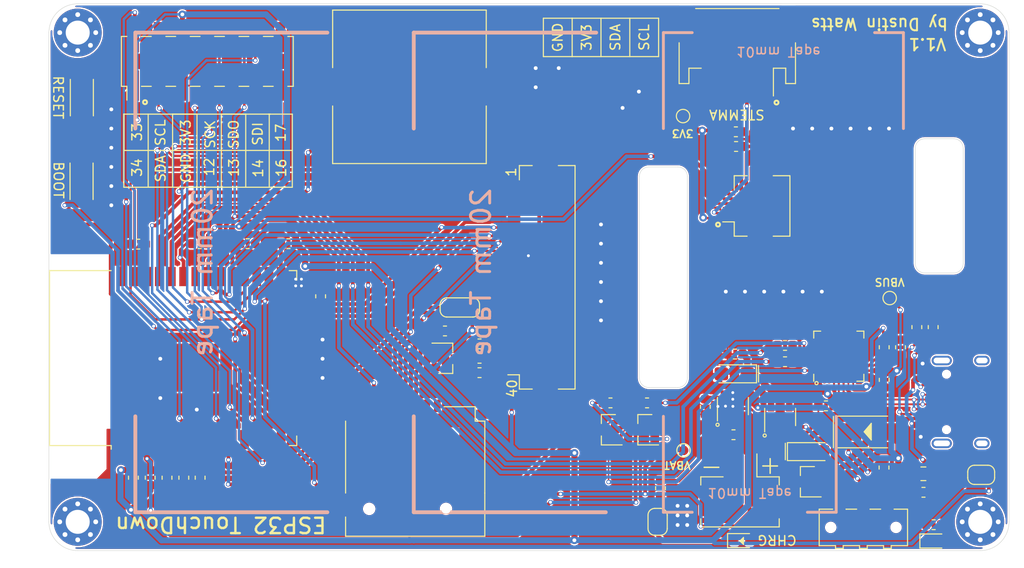
<source format=kicad_pcb>
(kicad_pcb (version 20171130) (host pcbnew "(5.1.6-0)")
  (layers (0 F.Cu signal) (31 B.Cu signal) (34 B.Paste user hide) (35 F.Paste user) (36 B.SilkS user) (37 F.SilkS user) (38 B.Mask user hide) (39 F.Mask user) (44 Edge.Cuts user))
  (net 0 "")
  (net 1 VBUS)
  (net 2 GND)
  (net 3 +3V3)
  (net 4 EN)
  (net 5 +BATT)
  (net 6 "Net-(D2-Pad1)")
  (net 7 "Net-(FPC1-Pad8)")
  (net 8 TFT_CS)
  (net 9 DC_RS)
  (net 10 SCK)
  (net 11 SDI)
  (net 12 "Net-(FPC1-Pad14)")
  (net 13 TFT_RESET)
  (net 14 TFT_LED)
  (net 15 CTC_IRQ)
  (net 16 D-)
  (net 17 D+)
  (net 18 IO5)
  (net 19 IO12)
  (net 20 IO13)
  (net 21 IO16)
  (net 22 IO33)
  (net 23 IO34)
  (net 24 SDA)
  (net 25 SCL)
  (net 26 PIEZO)
  (net 27 RTS)
  (net 28 "Net-(Q1-Pad1)")
  (net 29 "Net-(Q2-Pad1)")
  (net 30 DTR)
  (net 31 IO0)
  (net 32 "Net-(R3-Pad2)")
  (net 33 RXD0)
  (net 34 TXD0)
  (net 35 "Net-(R4-Pad2)")
  (net 36 "Net-(R13-Pad2)")
  (net 37 "Net-(Rprog1-Pad1)")
  (net 38 SDO)
  (net 39 SD_CS)
  (net 40 LDO_EN)
  (net 41 "Net-(U1-Pad1)")
  (net 42 "Net-(U1-Pad2)")
  (net 43 "Net-(U1-Pad10)")
  (net 44 "Net-(U1-Pad11)")
  (net 45 "Net-(U1-Pad12)")
  (net 46 "Net-(U1-Pad13)")
  (net 47 "Net-(U1-Pad14)")
  (net 48 "Net-(U1-Pad15)")
  (net 49 "Net-(U1-Pad16)")
  (net 50 "Net-(U1-Pad17)")
  (net 51 "Net-(U1-Pad18)")
  (net 52 "Net-(U1-Pad19)")
  (net 53 "Net-(U1-Pad20)")
  (net 54 "Net-(U1-Pad21)")
  (net 55 "Net-(U1-Pad22)")
  (net 56 "Net-(U1-Pad23)")
  (net 57 "Net-(U1-Pad27)")
  (net 58 "Net-(U3-Pad4)")
  (net 59 "Net-(U4-Pad4)")
  (net 60 "Net-(U4-Pad5)")
  (net 61 "Net-(U4-Pad17)")
  (net 62 "Net-(U4-Pad18)")
  (net 63 "Net-(U4-Pad19)")
  (net 64 "Net-(U4-Pad20)")
  (net 65 "Net-(U4-Pad21)")
  (net 66 "Net-(U4-Pad22)")
  (net 67 "Net-(U4-Pad32)")
  (net 68 /VIN)
  (net 69 BATT_DIV)
  (net 70 "Net-(SD1-Pad9)")
  (net 71 "Net-(SD1-Pad8)")
  (net 72 "Net-(SD1-Pad1)")
  (net 73 RSTb)
  (net 74 "Net-(FPC2-Pad5)")
  (net 75 "Net-(D3-Pad2)")
  (net 76 LED_K3)
  (net 77 LED_K2)
  (net 78 LED_K1)
  (net 79 "Net-(FPC1-Pad4)")
  (net 80 "Net-(FPC1-Pad3)")
  (net 81 "Net-(FPC1-Pad2)")
  (net 82 "Net-(FPC1-Pad1)")
  (net 83 IO17)
  (net 84 IO14)
  (net 85 "Net-(JP1-Pad2)")
  (net 86 "Net-(Q4-Pad3)")
  (net 87 "Net-(Q4-Pad1)")
  (net 88 "Net-(F2-Pad2)")
  (net 89 "Net-(J5-PadB8)")
  (net 90 "Net-(J5-PadA5)")
  (net 91 "Net-(J5-PadA8)")
  (net 92 "Net-(J5-PadB5)")
  (net 93 "Net-(JP2-Pad1)")
  (net 94 "Net-(JP3-Pad2)")
  (net 95 /LDO_H)
  (module ESP32_TouchDown_lib:TS-1088R-02526 (layer F.Cu) (at 41.93 46.775 270)
    (fp_text reference SW2)
    (fp_text value "TS-1088R-02526 " hide)
    (pad 2 smd rect (at 2.225 0 270) (size 1.05 2) (layers F.Cu F.Paste F.Mask) (net 2 GND))
    (pad 1 smd rect (at -2.225 0 270) (size 1.05 2) (layers F.Cu F.Paste F.Mask) (net 4 EN))
  )
  (module ESP32_TouchDown_lib:TS-1088R-02526 (layer F.Cu) (at 41.9 55.5 90)
    (fp_text reference SW1)
    (fp_text value "TS-1088R-02526 " hide)
    (pad 2 smd rect (at 2.225 0 90) (size 1.05 2) (layers F.Cu F.Paste F.Mask) (net 2 GND))
    (pad 1 smd rect (at -2.225 0 90) (size 1.05 2) (layers F.Cu F.Paste F.Mask) (net 31 IO0))
  )
  (module "ESP32_TouchDown_lib:INGHAi GSC1625YB-3V4000" (layer F.Cu) (at 76.05 45.65)
    (fp_text reference LS1)
    (fp_text value Speaker_PIEZO hide)
    (pad 2 smd rect (at -8.5 0) (size 3 3) (layers F.Cu F.Paste F.Mask) (net 2 GND))
    (pad 1 smd rect (at 8.5 0) (size 3 3) (layers F.Cu F.Paste F.Mask) (net 26 PIEZO))
  )
  (module ESP32_TouchDown_lib:microSD_TF-01A-C91145 (layer F.Cu) (at 76.15 85.75)
    (fp_text reference SD1)
    (fp_text value microSD_TF-01A hide)
    (pad "" np_thru_hole circle (at 3.71 3.9) (size 1 1) (drill 1) (layers *.Cu *.Mask))
    (pad 1 smd rect (at 2.8 -6.84) (size 0.7 1.3) (layers F.Cu F.Paste F.Mask) (net 72 "Net-(SD1-Pad1)"))
    (pad 2 smd rect (at 1.7 -6.84) (size 0.7 1.3) (layers F.Cu F.Paste F.Mask) (net 39 SD_CS))
    (pad 3 smd rect (at 0.6 -6.84) (size 0.7 1.3) (layers F.Cu F.Paste F.Mask) (net 11 SDI))
    (pad 4 smd rect (at -0.5 -6.84) (size 0.7 1.3) (layers F.Cu F.Paste F.Mask) (net 3 +3V3))
    (pad 5 smd rect (at -1.6 -6.84) (size 0.7 1.3) (layers F.Cu F.Paste F.Mask) (net 10 SCK))
    (pad 6 smd rect (at -2.7 -6.84) (size 0.7 1.3) (layers F.Cu F.Paste F.Mask) (net 2 GND))
    (pad 7 smd rect (at -3.8 -6.84) (size 0.7 1.3) (layers F.Cu F.Paste F.Mask) (net 38 SDO))
    (pad 8 smd rect (at -4.9 -6.84) (size 0.7 1.3) (layers F.Cu F.Paste F.Mask) (net 71 "Net-(SD1-Pad8)"))
    (pad "" np_thru_hole circle (at -4.29 3.9) (size 1 1) (drill 1) (layers *.Cu *.Mask))
    (pad 10 smd rect (at 8.42 3.51) (size 1.2 2) (layers F.Cu F.Paste F.Mask) (net 2 GND))
    (pad 10 smd rect (at -7.1 3.51) (size 1.2 2) (layers F.Cu F.Paste F.Mask) (net 2 GND))
    (pad 10 smd rect (at 7.58 -6.19) (size 1.2 1.4) (layers F.Cu F.Paste F.Mask) (net 2 GND))
    (pad 10 smd rect (at -7.1 -6.19) (size 1.2 1.4) (layers F.Cu F.Paste F.Mask) (net 2 GND))
    (pad 9 smd rect (at -6 -6.84) (size 0.7 1.3) (layers F.Cu F.Paste F.Mask) (net 70 "Net-(SD1-Pad9)"))
  )
  (module ESP32_TouchDown_lib:Hirose_FH12-40S-0.5SH_1x40-1MP_P0.50mm_Horizontal_flipped (layer F.Cu) (at 88.8 65.51 90)
    (fp_text reference FPC1 hide)
    (fp_text value FPC_40P_0.5mm hide)
    (pad MP smd rect (at 11.65 1.4 90) (size 1.8 2.2) (layers F.Cu F.Paste F.Mask))
    (pad MP smd rect (at -11.65 1.4 90) (size 1.8 2.2) (layers F.Cu F.Paste F.Mask))
    (pad 40 smd rect (at -9.75 -1.85 90) (size 0.3 1.3) (layers F.Cu F.Paste F.Mask) (net 3 +3V3))
    (pad 39 smd rect (at -9.25 -1.85 90) (size 0.3 1.3) (layers F.Cu F.Paste F.Mask) (net 3 +3V3))
    (pad 38 smd rect (at -8.75 -1.85 90) (size 0.3 1.3) (layers F.Cu F.Paste F.Mask) (net 3 +3V3))
    (pad 37 smd rect (at -8.25 -1.85 90) (size 0.3 1.3) (layers F.Cu F.Paste F.Mask) (net 2 GND))
    (pad 36 smd rect (at -7.75 -1.85 90) (size 0.3 1.3) (layers F.Cu F.Paste F.Mask) (net 76 LED_K3))
    (pad 35 smd rect (at -7.25 -1.85 90) (size 0.3 1.3) (layers F.Cu F.Paste F.Mask) (net 77 LED_K2))
    (pad 34 smd rect (at -6.75 -1.85 90) (size 0.3 1.3) (layers F.Cu F.Paste F.Mask) (net 78 LED_K1))
    (pad 33 smd rect (at -6.25 -1.85 90) (size 0.3 1.3) (layers F.Cu F.Paste F.Mask) (net 3 +3V3))
    (pad 32 smd rect (at -5.75 -1.85 90) (size 0.3 1.3) (layers F.Cu F.Paste F.Mask) (net 2 GND))
    (pad 31 smd rect (at -5.25 -1.85 90) (size 0.3 1.3) (layers F.Cu F.Paste F.Mask) (net 2 GND))
    (pad 30 smd rect (at -4.75 -1.85 90) (size 0.3 1.3) (layers F.Cu F.Paste F.Mask) (net 2 GND))
    (pad 29 smd rect (at -4.25 -1.85 90) (size 0.3 1.3) (layers F.Cu F.Paste F.Mask) (net 2 GND))
    (pad 28 smd rect (at -3.75 -1.85 90) (size 0.3 1.3) (layers F.Cu F.Paste F.Mask) (net 2 GND))
    (pad 27 smd rect (at -3.25 -1.85 90) (size 0.3 1.3) (layers F.Cu F.Paste F.Mask) (net 2 GND))
    (pad 26 smd rect (at -2.75 -1.85 90) (size 0.3 1.3) (layers F.Cu F.Paste F.Mask) (net 2 GND))
    (pad 25 smd rect (at -2.25 -1.85 90) (size 0.3 1.3) (layers F.Cu F.Paste F.Mask) (net 2 GND))
    (pad 24 smd rect (at -1.75 -1.85 90) (size 0.3 1.3) (layers F.Cu F.Paste F.Mask) (net 2 GND))
    (pad 23 smd rect (at -1.25 -1.85 90) (size 0.3 1.3) (layers F.Cu F.Paste F.Mask) (net 2 GND))
    (pad 22 smd rect (at -0.75 -1.85 90) (size 0.3 1.3) (layers F.Cu F.Paste F.Mask) (net 2 GND))
    (pad 21 smd rect (at -0.25 -1.85 90) (size 0.3 1.3) (layers F.Cu F.Paste F.Mask) (net 2 GND))
    (pad 20 smd rect (at 0.25 -1.85 90) (size 0.3 1.3) (layers F.Cu F.Paste F.Mask) (net 2 GND))
    (pad 19 smd rect (at 0.75 -1.85 90) (size 0.3 1.3) (layers F.Cu F.Paste F.Mask) (net 2 GND))
    (pad 18 smd rect (at 1.25 -1.85 90) (size 0.3 1.3) (layers F.Cu F.Paste F.Mask) (net 2 GND))
    (pad 17 smd rect (at 1.75 -1.85 90) (size 0.3 1.3) (layers F.Cu F.Paste F.Mask) (net 2 GND))
    (pad 16 smd rect (at 2.25 -1.85 90) (size 0.3 1.3) (layers F.Cu F.Paste F.Mask) (net 2 GND))
    (pad 15 smd rect (at 2.75 -1.85 90) (size 0.3 1.3) (layers F.Cu F.Paste F.Mask) (net 13 TFT_RESET))
    (pad 14 smd rect (at 3.25 -1.85 90) (size 0.3 1.3) (layers F.Cu F.Paste F.Mask) (net 12 "Net-(FPC1-Pad14)"))
    (pad 13 smd rect (at 3.75 -1.85 90) (size 0.3 1.3) (layers F.Cu F.Paste F.Mask) (net 11 SDI))
    (pad 12 smd rect (at 4.25 -1.85 90) (size 0.3 1.3) (layers F.Cu F.Paste F.Mask) (net 3 +3V3))
    (pad 11 smd rect (at 4.75 -1.85 90) (size 0.3 1.3) (layers F.Cu F.Paste F.Mask) (net 10 SCK))
    (pad 10 smd rect (at 5.25 -1.85 90) (size 0.3 1.3) (layers F.Cu F.Paste F.Mask) (net 9 DC_RS))
    (pad 9 smd rect (at 5.75 -1.85 90) (size 0.3 1.3) (layers F.Cu F.Paste F.Mask) (net 8 TFT_CS))
    (pad 8 smd rect (at 6.25 -1.85 90) (size 0.3 1.3) (layers F.Cu F.Paste F.Mask) (net 7 "Net-(FPC1-Pad8)"))
    (pad 7 smd rect (at 6.75 -1.85 90) (size 0.3 1.3) (layers F.Cu F.Paste F.Mask) (net 3 +3V3))
    (pad 6 smd rect (at 7.25 -1.85 90) (size 0.3 1.3) (layers F.Cu F.Paste F.Mask) (net 3 +3V3))
    (pad 5 smd rect (at 7.75 -1.85 90) (size 0.3 1.3) (layers F.Cu F.Paste F.Mask) (net 2 GND))
    (pad 4 smd rect (at 8.25 -1.85 90) (size 0.3 1.3) (layers F.Cu F.Paste F.Mask) (net 79 "Net-(FPC1-Pad4)"))
    (pad 3 smd rect (at 8.75 -1.85 90) (size 0.3 1.3) (layers F.Cu F.Paste F.Mask) (net 80 "Net-(FPC1-Pad3)"))
    (pad 2 smd rect (at 9.25 -1.85 90) (size 0.3 1.3) (layers F.Cu F.Paste F.Mask) (net 81 "Net-(FPC1-Pad2)"))
    (pad 1 smd rect (at 9.75 -1.85 90) (size 0.3 1.3) (layers F.Cu F.Paste F.Mask) (net 82 "Net-(FPC1-Pad1)"))
  )
  (module Jumper:SolderJumper-2_P1.3mm_Bridged_RoundedPad1.0x1.5mm (layer F.Cu) (at 135.6 86.1)
    (fp_text reference JP2)
    (fp_text value Jumper_NO_Small hide)
    (fp_poly (pts (xy 0.25 -0.3) (xy -0.25 -0.3) (xy -0.25 0.3) (xy 0.25 0.3)) (layer F.Cu) (width 0))
    (pad 1 smd custom (at -0.65 0) (size 1 0.5) (layers F.Cu F.Mask) (net 93 "Net-(JP2-Pad1)") (options (clearance outline) (anchor rect)) (primitives (gr_circle (center 0 0.25) (end 0.5 0.25) (width 0)) (gr_circle (center 0 -0.25) (end 0.5 -0.25) (width 0)) (gr_poly (pts (xy 0 -0.75) (xy 0.5 -0.75) (xy 0.5 0.75) (xy 0 0.75)) (width 0))))
    (pad 2 smd custom (at 0.65 0) (size 1 0.5) (layers F.Cu F.Mask) (net 3 +3V3) (options (clearance outline) (anchor rect)) (primitives (gr_circle (center 0 0.25) (end 0.5 0.25) (width 0)) (gr_circle (center 0 -0.25) (end 0.5 -0.25) (width 0)) (gr_poly (pts (xy 0 -0.75) (xy -0.5 -0.75) (xy -0.5 0.75) (xy 0 0.75)) (width 0))))
  )
  (module Jumper:SolderJumper-2_P1.3mm_Bridged_RoundedPad1.0x1.5mm (layer F.Cu) (at 101.9 91 90)
    (fp_text reference JP3)
    (fp_text value Jumper_NO_Small hide)
    (fp_poly (pts (xy 0.25 -0.3) (xy -0.25 -0.3) (xy -0.25 0.3) (xy 0.25 0.3)) (layer F.Cu) (width 0))
    (pad 1 smd custom (at -0.65 0 90) (size 1 0.5) (layers F.Cu F.Mask) (net 6 "Net-(D2-Pad1)") (options (clearance outline) (anchor rect)) (primitives (gr_circle (center 0 0.25) (end 0.5 0.25) (width 0)) (gr_circle (center 0 -0.25) (end 0.5 -0.25) (width 0)) (gr_poly (pts (xy 0 -0.75) (xy 0.5 -0.75) (xy 0.5 0.75) (xy 0 0.75)) (width 0))))
    (pad 2 smd custom (at 0.65 0 90) (size 1 0.5) (layers F.Cu F.Mask) (net 94 "Net-(JP3-Pad2)") (options (clearance outline) (anchor rect)) (primitives (gr_circle (center 0 0.25) (end 0.5 0.25) (width 0)) (gr_circle (center 0 -0.25) (end 0.5 -0.25) (width 0)) (gr_poly (pts (xy 0 -0.75) (xy -0.5 -0.75) (xy -0.5 0.75) (xy 0 0.75)) (width 0))))
  )
  (module Jumper:SolderJumper-3_P1.3mm_Bridged12_RoundedPad1.0x1.5mm_NumberLabels (layer F.Cu) (at 81.3 68.65)
    (fp_text reference JP1 hide)
    (fp_text value 3V3/GPIO hide)
    (fp_poly (pts (xy -0.9 -0.3) (xy -0.4 -0.3) (xy -0.4 0.3) (xy -0.9 0.3)) (layer F.Cu) (width 0))
    (pad 1 smd custom (at -1.3 0) (size 1 0.5) (layers F.Cu F.Mask) (net 14 TFT_LED) (options (clearance outline) (anchor rect)) (primitives (gr_poly (pts (xy 0.55 -0.75) (xy 0 -0.75) (xy 0 0.75) (xy 0.55 0.75)) (width 0)) (gr_circle (center 0 0.25) (end 0.5 0.25) (width 0)) (gr_circle (center 0 -0.25) (end 0.5 -0.25) (width 0))))
    (pad 2 smd rect (at 0 0) (size 1 1.5) (layers F.Cu F.Mask) (net 85 "Net-(JP1-Pad2)"))
    (pad 3 smd custom (at 1.3 0) (size 1 0.5) (layers F.Cu F.Mask) (net 3 +3V3) (options (clearance outline) (anchor rect)) (primitives (gr_circle (center 0 0.25) (end 0.5 0.25) (width 0)) (gr_circle (center 0 -0.25) (end 0.5 -0.25) (width 0)) (gr_poly (pts (xy -0.55 -0.75) (xy 0 -0.75) (xy 0 0.75) (xy -0.55 0.75)) (width 0))))
  )
  (module Button_Switch_SMD:SW_SPDT_CK-JS102011SAQN (layer F.Cu) (at 123.33 91.58)
    (fp_text reference SW3 hide)
    (fp_text value "SK-3296S-01-L3 " hide)
    (pad "" np_thru_hole circle (at 3.4 0) (size 0.9 0.9) (drill 0.9) (layers *.Cu *.Mask))
    (pad "" np_thru_hole circle (at -3.4 0) (size 0.9 0.9) (drill 0.9) (layers *.Cu *.Mask))
    (pad 3 smd rect (at 2.5 -2.75) (size 1.25 2.5) (layers F.Cu F.Paste F.Mask) (net 95 /LDO_H))
    (pad 2 smd rect (at 0 -2.75) (size 1.25 2.5) (layers F.Cu F.Paste F.Mask) (net 40 LDO_EN))
    (pad 1 smd rect (at -2.5 -2.75) (size 1.25 2.5) (layers F.Cu F.Paste F.Mask) (net 2 GND))
  )
  (module Connector_USB:USB_C_Receptacle_XKB_U262-16XN-4BVC11 (layer F.Cu) (at 134.6 78.5 90)
    (fp_text reference J5 hide)
    (fp_text value USB_C_Receptacle_USB2.0 hide)
    (pad A12 smd rect (at 3.35 -3.67 90) (size 0.3 1.15) (layers F.Cu F.Paste F.Mask) (net 2 GND))
    (pad A9 smd rect (at 2.55 -3.67 90) (size 0.3 1.15) (layers F.Cu F.Paste F.Mask) (net 88 "Net-(F2-Pad2)"))
    (pad B9 smd rect (at -2.25 -3.67 90) (size 0.3 1.15) (layers F.Cu F.Paste F.Mask) (net 88 "Net-(F2-Pad2)"))
    (pad B12 smd rect (at -3.05 -3.67 90) (size 0.3 1.15) (layers F.Cu F.Paste F.Mask) (net 2 GND))
    (pad A1 smd rect (at -3.35 -3.67 90) (size 0.3 1.15) (layers F.Cu F.Paste F.Mask) (net 2 GND))
    (pad A4 smd rect (at -2.55 -3.67 90) (size 0.3 1.15) (layers F.Cu F.Paste F.Mask) (net 88 "Net-(F2-Pad2)"))
    (pad B8 smd rect (at -1.75 -3.67 90) (size 0.3 1.15) (layers F.Cu F.Paste F.Mask) (net 89 "Net-(J5-PadB8)"))
    (pad A5 smd rect (at -1.25 -3.67 90) (size 0.3 1.15) (layers F.Cu F.Paste F.Mask) (net 90 "Net-(J5-PadA5)"))
    (pad B7 smd rect (at -0.75 -3.67 90) (size 0.3 1.15) (layers F.Cu F.Paste F.Mask) (net 16 D-))
    (pad A6 smd rect (at -0.25 -3.67 90) (size 0.3 1.15) (layers F.Cu F.Paste F.Mask) (net 17 D+))
    (pad A7 smd rect (at 0.25 -3.67 90) (size 0.3 1.15) (layers F.Cu F.Paste F.Mask) (net 16 D-))
    (pad B6 smd rect (at 0.75 -3.67 90) (size 0.3 1.15) (layers F.Cu F.Paste F.Mask) (net 17 D+))
    (pad A8 smd rect (at 1.25 -3.67 90) (size 0.3 1.15) (layers F.Cu F.Paste F.Mask) (net 91 "Net-(J5-PadA8)"))
    (pad B5 smd rect (at 1.75 -3.67 90) (size 0.3 1.15) (layers F.Cu F.Paste F.Mask) (net 92 "Net-(J5-PadB5)"))
    (pad B4 smd rect (at 2.25 -3.67 90) (size 0.3 1.15) (layers F.Cu F.Paste F.Mask) (net 88 "Net-(F2-Pad2)"))
    (pad B1 smd rect (at 3.05 -3.67 90) (size 0.3 1.15) (layers F.Cu F.Paste F.Mask) (net 2 GND))
    (pad "" np_thru_hole circle (at -2.89 -2.605 90) (size 0.65 0.65) (drill 0.65) (layers *.Cu *.Mask))
    (pad "" np_thru_hole circle (at 2.89 -2.605 90) (size 0.65 0.65) (drill 0.65) (layers *.Cu *.Mask))
    (pad S1 thru_hole oval (at 4.32 1.075 90) (size 1 1.6) (drill oval 0.6 1.2) (layers *.Cu *.Mask))
    (pad S1 thru_hole oval (at -4.32 1.075 90) (size 1 1.6) (drill oval 0.6 1.2) (layers *.Cu *.Mask))
    (pad S1 thru_hole oval (at 4.32 -3.105 90) (size 1 2.1) (drill oval 0.6 1.7) (layers *.Cu *.Mask))
    (pad S1 thru_hole oval (at -4.32 -3.105 90) (size 1 2.1) (drill oval 0.6 1.7) (layers *.Cu *.Mask))
  )
  (module Resistor_SMD:R_0603_1608Metric (layer F.Cu) (at 110.05 50.34)
    (fp_text reference R16 hide)
    (fp_text value "10K DNP" hide)
    (pad 1 smd roundrect (at -0.7875 0) (size 0.875 0.95) (layers F.Cu F.Mask) (net 3 +3V3))
    (pad 2 smd roundrect (at 0.7875 0) (size 0.875 0.95) (layers F.Cu F.Mask) (net 24 SDA))
  )
  (module Resistor_SMD:R_0603_1608Metric (layer F.Cu) (at 130.6 70.7 270)
    (fp_text reference R25 hide)
    (fp_text value 5K1 hide)
    (pad 2 smd roundrect (at 0.7875 0 270) (size 0.875 0.95) (layers F.Cu F.Paste F.Mask) (net 92 "Net-(J5-PadB5)"))
    (pad 1 smd roundrect (at -0.7875 0 270) (size 0.875 0.95) (layers F.Cu F.Paste F.Mask) (net 2 GND))
  )
  (module Resistor_SMD:R_0603_1608Metric (layer F.Cu) (at 128.9 70.7 270)
    (fp_text reference R24 hide)
    (fp_text value 5K1 hide)
    (pad 2 smd roundrect (at 0.7875 0 270) (size 0.875 0.95) (layers F.Cu F.Paste F.Mask) (net 90 "Net-(J5-PadA5)"))
    (pad 1 smd roundrect (at -0.7875 0 270) (size 0.875 0.95) (layers F.Cu F.Paste F.Mask) (net 2 GND))
  )
  (module Fuse:Fuse_0805_2012Metric (layer F.Cu) (at 129.58 85.99)
    (fp_text reference F1 hide)
    (fp_text value Polyfuse hide)
    (pad 2 smd roundrect (at 0.9375 0) (size 0.975 1.4) (layers F.Cu F.Paste F.Mask) (net 88 "Net-(F2-Pad2)"))
    (pad 1 smd roundrect (at -0.9375 0) (size 0.975 1.4) (layers F.Cu F.Paste F.Mask) (net 1 VBUS))
  )
  (module Capacitor_SMD:C_0603_1608Metric (layer F.Cu) (at 129.59 87.92)
    (fp_text reference C2 hide)
    (fp_text value 0.1uF hide)
    (pad 2 smd roundrect (at 0.7875 0) (size 0.875 0.95) (layers F.Cu F.Paste F.Mask) (net 2 GND))
    (pad 1 smd roundrect (at -0.7875 0) (size 0.875 0.95) (layers F.Cu F.Paste F.Mask) (net 1 VBUS))
  )
  (module Resistor_SMD:R_0603_1608Metric (layer F.Cu) (at 59.2 62 180)
    (fp_text reference R23 hide)
    (fp_text value 10K hide)
    (pad 2 smd roundrect (at 0.7875 0 180) (size 0.875 0.95) (layers F.Cu F.Paste F.Mask) (net 18 IO5))
    (pad 1 smd roundrect (at -0.7875 0 180) (size 0.875 0.95) (layers F.Cu F.Paste F.Mask) (net 3 +3V3))
  )
  (module Resistor_SMD:R_0603_1608Metric (layer F.Cu) (at 130.65 91.3)
    (fp_text reference R22 hide)
    (fp_text value 1K hide)
    (pad 2 smd roundrect (at 0.7875 0) (size 0.875 0.95) (layers F.Cu F.Paste F.Mask) (net 75 "Net-(D3-Pad2)"))
    (pad 1 smd roundrect (at -0.7875 0) (size 0.875 0.95) (layers F.Cu F.Paste F.Mask) (net 93 "Net-(JP2-Pad1)"))
  )
  (module Resistor_SMD:R_0603_1608Metric (layer F.Cu) (at 83.35 75.45)
    (fp_text reference R21 hide)
    (fp_text value 10 hide)
    (pad 2 smd roundrect (at 0.7875 0) (size 0.875 0.95) (layers F.Cu F.Paste F.Mask) (net 76 LED_K3))
    (pad 1 smd roundrect (at -0.7875 0) (size 0.875 0.95) (layers F.Cu F.Paste F.Mask) (net 86 "Net-(Q4-Pad3)"))
  )
  (module Resistor_SMD:R_0603_1608Metric (layer F.Cu) (at 83.35 73.95)
    (fp_text reference R20 hide)
    (fp_text value 10 hide)
    (pad 2 smd roundrect (at 0.7875 0) (size 0.875 0.95) (layers F.Cu F.Paste F.Mask) (net 77 LED_K2))
    (pad 1 smd roundrect (at -0.7875 0) (size 0.875 0.95) (layers F.Cu F.Paste F.Mask) (net 86 "Net-(Q4-Pad3)"))
  )
  (module Resistor_SMD:R_0603_1608Metric (layer F.Cu) (at 83.35 72.45)
    (fp_text reference R19 hide)
    (fp_text value 10 hide)
    (pad 2 smd roundrect (at 0.7875 0) (size 0.875 0.95) (layers F.Cu F.Paste F.Mask) (net 78 LED_K1))
    (pad 1 smd roundrect (at -0.7875 0) (size 0.875 0.95) (layers F.Cu F.Paste F.Mask) (net 86 "Net-(Q4-Pad3)"))
  )
  (module Resistor_SMD:R_0603_1608Metric (layer F.Cu) (at 79.75 71.1 180)
    (fp_text reference R18 hide)
    (fp_text value 10K hide)
    (pad 2 smd roundrect (at 0.7875 0 180) (size 0.875 0.95) (layers F.Cu F.Paste F.Mask) (net 87 "Net-(Q4-Pad1)"))
    (pad 1 smd roundrect (at -0.7875 0 180) (size 0.875 0.95) (layers F.Cu F.Paste F.Mask) (net 85 "Net-(JP1-Pad2)"))
  )
  (module Resistor_SMD:R_0603_1608Metric (layer F.Cu) (at 47.8 62.05)
    (fp_text reference R11 hide)
    (fp_text value 10K hide)
    (pad 2 smd roundrect (at 0.7875 0) (size 0.875 0.95) (layers F.Cu F.Paste F.Mask) (net 25 SCL))
    (pad 1 smd roundrect (at -0.7875 0) (size 0.875 0.95) (layers F.Cu F.Paste F.Mask) (net 3 +3V3))
  )
  (module Resistor_SMD:R_0603_1608Metric (layer F.Cu) (at 54.2 62 180)
    (fp_text reference R7 hide)
    (fp_text value 10K hide)
    (pad 2 smd roundrect (at 0.7875 0 180) (size 0.875 0.95) (layers F.Cu F.Paste F.Mask) (net 24 SDA))
    (pad 1 smd roundrect (at -0.7875 0 180) (size 0.875 0.95) (layers F.Cu F.Paste F.Mask) (net 3 +3V3))
  )
  (module Package_TO_SOT_SMD:SOT-23 (layer F.Cu) (at 79.8 73.95)
    (fp_text reference Q4 hide)
    (fp_text value S8050 hide)
    (pad 3 smd rect (at 1 0) (size 0.9 0.8) (layers F.Cu F.Paste F.Mask) (net 86 "Net-(Q4-Pad3)"))
    (pad 2 smd rect (at -1 0.95) (size 0.9 0.8) (layers F.Cu F.Paste F.Mask) (net 2 GND))
    (pad 1 smd rect (at -1 -0.95) (size 0.9 0.8) (layers F.Cu F.Paste F.Mask) (net 87 "Net-(Q4-Pad1)"))
  )
  (module Connector_PinHeader_2.54mm:PinHeader_2x07_P2.54mm_Vertical_SMD (layer F.Cu) (at 55 43 90)
    (fp_text reference J2 hide)
    (fp_text value Conn_02x07_Odd_Even hide)
    (pad 14 smd rect (at 2.525 7.62 90) (size 3.15 1) (layers F.Cu F.Paste F.Mask) (net 83 IO17))
    (pad 13 smd rect (at -2.525 7.62 90) (size 3.15 1) (layers F.Cu F.Paste F.Mask) (net 21 IO16))
    (pad 12 smd rect (at 2.525 5.08 90) (size 3.15 1) (layers F.Cu F.Paste F.Mask) (net 11 SDI))
    (pad 11 smd rect (at -2.525 5.08 90) (size 3.15 1) (layers F.Cu F.Paste F.Mask) (net 84 IO14))
    (pad 10 smd rect (at 2.525 2.54 90) (size 3.15 1) (layers F.Cu F.Paste F.Mask) (net 38 SDO))
    (pad 9 smd rect (at -2.525 2.54 90) (size 3.15 1) (layers F.Cu F.Paste F.Mask) (net 20 IO13))
    (pad 8 smd rect (at 2.525 0 90) (size 3.15 1) (layers F.Cu F.Paste F.Mask) (net 10 SCK))
    (pad 7 smd rect (at -2.525 0 90) (size 3.15 1) (layers F.Cu F.Paste F.Mask) (net 19 IO12))
    (pad 6 smd rect (at 2.525 -2.54 90) (size 3.15 1) (layers F.Cu F.Paste F.Mask) (net 3 +3V3))
    (pad 5 smd rect (at -2.525 -2.54 90) (size 3.15 1) (layers F.Cu F.Paste F.Mask) (net 2 GND))
    (pad 4 smd rect (at 2.525 -5.08 90) (size 3.15 1) (layers F.Cu F.Paste F.Mask) (net 25 SCL))
    (pad 3 smd rect (at -2.525 -5.08 90) (size 3.15 1) (layers F.Cu F.Paste F.Mask) (net 24 SDA))
    (pad 2 smd rect (at 2.525 -7.62 90) (size 3.15 1) (layers F.Cu F.Paste F.Mask) (net 22 IO33))
    (pad 1 smd rect (at -2.525 -7.62 90) (size 3.15 1) (layers F.Cu F.Paste F.Mask) (net 23 IO34))
  )
  (module LED_SMD:LED_0603_1608Metric (layer F.Cu) (at 130.7 93)
    (fp_text reference D3 hide)
    (fp_text value ON hide)
    (pad 2 smd roundrect (at 0.7875 0) (size 0.875 0.95) (layers F.Cu F.Paste F.Mask) (net 75 "Net-(D3-Pad2)"))
    (pad 1 smd roundrect (at -0.7875 0) (size 0.875 0.95) (layers F.Cu F.Paste F.Mask) (net 2 GND))
  )
  (module MountingHole:MountingHole_2.5mm_Pad_Via (layer F.Cu) (at 41.5 40)
    (fp_text reference H1 hide)
    (fp_text value MountingHole hide)
    (pad 1 thru_hole circle (at 1.325825 -1.325825) (size 0.8 0.8) (drill 0.5) (layers *.Cu *.Mask))
    (pad 1 thru_hole circle (at 0 -1.875) (size 0.8 0.8) (drill 0.5) (layers *.Cu *.Mask))
    (pad 1 thru_hole circle (at -1.325825 -1.325825) (size 0.8 0.8) (drill 0.5) (layers *.Cu *.Mask))
    (pad 1 thru_hole circle (at -1.875 0) (size 0.8 0.8) (drill 0.5) (layers *.Cu *.Mask))
    (pad 1 thru_hole circle (at -1.325825 1.325825) (size 0.8 0.8) (drill 0.5) (layers *.Cu *.Mask))
    (pad 1 thru_hole circle (at 0 1.875) (size 0.8 0.8) (drill 0.5) (layers *.Cu *.Mask))
    (pad 1 thru_hole circle (at 1.325825 1.325825) (size 0.8 0.8) (drill 0.5) (layers *.Cu *.Mask))
    (pad 1 thru_hole circle (at 1.875 0) (size 0.8 0.8) (drill 0.5) (layers *.Cu *.Mask))
    (pad 1 thru_hole circle (at 0 0) (size 5 5) (drill 2.5) (layers *.Cu *.Mask))
  )
  (module MountingHole:MountingHole_2.5mm_Pad_Via (layer F.Cu) (at 41.5 91)
    (fp_text reference H2 hide)
    (fp_text value MountingHole hide)
    (pad 1 thru_hole circle (at 1.325825 -1.325825) (size 0.8 0.8) (drill 0.5) (layers *.Cu *.Mask))
    (pad 1 thru_hole circle (at 0 -1.875) (size 0.8 0.8) (drill 0.5) (layers *.Cu *.Mask))
    (pad 1 thru_hole circle (at -1.325825 -1.325825) (size 0.8 0.8) (drill 0.5) (layers *.Cu *.Mask))
    (pad 1 thru_hole circle (at -1.875 0) (size 0.8 0.8) (drill 0.5) (layers *.Cu *.Mask))
    (pad 1 thru_hole circle (at -1.325825 1.325825) (size 0.8 0.8) (drill 0.5) (layers *.Cu *.Mask))
    (pad 1 thru_hole circle (at 0 1.875) (size 0.8 0.8) (drill 0.5) (layers *.Cu *.Mask))
    (pad 1 thru_hole circle (at 1.325825 1.325825) (size 0.8 0.8) (drill 0.5) (layers *.Cu *.Mask))
    (pad 1 thru_hole circle (at 1.875 0) (size 0.8 0.8) (drill 0.5) (layers *.Cu *.Mask))
    (pad 1 thru_hole circle (at 0 0) (size 5 5) (drill 2.5) (layers *.Cu *.Mask))
  )
  (module MountingHole:MountingHole_2.5mm_Pad_Via (layer F.Cu) (at 135.5 40)
    (fp_text reference H3 hide)
    (fp_text value MountingHole hide)
    (pad 1 thru_hole circle (at 1.325825 -1.325825) (size 0.8 0.8) (drill 0.5) (layers *.Cu *.Mask))
    (pad 1 thru_hole circle (at 0 -1.875) (size 0.8 0.8) (drill 0.5) (layers *.Cu *.Mask))
    (pad 1 thru_hole circle (at -1.325825 -1.325825) (size 0.8 0.8) (drill 0.5) (layers *.Cu *.Mask))
    (pad 1 thru_hole circle (at -1.875 0) (size 0.8 0.8) (drill 0.5) (layers *.Cu *.Mask))
    (pad 1 thru_hole circle (at -1.325825 1.325825) (size 0.8 0.8) (drill 0.5) (layers *.Cu *.Mask))
    (pad 1 thru_hole circle (at 0 1.875) (size 0.8 0.8) (drill 0.5) (layers *.Cu *.Mask))
    (pad 1 thru_hole circle (at 1.325825 1.325825) (size 0.8 0.8) (drill 0.5) (layers *.Cu *.Mask))
    (pad 1 thru_hole circle (at 1.875 0) (size 0.8 0.8) (drill 0.5) (layers *.Cu *.Mask))
    (pad 1 thru_hole circle (at 0 0) (size 5 5) (drill 2.5) (layers *.Cu *.Mask))
  )
  (module MountingHole:MountingHole_2.5mm_Pad_Via (layer F.Cu) (at 135.5 91)
    (fp_text reference H4 hide)
    (fp_text value MountingHole hide)
    (pad 1 thru_hole circle (at 1.325825 -1.325825) (size 0.8 0.8) (drill 0.5) (layers *.Cu *.Mask))
    (pad 1 thru_hole circle (at 0 -1.875) (size 0.8 0.8) (drill 0.5) (layers *.Cu *.Mask))
    (pad 1 thru_hole circle (at -1.325825 -1.325825) (size 0.8 0.8) (drill 0.5) (layers *.Cu *.Mask))
    (pad 1 thru_hole circle (at -1.875 0) (size 0.8 0.8) (drill 0.5) (layers *.Cu *.Mask))
    (pad 1 thru_hole circle (at -1.325825 1.325825) (size 0.8 0.8) (drill 0.5) (layers *.Cu *.Mask))
    (pad 1 thru_hole circle (at 0 1.875) (size 0.8 0.8) (drill 0.5) (layers *.Cu *.Mask))
    (pad 1 thru_hole circle (at 1.325825 1.325825) (size 0.8 0.8) (drill 0.5) (layers *.Cu *.Mask))
    (pad 1 thru_hole circle (at 1.875 0) (size 0.8 0.8) (drill 0.5) (layers *.Cu *.Mask))
    (pad 1 thru_hole circle (at 0 0) (size 5 5) (drill 2.5) (layers *.Cu *.Mask))
  )
  (module Connector_JST:JST_PH_B2B-PH-SM4-TB_1x02-1MP_P2.00mm_Vertical (layer F.Cu) (at 110.48 87.17 180)
    (fp_text reference J3 hide)
    (fp_text value " B2B-PH-SM4-TB(LF)(SN) " hide)
    (pad 1 smd roundrect (at -1 0.5 180) (size 1 5.5) (layers F.Cu F.Paste F.Mask) (net 5 +BATT))
    (pad 2 smd roundrect (at 1 0.5 180) (size 1 5.499999) (layers F.Cu F.Paste F.Mask) (net 2 GND))
    (pad MP smd roundrect (at -3.4 -1.75 180) (size 1.6 3) (layers F.Cu F.Paste F.Mask) (roundrect_rratio 0.15625))
    (pad MP smd roundrect (at 3.4 -1.75 180) (size 1.6 3) (layers F.Cu F.Paste F.Mask) (roundrect_rratio 0.15625))
  )
  (module Capacitor_SMD:C_0603_1608Metric (layer F.Cu) (at 119.43 78.91 180)
    (fp_text reference C10 hide)
    (fp_text value 0.1uF hide)
    (pad 2 smd roundrect (at 0.7875 0 180) (size 0.875 0.95) (layers F.Cu F.Paste F.Mask) (net 2 GND))
    (pad 1 smd roundrect (at -0.7875 0 180) (size 0.875 0.95) (layers F.Cu F.Paste F.Mask) (net 3 +3V3))
  )
  (module RF_Module:ESP32-WROOM-32 (layer F.Cu) (at 54.43 73.93 90)
    (fp_text reference U4 hide)
    (fp_text value ESP32-WROOM-32D hide)
    (pad 39 smd rect (at -1 -0.755 90) (size 5 5) (layers F.Cu F.Paste F.Mask) (net 2 GND))
    (pad 1 smd rect (at -8.5 -8.255 90) (size 2 0.9) (layers F.Cu F.Paste F.Mask) (net 2 GND))
    (pad 2 smd rect (at -8.5 -6.985 90) (size 2 0.9) (layers F.Cu F.Paste F.Mask) (net 3 +3V3))
    (pad 3 smd rect (at -8.5 -5.715 90) (size 2 0.9) (layers F.Cu F.Paste F.Mask) (net 4 EN))
    (pad 4 smd rect (at -8.5 -4.445 90) (size 2 0.9) (layers F.Cu F.Paste F.Mask) (net 59 "Net-(U4-Pad4)"))
    (pad 5 smd rect (at -8.5 -3.175 90) (size 2 0.9) (layers F.Cu F.Paste F.Mask) (net 60 "Net-(U4-Pad5)"))
    (pad 6 smd rect (at -8.5 -1.905 90) (size 2 0.9) (layers F.Cu F.Paste F.Mask) (net 23 IO34))
    (pad 7 smd rect (at -8.5 -0.635 90) (size 2 0.9) (layers F.Cu F.Paste F.Mask) (net 69 BATT_DIV))
    (pad 8 smd rect (at -8.5 0.635 90) (size 2 0.9) (layers F.Cu F.Paste F.Mask) (net 14 TFT_LED))
    (pad 9 smd rect (at -8.5 1.905 90) (size 2 0.9) (layers F.Cu F.Paste F.Mask) (net 22 IO33))
    (pad 10 smd rect (at -8.5 3.175 90) (size 2 0.9) (layers F.Cu F.Paste F.Mask) (net 39 SD_CS))
    (pad 11 smd rect (at -8.5 4.445 90) (size 2 0.9) (layers F.Cu F.Paste F.Mask) (net 26 PIEZO))
    (pad 12 smd rect (at -8.5 5.715 90) (size 2 0.9) (layers F.Cu F.Paste F.Mask) (net 15 CTC_IRQ))
    (pad 13 smd rect (at -8.5 6.985 90) (size 2 0.9) (layers F.Cu F.Paste F.Mask) (net 84 IO14))
    (pad 14 smd rect (at -8.5 8.255 90) (size 2 0.9) (layers F.Cu F.Paste F.Mask) (net 19 IO12))
    (pad 15 smd rect (at -5.715 9.255 180) (size 2 0.9) (layers F.Cu F.Paste F.Mask) (net 2 GND))
    (pad 16 smd rect (at -4.445 9.255 180) (size 2 0.9) (layers F.Cu F.Paste F.Mask) (net 20 IO13))
    (pad 17 smd rect (at -3.175 9.255 180) (size 2 0.9) (layers F.Cu F.Paste F.Mask) (net 61 "Net-(U4-Pad17)"))
    (pad 18 smd rect (at -1.905 9.255 180) (size 2 0.9) (layers F.Cu F.Paste F.Mask) (net 62 "Net-(U4-Pad18)"))
    (pad 19 smd rect (at -0.635 9.255 180) (size 2 0.9) (layers F.Cu F.Paste F.Mask) (net 63 "Net-(U4-Pad19)"))
    (pad 20 smd rect (at 0.635 9.255 180) (size 2 0.9) (layers F.Cu F.Paste F.Mask) (net 64 "Net-(U4-Pad20)"))
    (pad 21 smd rect (at 1.905 9.255 180) (size 2 0.9) (layers F.Cu F.Paste F.Mask) (net 65 "Net-(U4-Pad21)"))
    (pad 22 smd rect (at 3.175 9.255 180) (size 2 0.9) (layers F.Cu F.Paste F.Mask) (net 66 "Net-(U4-Pad22)"))
    (pad 23 smd rect (at 4.445 9.255 180) (size 2 0.9) (layers F.Cu F.Paste F.Mask) (net 8 TFT_CS))
    (pad 24 smd rect (at 5.715 9.255 180) (size 2 0.9) (layers F.Cu F.Paste F.Mask) (net 9 DC_RS))
    (pad 25 smd rect (at 8.5 8.255 90) (size 2 0.9) (layers F.Cu F.Paste F.Mask) (net 31 IO0))
    (pad 26 smd rect (at 8.5 6.985 90) (size 2 0.9) (layers F.Cu F.Paste F.Mask) (net 13 TFT_RESET))
    (pad 27 smd rect (at 8.5 5.715 90) (size 2 0.9) (layers F.Cu F.Paste F.Mask) (net 21 IO16))
    (pad 28 smd rect (at 8.5 4.445 90) (size 2 0.9) (layers F.Cu F.Paste F.Mask) (net 83 IO17))
    (pad 29 smd rect (at 8.5 3.175 90) (size 2 0.9) (layers F.Cu F.Paste F.Mask) (net 18 IO5))
    (pad 30 smd rect (at 8.5 1.905 90) (size 2 0.9) (layers F.Cu F.Paste F.Mask) (net 10 SCK))
    (pad 31 smd rect (at 8.5 0.635 90) (size 2 0.9) (layers F.Cu F.Paste F.Mask) (net 38 SDO))
    (pad 32 smd rect (at 8.5 -0.635 90) (size 2 0.9) (layers F.Cu F.Paste F.Mask) (net 67 "Net-(U4-Pad32)"))
    (pad 33 smd rect (at 8.5 -1.905 90) (size 2 0.9) (layers F.Cu F.Paste F.Mask) (net 24 SDA))
    (pad 34 smd rect (at 8.5 -3.175 90) (size 2 0.9) (layers F.Cu F.Paste F.Mask) (net 33 RXD0))
    (pad 35 smd rect (at 8.5 -4.445 90) (size 2 0.9) (layers F.Cu F.Paste F.Mask) (net 34 TXD0))
    (pad 36 smd rect (at 8.5 -5.715 90) (size 2 0.9) (layers F.Cu F.Paste F.Mask) (net 25 SCL))
    (pad 37 smd rect (at 8.5 -6.985 90) (size 2 0.9) (layers F.Cu F.Paste F.Mask) (net 11 SDI))
    (pad 38 smd rect (at 8.5 -8.255 90) (size 2 0.9) (layers F.Cu F.Paste F.Mask) (net 2 GND))
  )
  (module Capacitor_SMD:C_0603_1608Metric (layer F.Cu) (at 125.5 76.2 270)
    (fp_text reference C1 hide)
    (fp_text value 0.1uF hide)
    (pad 1 smd roundrect (at -0.7875 0 270) (size 0.875 0.95) (layers F.Cu F.Paste F.Mask) (net 1 VBUS))
    (pad 2 smd roundrect (at 0.7875 0 270) (size 0.875 0.95) (layers F.Cu F.Paste F.Mask) (net 2 GND))
  )
  (module Capacitor_Tantalum_SMD:CP_EIA-3216-18_Kemet-A (layer F.Cu) (at 117.73 83.68)
    (fp_text reference C4 hide)
    (fp_text value 10uF hide)
    (pad 2 smd roundrect (at 1.35 0) (size 1.4 1.35) (layers F.Cu F.Paste F.Mask) (roundrect_rratio 0.185185) (net 2 GND))
    (pad 1 smd roundrect (at -1.35 0) (size 1.4 1.35) (layers F.Cu F.Paste F.Mask) (roundrect_rratio 0.185185) (net 68 /VIN))
  )
  (module Capacitor_Tantalum_SMD:CP_EIA-3216-18_Kemet-A (layer F.Cu) (at 109.89 75.57 180)
    (fp_text reference C5 hide)
    (fp_text value 10uF hide)
    (pad 1 smd roundrect (at -1.35 0 180) (size 1.4 1.35) (layers F.Cu F.Paste F.Mask) (roundrect_rratio 0.185185) (net 3 +3V3))
    (pad 2 smd roundrect (at 1.35 0 180) (size 1.4 1.35) (layers F.Cu F.Paste F.Mask) (roundrect_rratio 0.185185) (net 2 GND))
  )
  (module Capacitor_SMD:C_0603_1608Metric (layer F.Cu) (at 47.3 86.4 270)
    (fp_text reference C6 hide)
    (fp_text value 0.1uF hide)
    (pad 1 smd roundrect (at -0.7875 0 270) (size 0.875 0.95) (layers F.Cu F.Paste F.Mask) (net 3 +3V3))
    (pad 2 smd roundrect (at 0.7875 0 270) (size 0.875 0.95) (layers F.Cu F.Paste F.Mask) (net 2 GND))
  )
  (module Capacitor_SMD:C_0603_1608Metric (layer F.Cu) (at 109.96 73.51 180)
    (fp_text reference C7 hide)
    (fp_text value 1uF hide)
    (pad 1 smd roundrect (at -0.7875 0 180) (size 0.875 0.95) (layers F.Cu F.Paste F.Mask) (net 3 +3V3))
    (pad 2 smd roundrect (at 0.7875 0 180) (size 0.875 0.95) (layers F.Cu F.Paste F.Mask) (net 2 GND))
  )
  (module Capacitor_SMD:C_0603_1608Metric (layer F.Cu) (at 50.8 86.4 270)
    (fp_text reference C8 hide)
    (fp_text value 0.1uF hide)
    (pad 1 smd roundrect (at -0.7875 0 270) (size 0.875 0.95) (layers F.Cu F.Paste F.Mask) (net 4 EN))
    (pad 2 smd roundrect (at 0.7875 0 270) (size 0.875 0.95) (layers F.Cu F.Paste F.Mask) (net 2 GND))
  )
  (module Capacitor_SMD:C_0603_1608Metric (layer F.Cu) (at 109.8 81.92 180)
    (fp_text reference C9 hide)
    (fp_text value 10uF hide)
    (pad 2 smd roundrect (at 0.7875 0 180) (size 0.875 0.95) (layers F.Cu F.Paste F.Mask) (net 2 GND))
    (pad 1 smd roundrect (at -0.7875 0 180) (size 0.875 0.95) (layers F.Cu F.Paste F.Mask) (net 5 +BATT))
  )
  (module Diode_SMD:D_SMA (layer F.Cu) (at 123.85 81.63)
    (fp_text reference D1 hide)
    (fp_text value SS14D hide)
    (pad 1 smd rect (at -2 0) (size 2.5 1.8) (layers F.Cu F.Paste F.Mask) (net 68 /VIN))
    (pad 2 smd rect (at 2 0) (size 2.5 1.8) (layers F.Cu F.Paste F.Mask) (net 1 VBUS))
  )
  (module LED_SMD:LED_0603_1608Metric (layer F.Cu) (at 110.67 92.96)
    (fp_text reference D2 hide)
    (fp_text value CHG hide)
    (pad 1 smd roundrect (at -0.7875 0) (size 0.875 0.95) (layers F.Cu F.Paste F.Mask) (net 6 "Net-(D2-Pad1)"))
    (pad 2 smd roundrect (at 0.7875 0) (size 0.875 0.95) (layers F.Cu F.Paste F.Mask) (net 1 VBUS))
  )
  (module Connector_FFC-FPC:Hirose_FH12-6S-0.5SH_1x06-1MP_P0.50mm_Horizontal (layer F.Cu) (at 111.18 58.07 90)
    (fp_text reference FPC2 hide)
    (fp_text value Conn_01x06 hide)
    (pad MP smd rect (at 3.15 1.4 90) (size 1.8 2.2) (layers F.Cu F.Paste F.Mask))
    (pad MP smd rect (at -3.15 1.4 90) (size 1.8 2.2) (layers F.Cu F.Paste F.Mask))
    (pad 1 smd rect (at -1.25 -1.85 90) (size 0.3 1.3) (layers F.Cu F.Paste F.Mask) (net 3 +3V3))
    (pad 2 smd rect (at -0.75 -1.85 90) (size 0.3 1.3) (layers F.Cu F.Paste F.Mask) (net 24 SDA))
    (pad 3 smd rect (at -0.25 -1.85 90) (size 0.3 1.3) (layers F.Cu F.Paste F.Mask) (net 25 SCL))
    (pad 4 smd rect (at 0.25 -1.85 90) (size 0.3 1.3) (layers F.Cu F.Paste F.Mask) (net 15 CTC_IRQ))
    (pad 5 smd rect (at 0.75 -1.85 90) (size 0.3 1.3) (layers F.Cu F.Paste F.Mask) (net 74 "Net-(FPC2-Pad5)"))
    (pad 6 smd rect (at 1.25 -1.85 90) (size 0.3 1.3) (layers F.Cu F.Paste F.Mask) (net 2 GND))
  )
  (module Package_TO_SOT_SMD:SOT-23 (layer F.Cu) (at 100.6 81.4 180)
    (fp_text reference Q1 hide)
    (fp_text value S8050 hide)
    (pad 3 smd rect (at 1 0 180) (size 0.9 0.8) (layers F.Cu F.Paste F.Mask) (net 4 EN))
    (pad 2 smd rect (at -1 0.95 180) (size 0.9 0.8) (layers F.Cu F.Paste F.Mask) (net 27 RTS))
    (pad 1 smd rect (at -1 -0.95 180) (size 0.9 0.8) (layers F.Cu F.Paste F.Mask) (net 28 "Net-(Q1-Pad1)"))
  )
  (module Package_TO_SOT_SMD:SOT-23 (layer F.Cu) (at 96.8 81.4 180)
    (fp_text reference Q2 hide)
    (fp_text value S8050 hide)
    (pad 1 smd rect (at -1 -0.95 180) (size 0.9 0.8) (layers F.Cu F.Paste F.Mask) (net 29 "Net-(Q2-Pad1)"))
    (pad 2 smd rect (at -1 0.95 180) (size 0.9 0.8) (layers F.Cu F.Paste F.Mask) (net 30 DTR))
    (pad 3 smd rect (at 1 0 180) (size 0.9 0.8) (layers F.Cu F.Paste F.Mask) (net 31 IO0))
  )
  (module Package_TO_SOT_SMD:SOT-23 (layer F.Cu) (at 117.53 86.82 180)
    (fp_text reference Q3 hide)
    (fp_text value DMG3415U-7 hide)
    (pad 1 smd rect (at -1 -0.95 180) (size 0.9 0.8) (layers F.Cu F.Paste F.Mask) (net 1 VBUS))
    (pad 2 smd rect (at -1 0.95 180) (size 0.9 0.8) (layers F.Cu F.Paste F.Mask) (net 68 /VIN))
    (pad 3 smd rect (at 1 0 180) (size 0.9 0.8) (layers F.Cu F.Paste F.Mask) (net 5 +BATT))
  )
  (module Resistor_SMD:R_0603_1608Metric (layer F.Cu) (at 125.5 72.8 270)
    (fp_text reference R1 hide)
    (fp_text value 4.7K hide)
    (pad 1 smd roundrect (at -0.7875 0 270) (size 0.875 0.95) (layers F.Cu F.Paste F.Mask) (net 3 +3V3))
    (pad 2 smd roundrect (at 0.7875 0 270) (size 0.875 0.95) (layers F.Cu F.Paste F.Mask) (net 73 RSTb))
  )
  (module Resistor_SMD:R_0603_1608Metric (layer F.Cu) (at 127.2 72.8 90)
    (fp_text reference R2 hide)
    (fp_text value 100K hide)
    (pad 2 smd roundrect (at 0.7875 0 90) (size 0.875 0.95) (layers F.Cu F.Paste F.Mask) (net 2 GND))
    (pad 1 smd roundrect (at -0.7875 0 90) (size 0.875 0.95) (layers F.Cu F.Paste F.Mask) (net 1 VBUS))
  )
  (module Resistor_SMD:R_0603_1608Metric (layer F.Cu) (at 115.17 72.61)
    (fp_text reference R3 hide)
    (fp_text value 1K hide)
    (pad 2 smd roundrect (at 0.7875 0) (size 0.875 0.95) (layers F.Cu F.Paste F.Mask) (net 32 "Net-(R3-Pad2)"))
    (pad 1 smd roundrect (at -0.7875 0) (size 0.875 0.95) (layers F.Cu F.Paste F.Mask) (net 34 TXD0))
  )
  (module Resistor_SMD:R_0603_1608Metric (layer F.Cu) (at 115.17 74.31)
    (fp_text reference R4 hide)
    (fp_text value 1K hide)
    (pad 1 smd roundrect (at -0.7875 0) (size 0.875 0.95) (layers F.Cu F.Paste F.Mask) (net 33 RXD0))
    (pad 2 smd roundrect (at 0.7875 0) (size 0.875 0.95) (layers F.Cu F.Paste F.Mask) (net 35 "Net-(R4-Pad2)"))
  )
  (module Resistor_SMD:R_0603_1608Metric (layer F.Cu) (at 96.9875 78.6)
    (fp_text reference R5 hide)
    (fp_text value 10K hide)
    (pad 1 smd roundrect (at -0.7875 0) (size 0.875 0.95) (layers F.Cu F.Paste F.Mask) (net 28 "Net-(Q1-Pad1)"))
    (pad 2 smd roundrect (at 0.7875 0) (size 0.875 0.95) (layers F.Cu F.Paste F.Mask) (net 30 DTR))
  )
  (module Resistor_SMD:R_0603_1608Metric (layer F.Cu) (at 100.8 78.6)
    (fp_text reference R6 hide)
    (fp_text value 10K hide)
    (pad 2 smd roundrect (at 0.7875 0) (size 0.875 0.95) (layers F.Cu F.Paste F.Mask) (net 27 RTS))
    (pad 1 smd roundrect (at -0.7875 0) (size 0.875 0.95) (layers F.Cu F.Paste F.Mask) (net 29 "Net-(Q2-Pad1)"))
  )
  (module Resistor_SMD:R_0603_1608Metric (layer F.Cu) (at 49.05 86.4 90)
    (fp_text reference R8 hide)
    (fp_text value 10K hide)
    (pad 1 smd roundrect (at -0.7875 0 90) (size 0.875 0.95) (layers F.Cu F.Paste F.Mask) (net 3 +3V3))
    (pad 2 smd roundrect (at 0.7875 0 90) (size 0.875 0.95) (layers F.Cu F.Paste F.Mask) (net 4 EN))
  )
  (module Resistor_SMD:R_0603_1608Metric (layer F.Cu) (at 125.48 85.34 270)
    (fp_text reference R9 hide)
    (fp_text value 100K hide)
    (pad 1 smd roundrect (at -0.7875 0 270) (size 0.875 0.95) (layers F.Cu F.Paste F.Mask) (net 68 /VIN))
    (pad 2 smd roundrect (at 0.7875 0 270) (size 0.875 0.95) (layers F.Cu F.Paste F.Mask) (net 95 /LDO_H))
  )
  (module Resistor_SMD:R_0603_1608Metric (layer F.Cu) (at 63.45 62 180)
    (fp_text reference R10 hide)
    (fp_text value 10K hide)
    (pad 2 smd roundrect (at 0.7875 0 180) (size 0.875 0.95) (layers F.Cu F.Paste F.Mask) (net 31 IO0))
    (pad 1 smd roundrect (at -0.7875 0 180) (size 0.875 0.95) (layers F.Cu F.Paste F.Mask) (net 3 +3V3))
  )
  (module Resistor_SMD:R_0603_1608Metric (layer F.Cu) (at 66.8 67.4875 270)
    (fp_text reference R12 hide)
    (fp_text value 10K hide)
    (pad 2 smd roundrect (at 0.7875 0 270) (size 0.875 0.95) (layers F.Cu F.Paste F.Mask) (net 9 DC_RS))
    (pad 1 smd roundrect (at -0.7875 0 270) (size 0.875 0.95) (layers F.Cu F.Paste F.Mask) (net 2 GND))
  )
  (module Resistor_SMD:R_0603_1608Metric (layer F.Cu) (at 102.2 87.5 90)
    (fp_text reference R13 hide)
    (fp_text value 1.3K hide)
    (pad 1 smd roundrect (at -0.7875 0 90) (size 0.875 0.95) (layers F.Cu F.Paste F.Mask) (net 94 "Net-(JP3-Pad2)"))
    (pad 2 smd roundrect (at 0.7875 0 90) (size 0.875 0.95) (layers F.Cu F.Paste F.Mask) (net 36 "Net-(R13-Pad2)"))
  )
  (module Resistor_SMD:R_0603_1608Metric (layer F.Cu) (at 54.25 86.4 90)
    (fp_text reference R14 hide)
    (fp_text value 100K hide)
    (pad 1 smd roundrect (at -0.7875 0 90) (size 0.875 0.95) (layers F.Cu F.Paste F.Mask) (net 5 +BATT))
    (pad 2 smd roundrect (at 0.7875 0 90) (size 0.875 0.95) (layers F.Cu F.Paste F.Mask) (net 69 BATT_DIV))
  )
  (module Resistor_SMD:R_0603_1608Metric (layer F.Cu) (at 52.55 86.4 270)
    (fp_text reference R15 hide)
    (fp_text value 100K hide)
    (pad 2 smd roundrect (at 0.7875 0 270) (size 0.875 0.95) (layers F.Cu F.Paste F.Mask) (net 2 GND))
    (pad 1 smd roundrect (at -0.7875 0 270) (size 0.875 0.95) (layers F.Cu F.Paste F.Mask) (net 69 BATT_DIV))
  )
  (module Resistor_SMD:R_0603_1608Metric (layer F.Cu) (at 106.87 79.01 270)
    (fp_text reference Rprog1 hide)
    (fp_text value 3.3K hide)
    (pad 2 smd roundrect (at 0.7875 0 270) (size 0.875 0.95) (layers F.Cu F.Paste F.Mask) (net 2 GND))
    (pad 1 smd roundrect (at -0.7875 0 270) (size 0.875 0.95) (layers F.Cu F.Paste F.Mask) (net 37 "Net-(Rprog1-Pad1)"))
  )
  (module Package_DFN_QFN:QFN-28-1EP_5x5mm_P0.5mm_EP3.35x3.35mm (layer F.Cu) (at 120.77 73.73 90)
    (fp_text reference U1 hide)
    (fp_text value CP2102N-A01-GQFN28 hide)
    (pad 1 smd roundrect (at -2.45 -1.5 90) (size 0.8 0.25) (layers F.Cu F.Paste F.Mask) (net 41 "Net-(U1-Pad1)"))
    (pad 2 smd roundrect (at -2.45 -1 90) (size 0.8 0.25) (layers F.Cu F.Paste F.Mask) (net 42 "Net-(U1-Pad2)"))
    (pad 3 smd roundrect (at -2.45 -0.5 90) (size 0.8 0.25) (layers F.Cu F.Paste F.Mask) (net 2 GND))
    (pad 4 smd roundrect (at -2.45 0 90) (size 0.8 0.25) (layers F.Cu F.Paste F.Mask) (net 17 D+))
    (pad 5 smd roundrect (at -2.45 0.5 90) (size 0.8 0.25) (layers F.Cu F.Paste F.Mask) (net 16 D-))
    (pad 6 smd roundrect (at -2.45 1 90) (size 0.8 0.25) (layers F.Cu F.Paste F.Mask) (net 3 +3V3))
    (pad 7 smd roundrect (at -2.45 1.5 90) (size 0.8 0.25) (layers F.Cu F.Paste F.Mask) (net 3 +3V3))
    (pad 8 smd roundrect (at -1.5 2.45 90) (size 0.25 0.8) (layers F.Cu F.Paste F.Mask) (net 1 VBUS))
    (pad 9 smd roundrect (at -1 2.45 90) (size 0.25 0.8) (layers F.Cu F.Paste F.Mask) (net 73 RSTb))
    (pad 10 smd roundrect (at -0.5 2.45 90) (size 0.25 0.8) (layers F.Cu F.Paste F.Mask) (net 43 "Net-(U1-Pad10)"))
    (pad 11 smd roundrect (at 0 2.45 90) (size 0.25 0.8) (layers F.Cu F.Paste F.Mask) (net 44 "Net-(U1-Pad11)"))
    (pad 12 smd roundrect (at 0.5 2.45 90) (size 0.25 0.8) (layers F.Cu F.Paste F.Mask) (net 45 "Net-(U1-Pad12)"))
    (pad 13 smd roundrect (at 1 2.45 90) (size 0.25 0.8) (layers F.Cu F.Paste F.Mask) (net 46 "Net-(U1-Pad13)"))
    (pad 14 smd roundrect (at 1.5 2.45 90) (size 0.25 0.8) (layers F.Cu F.Paste F.Mask) (net 47 "Net-(U1-Pad14)"))
    (pad 15 smd roundrect (at 2.45 1.5 90) (size 0.8 0.25) (layers F.Cu F.Paste F.Mask) (net 48 "Net-(U1-Pad15)"))
    (pad 16 smd roundrect (at 2.45 1 90) (size 0.8 0.25) (layers F.Cu F.Paste F.Mask) (net 49 "Net-(U1-Pad16)"))
    (pad 17 smd roundrect (at 2.45 0.5 90) (size 0.8 0.25) (layers F.Cu F.Paste F.Mask) (net 50 "Net-(U1-Pad17)"))
    (pad 18 smd roundrect (at 2.45 0 90) (size 0.8 0.25) (layers F.Cu F.Paste F.Mask) (net 51 "Net-(U1-Pad18)"))
    (pad 19 smd roundrect (at 2.45 -0.5 90) (size 0.8 0.25) (layers F.Cu F.Paste F.Mask) (net 52 "Net-(U1-Pad19)"))
    (pad 20 smd roundrect (at 2.45 -1 90) (size 0.8 0.25) (layers F.Cu F.Paste F.Mask) (net 53 "Net-(U1-Pad20)"))
    (pad 21 smd roundrect (at 2.45 -1.5 90) (size 0.8 0.25) (layers F.Cu F.Paste F.Mask) (net 54 "Net-(U1-Pad21)"))
    (pad 22 smd roundrect (at 1.5 -2.45 90) (size 0.25 0.8) (layers F.Cu F.Paste F.Mask) (net 55 "Net-(U1-Pad22)"))
    (pad 23 smd roundrect (at 1 -2.45 90) (size 0.25 0.8) (layers F.Cu F.Paste F.Mask) (net 56 "Net-(U1-Pad23)"))
    (pad 24 smd roundrect (at 0.5 -2.45 90) (size 0.25 0.8) (layers F.Cu F.Paste F.Mask) (net 27 RTS))
    (pad 25 smd roundrect (at 0 -2.45 90) (size 0.25 0.8) (layers F.Cu F.Paste F.Mask) (net 32 "Net-(R3-Pad2)"))
    (pad 26 smd roundrect (at -0.5 -2.45 90) (size 0.25 0.8) (layers F.Cu F.Paste F.Mask) (net 35 "Net-(R4-Pad2)"))
    (pad 27 smd roundrect (at -1 -2.45 90) (size 0.25 0.8) (layers F.Cu F.Paste F.Mask) (net 57 "Net-(U1-Pad27)"))
    (pad 28 smd roundrect (at -1.5 -2.45 90) (size 0.25 0.8) (layers F.Cu F.Paste F.Mask) (net 30 DTR))
    (pad 29 smd rect (at 0 0 90) (size 3.35 3.35) (layers F.Cu F.Mask) (net 2 GND))
  )
  (module Package_TO_SOT_SMD:SOT-23-5 (layer F.Cu) (at 114.66 80.07 90)
    (fp_text reference U3 hide)
    (fp_text value AP2112K-3.3 hide)
    (pad 5 smd rect (at 1.1 -0.95 90) (size 1.06 0.65) (layers F.Cu F.Paste F.Mask) (net 3 +3V3))
    (pad 4 smd rect (at 1.1 0.95 90) (size 1.06 0.65) (layers F.Cu F.Paste F.Mask) (net 58 "Net-(U3-Pad4)"))
    (pad 3 smd rect (at -1.1 0.95 90) (size 1.06 0.65) (layers F.Cu F.Paste F.Mask) (net 40 LDO_EN))
    (pad 2 smd rect (at -1.1 0 90) (size 1.06 0.65) (layers F.Cu F.Paste F.Mask) (net 2 GND))
    (pad 1 smd rect (at -1.1 -0.95 90) (size 1.06 0.65) (layers F.Cu F.Paste F.Mask) (net 68 /VIN))
  )
  (module Package_TO_SOT_SMD:SOT-23-5 (layer F.Cu) (at 109.74 78.93 90)
    (fp_text reference U5 hide)
    (fp_text value MCP73831-2-OT hide)
    (pad 1 smd rect (at -1.1 -0.95 90) (size 1.06 0.65) (layers F.Cu F.Paste F.Mask) (net 36 "Net-(R13-Pad2)"))
    (pad 2 smd rect (at -1.1 0 90) (size 1.06 0.65) (layers F.Cu F.Paste F.Mask) (net 2 GND))
    (pad 3 smd rect (at -1.1 0.95 90) (size 1.06 0.65) (layers F.Cu F.Paste F.Mask) (net 5 +BATT))
    (pad 4 smd rect (at 1.1 0.95 90) (size 1.06 0.65) (layers F.Cu F.Paste F.Mask) (net 1 VBUS))
    (pad 5 smd rect (at 1.1 -0.95 90) (size 1.06 0.65) (layers F.Cu F.Paste F.Mask) (net 37 "Net-(Rprog1-Pad1)"))
  )
  (module Resistor_SMD:R_0603_1608Metric (layer F.Cu) (at 110.07 51.87)
    (fp_text reference R17 hide)
    (fp_text value "10K DNP" hide)
    (pad 2 smd roundrect (at 0.7875 0) (size 0.875 0.95) (layers F.Cu F.Mask) (net 25 SCL))
    (pad 1 smd roundrect (at -0.7875 0) (size 0.875 0.95) (layers F.Cu F.Mask) (net 3 +3V3))
  )
  (module Connector_JST:JST_PH_S4B-PH-SM4-TB_1x04-1MP_P2.00mm_Horizontal (layer F.Cu) (at 110.2 42 180)
    (fp_text reference J4 hide)
    (fp_text value Stemma hide)
    (pad 1 smd roundrect (at -3 -2.85 180) (size 1 3.5) (layers F.Cu F.Paste F.Mask) (net 25 SCL))
    (pad 2 smd roundrect (at -1 -2.85 180) (size 1 3.5) (layers F.Cu F.Paste F.Mask) (net 24 SDA))
    (pad 3 smd roundrect (at 1 -2.85 180) (size 1 3.5) (layers F.Cu F.Paste F.Mask) (net 3 +3V3))
    (pad 4 smd roundrect (at 3 -2.85 180) (size 1 3.5) (layers F.Cu F.Paste F.Mask) (net 2 GND))
    (pad MP smd roundrect (at -5.35 2.9 180) (size 1.5 3.4) (layers F.Cu F.Paste F.Mask) (roundrect_rratio 0.166667))
    (pad MP smd roundrect (at 5.35 2.9 180) (size 1.5 3.4) (layers F.Cu F.Paste F.Mask) (roundrect_rratio 0.166667))
  )
  (module TestPoint:TestPoint_Pad_D1.0mm (layer F.Cu) (at 126.07 67.67)
    (fp_text reference TP1 hide)
    (fp_text value TestPoint hide)
    (pad 1 smd circle (at 0 0) (size 1 1) (layers F.Cu F.Mask) (net 1 VBUS))
  )
  (module TestPoint:TestPoint_Pad_D1.0mm (layer F.Cu) (at 104.55 48.7)
    (fp_text reference TP2 hide)
    (fp_text value TestPoint hide)
    (pad 1 smd circle (at 0 0) (size 1 1) (layers F.Cu F.Mask) (net 3 +3V3))
  )
  (module TestPoint:TestPoint_Pad_D1.0mm (layer F.Cu) (at 104.6 83.55)
    (fp_text reference TP3 hide)
    (fp_text value TestPoint hide)
    (pad 1 smd circle (at 0 0) (size 1 1) (layers F.Cu F.Mask) (net 5 +BATT))
  )
  (gr_text "10mm Tape" (at 114.5 42 180) (layer B.SilkS) (effects (font (size 1 1)) (justify mirror)))
  (gr_text "10mm Tape" (at 111.5 88 180) (layer B.SilkS) (effects (font (size 1 1)) (justify mirror)))
  (gr_text "20mm Tape\n" (at 83.5 65 90) (layer B.SilkS) (effects (font (size 2 2) (thickness 0.3)) (justify mirror)))
  (gr_text "20mm Tape\n" (at 54.5 65 90) (layer B.SilkS) (effects (font (size 2 2) (thickness 0.3)) (justify mirror)))
  (gr_line (start 120.5 90) (end 120.5 80) (layer B.SilkS) (width 0.3))
  (gr_line (start 117.5 90) (end 120.5 90) (layer B.SilkS) (width 0.3))
  (gr_line (start 102.5 80) (end 102.5 90) (layer B.SilkS) (width 0.3))
  (gr_line (start 102.5 90) (end 105.5 90) (layer B.SilkS) (width 0.3))
  (gr_line (start 102.5 40) (end 102.5 50) (layer B.SilkS) (width 0.3))
  (gr_line (start 105.5 40) (end 102.5 40) (layer B.SilkS) (width 0.3))
  (gr_line (start 127.5 40) (end 124.5 40) (layer B.SilkS) (width 0.3))
  (gr_line (start 127.5 50) (end 127.5 40) (layer B.SilkS) (width 0.3))
  (gr_line (start 76.5 40) (end 95.5 40) (layer B.SilkS) (width 0.4))
  (gr_line (start 76.5 50) (end 76.5 40) (layer B.SilkS) (width 0.4))
  (gr_line (start 76.5 90) (end 96.5 90) (layer B.SilkS) (width 0.4))
  (gr_line (start 76.5 80) (end 76.5 90) (layer B.SilkS) (width 0.4))
  (gr_line (start 47.5 90) (end 67.5 90) (layer B.SilkS) (width 0.4))
  (gr_line (start 47.5 80) (end 47.5 90) (layer B.SilkS) (width 0.4))
  (gr_line (start 47.5 40) (end 67.5 40) (layer B.SilkS) (width 0.4))
  (gr_line (start 47.5 50) (end 47.5 40) (layer B.SilkS) (width 0.4))
  (gr_text 16 (at 62.7 54.1 90) (layer F.SilkS) (effects (font (size 1 1))))
  (gr_text 14 (at 60.3 54.15 90) (layer F.SilkS) (effects (font (size 1 1))))
  (gr_text 17 (at 62.65 50.45 90) (layer F.SilkS) (effects (font (size 1 1))))
  (gr_text SDI (at 60.25 50.55 90) (layer F.SilkS) (effects (font (size 1 1))))
  (gr_line (start 61.45 48.5) (end 61.45 56.12) (layer F.SilkS) (width 0.12))
  (gr_line (start 63.85 48.5) (end 63.85 56.12) (layer F.SilkS) (width 0.12))
  (gr_line (start 61.36 48.5) (end 63.85 48.5) (layer F.SilkS) (width 0.12))
  (gr_line (start 59.01 48.5) (end 61.55 48.5) (layer F.SilkS) (width 0.12))
  (gr_text "ESP32 TouchDown" (at 56.4 91.3 180) (layer F.SilkS) (effects (font (size 1.6 1.6) (thickness 0.25))))
  (gr_line (start 138.5 91) (end 138.5 73.5) (layer Edge.Cuts) (width 0.05))
  (gr_text 40 (at 86.75 77.1 90) (layer F.SilkS) (effects (font (size 1 1))))
  (gr_text 1 (at 86.65 54.54 90) (layer F.SilkS) (effects (font (size 1 1))))
  (gr_arc (start 41.5 91) (end 38.5 91) (angle -90) (layer Edge.Cuts) (width 0.05))
  (gr_arc (start 41.5 40) (end 41.5 37) (angle -90) (layer Edge.Cuts) (width 0.05))
  (gr_arc (start 135.5 91) (end 135.5 94) (angle -90) (layer Edge.Cuts) (width 0.05))
  (gr_arc (start 135.5 40) (end 138.5 40) (angle -90) (layer Edge.Cuts) (width 0.05))
  (gr_text CHRG (at 114.35 92.89 180) (layer F.SilkS) (effects (font (size 1 1))))
  (gr_poly (pts (xy 110.85 93.37) (xy 110.46 93) (xy 110.85 92.61)) (layer F.SilkS) (width 0.1))
  (gr_poly (pts (xy 124.13 82.38) (xy 123.44 81.61) (xy 124.13 80.8)) (layer F.SilkS) (width 0.1))
  (gr_line (start 124.15 82.46) (end 124.15 80.74) (layer F.SilkS) (width 0.12))
  (gr_line (start 123.43 81.64) (end 124.15 82.46) (layer F.SilkS) (width 0.12))
  (gr_line (start 124.15 80.74) (end 123.41 81.61) (layer F.SilkS) (width 0.12))
  (gr_line (start 112.41 74.7) (end 112.41 76.42) (layer F.SilkS) (width 0.12))
  (gr_line (start 120.21 80.01) (end 120.21 83.27) (layer F.SilkS) (width 0.12))
  (gr_line (start 115.2 82.81) (end 115.2 84.53) (layer F.SilkS) (width 0.12))
  (gr_line (start 133.73 52.06) (end 133.73 64.06) (layer Edge.Cuts) (width 0.05))
  (gr_arc (start 132.73 52.06) (end 133.73 52.06) (angle -90) (layer Edge.Cuts) (width 0.05))
  (gr_arc (start 132.73 64.06) (end 132.73 65.06) (angle -90) (layer Edge.Cuts) (width 0.05))
  (gr_line (start 129.73 51.06) (end 132.73 51.06) (layer Edge.Cuts) (width 0.05))
  (gr_text VBUS (at 126.07 66 180) (layer F.SilkS) (effects (font (size 0.8 0.8))))
  (gr_text VBAT (at 103.94 85.09 180) (layer F.SilkS) (effects (font (size 0.8 0.8))))
  (gr_text GND (at 91.5 40.5 90) (layer F.SilkS) (effects (font (size 1 1))))
  (gr_text 3V3 (at 94.5 40.5 90) (layer F.SilkS) (effects (font (size 1 1))))
  (gr_text SDA (at 97.5 40.5 90) (layer F.SilkS) (effects (font (size 1 1))))
  (gr_text SCL (at 100.5 40.5 90) (layer F.SilkS) (effects (font (size 1 1))))
  (gr_line (start 90 42.5) (end 93 42.5) (layer F.SilkS) (width 0.12))
  (gr_line (start 90 38.5) (end 90 42.5) (layer F.SilkS) (width 0.12))
  (gr_line (start 93 38.5) (end 90 38.5) (layer F.SilkS) (width 0.12))
  (gr_line (start 102 38.5) (end 102 42.5) (layer F.SilkS) (width 0.12))
  (gr_line (start 99 38.5) (end 99 42.5) (layer F.SilkS) (width 0.12))
  (gr_line (start 96 38.5) (end 96 42.5) (layer F.SilkS) (width 0.12))
  (gr_line (start 102 38.5) (end 93 38.5) (layer F.SilkS) (width 0.12))
  (gr_line (start 93 42.5) (end 102 42.5) (layer F.SilkS) (width 0.12))
  (gr_line (start 93 38.5) (end 93 42.5) (layer F.SilkS) (width 0.12))
  (gr_text + (at 113.62 85.02) (layer F.SilkS) (effects (font (size 2 2))))
  (gr_text - (at 107.51 85.16) (layer F.SilkS) (effects (font (size 2 2))))
  (gr_circle (center 108.14 80.88) (end 108.25 81) (layer F.SilkS) (width 0.12))
  (gr_circle (center 113.05 82) (end 113.16 82.12) (layer F.SilkS) (width 0.12))
  (gr_circle (center 118.45 76.54) (end 118.56 76.66) (layer F.SilkS) (width 0.12))
  (gr_text 3V3 (at 104.5 50.5 180) (layer F.SilkS) (effects (font (size 0.8 0.8))))
  (gr_arc (start 101 76) (end 100 76) (angle -90) (layer Edge.Cuts) (width 0.05))
  (gr_arc (start 104 76) (end 104 77) (angle -90) (layer Edge.Cuts) (width 0.05))
  (gr_arc (start 104 55) (end 105 55) (angle -90) (layer Edge.Cuts) (width 0.05))
  (gr_arc (start 101 55) (end 101 54) (angle -90) (layer Edge.Cuts) (width 0.05))
  (gr_line (start 104 54) (end 101 54) (layer Edge.Cuts) (width 0.05))
  (gr_line (start 105 76) (end 105 55) (layer Edge.Cuts) (width 0.05))
  (gr_line (start 101 77) (end 104 77) (layer Edge.Cuts) (width 0.05))
  (gr_line (start 100 55) (end 100 76) (layer Edge.Cuts) (width 0.05))
  (gr_arc (start 129.73 52.06) (end 129.73 51.06) (angle -90) (layer Edge.Cuts) (width 0.05))
  (gr_line (start 129.73 65.06) (end 132.73 65.06) (layer Edge.Cuts) (width 0.05))
  (gr_circle (center 48.51 47.25) (end 48.715183 47.25) (layer F.SilkS) (width 0.2))
  (gr_circle (center 108.19 60.01) (end 108.395183 60.01) (layer F.SilkS) (width 0.2))
  (gr_circle (center 114.28 47.29) (end 114.485183 47.29) (layer F.SilkS) (width 0.2))
  (gr_text "by Dustin Watts" (at 125 39.1 180) (layer F.SilkS) (effects (font (size 1.2 1.2) (thickness 0.2))))
  (gr_text V1.1 (at 130 41.2 180) (layer F.SilkS) (effects (font (size 1.2 1.2) (thickness 0.2))))
  (gr_text RESET (at 39.46 46.76 270) (layer F.SilkS) (effects (font (size 1 1))))
  (gr_text BOOT (at 39.5 55.38 270) (layer F.SilkS) (effects (font (size 1 1))))
  (gr_text 12 (at 55.21 54.01 90) (layer F.SilkS) (effects (font (size 1 1))))
  (gr_text 34 (at 47.68 54.07 90) (layer F.SilkS) (effects (font (size 1 1))))
  (gr_text 33 (at 47.68 50.37 90) (layer F.SilkS) (effects (font (size 1 1))))
  (gr_text SCL (at 50.12 50.43 90) (layer F.SilkS) (effects (font (size 1 1))))
  (gr_text SCK (at 55.3 50.6 90) (layer F.SilkS) (effects (font (size 1 1))))
  (gr_text SDO (at 57.75 50.6 90) (layer F.SilkS) (effects (font (size 1 1))))
  (gr_text 13 (at 57.77 54.07 90) (layer F.SilkS) (effects (font (size 1 1))))
  (gr_text SDA (at 50.14 54.19 90) (layer F.SilkS) (effects (font (size 1 1))))
  (gr_text GND (at 52.77 54.13 90) (layer F.SilkS) (effects (font (size 1 1))))
  (gr_text 3V3 (at 52.75 50.44 90) (layer F.SilkS) (effects (font (size 1 1))))
  (gr_line (start 46.32 52.28) (end 63.85 52.28) (layer F.SilkS) (width 0.12))
  (gr_line (start 46.32 48.47) (end 46.32 52.28) (layer F.SilkS) (width 0.12))
  (gr_line (start 59 48.5) (end 59 56.12) (layer F.SilkS) (width 0.12))
  (gr_line (start 56.46 48.5) (end 59 48.5) (layer F.SilkS) (width 0.12))
  (gr_line (start 56.46 56.12) (end 56.46 48.5) (layer F.SilkS) (width 0.12))
  (gr_line (start 53.92 56.12) (end 56.46 56.12) (layer F.SilkS) (width 0.12))
  (gr_line (start 53.92 48.5) (end 53.92 56.12) (layer F.SilkS) (width 0.12))
  (gr_line (start 51.38 48.5) (end 53.92 48.5) (layer F.SilkS) (width 0.12))
  (gr_line (start 51.38 56.12) (end 51.38 48.5) (layer F.SilkS) (width 0.12))
  (gr_line (start 48.84 56.12) (end 51.38 56.12) (layer F.SilkS) (width 0.12))
  (gr_line (start 48.84 48.5) (end 48.84 56.12) (layer F.SilkS) (width 0.12))
  (gr_line (start 46.3 56.12) (end 46.3 48.5) (layer F.SilkS) (width 0.12))
  (gr_line (start 63.85 56.12) (end 46.3 56.12) (layer F.SilkS) (width 0.12))
  (gr_line (start 46.3 48.5) (end 59 48.5) (layer F.SilkS) (width 0.12))
  (gr_text STEMMA (at 110.15 48.55 180) (layer F.SilkS) (effects (font (size 1 1))))
  (gr_arc (start 129.73 64.06) (end 128.73 64.06) (angle -90) (layer Edge.Cuts) (width 0.05))
  (gr_line (start 128.73 52.06) (end 128.73 64.06) (layer Edge.Cuts) (width 0.05))
  (gr_line (start 38.5 91) (end 38.5 40) (layer Edge.Cuts) (width 0.05))
  (gr_line (start 135.5 94) (end 41.5 94) (layer Edge.Cuts) (width 0.05))
  (gr_line (start 138.5 40) (end 138.5 73.5) (layer Edge.Cuts) (width 0.05))
  (gr_line (start 41.5 37) (end 135.5 37) (layer Edge.Cuts) (width 0.05))
  (segment (start 125.8825 81.63) (end 125.85 81.63) (width 0.254) (layer F.Cu) (net 1))
  (segment (start 123.23 75.24) (end 124.33 75.24) (width 0.254) (layer F.Cu) (net 1))
  (segment (start 124.33 75.24) (end 124.34 75.23) (width 0.254) (layer F.Cu) (net 1))
  (segment (start 123.22 75.23) (end 123.23 75.24) (width 0.254) (layer F.Cu) (net 1))
  (via (at 126.97 84.37) (size 0.8) (drill 0.4) (layers F.Cu B.Cu) (net 1))
  (segment (start 126.98 84.36) (end 126.97 84.37) (width 0.254) (layer F.Cu) (net 1))
  (segment (start 114.49 92.98) (end 118.53 88.94) (width 0.381) (layer F.Cu) (net 1))
  (segment (start 118.53 88.94) (end 118.53 87.77) (width 0.381) (layer F.Cu) (net 1))
  (segment (start 111.4775 92.98) (end 111.4575 92.96) (width 0.254) (layer F.Cu) (net 1))
  (segment (start 114.49 92.98) (end 111.4775 92.98) (width 0.381) (layer F.Cu) (net 1))
  (via (at 112.34 79.099998) (size 0.45) (drill 0.3) (layers F.Cu B.Cu) (net 1))
  (segment (start 110.69 77.83) (end 111.070002 77.83) (width 0.635) (layer F.Cu) (net 1))
  (segment (start 111.070002 77.83) (end 112.34 79.099998) (width 0.635) (layer F.Cu) (net 1))
  (segment (start 126.97 84.37) (end 124.53 84.37) (width 0.635) (layer B.Cu) (net 1))
  (segment (start 119.259998 79.099998) (end 112.34 79.099998) (width 0.635) (layer B.Cu) (net 1))
  (segment (start 124.53 84.37) (end 119.259998 79.099998) (width 0.635) (layer B.Cu) (net 1))
  (segment (start 126.97 82.75) (end 125.85 81.63) (width 0.635) (layer F.Cu) (net 1))
  (segment (start 126.97 84.37) (end 126.97 82.75) (width 0.635) (layer F.Cu) (net 1))
  (via (at 127.2 68.91) (size 0.45) (drill 0.3) (layers F.Cu B.Cu) (net 1))
  (segment (start 127.2 68.8) (end 127.2 68.91) (width 0.254) (layer F.Cu) (net 1))
  (segment (start 126.07 67.67) (end 127.2 68.8) (width 0.254) (layer F.Cu) (net 1))
  (segment (start 124.62 75.24) (end 126.800002 75.24) (width 0.635) (layer F.Cu) (net 1))
  (segment (start 126.97 84.37) (end 126.25 83.65) (width 0.635) (layer B.Cu) (net 1))
  (segment (start 127.2 68.91) (end 127.2 74.840002) (width 0.254) (layer B.Cu) (net 1))
  (segment (start 127.2 74.840002) (end 126.800002 75.24) (width 0.254) (layer B.Cu) (net 1))
  (via (at 126.800002 75.24) (size 0.8) (drill 0.4) (layers F.Cu B.Cu) (net 1))
  (segment (start 126.25 83.65) (end 126.25 75.790002) (width 0.635) (layer B.Cu) (net 1))
  (segment (start 126.25 75.790002) (end 126.800002 75.24) (width 0.635) (layer B.Cu) (net 1))
  (segment (start 127.2 74.840002) (end 127.2 73.5875) (width 0.635) (layer F.Cu) (net 1))
  (segment (start 126.800002 75.24) (end 127.2 74.840002) (width 0.635) (layer F.Cu) (net 1))
  (segment (start 122.42 85.13) (end 125.85 81.7) (width 0.635) (layer F.Cu) (net 1))
  (segment (start 125.85 81.7) (end 125.85 81.63) (width 0.635) (layer F.Cu) (net 1))
  (segment (start 121.28 85.13) (end 122.42 85.13) (width 0.635) (layer F.Cu) (net 1))
  (segment (start 118.64 87.77) (end 121.28 85.13) (width 0.635) (layer F.Cu) (net 1))
  (segment (start 118.53 87.77) (end 118.64 87.77) (width 0.635) (layer F.Cu) (net 1))
  (segment (start 126.97 85.1075) (end 128.6425 85.99) (width 0.635) (layer F.Cu) (net 1))
  (segment (start 126.97 84.37) (end 126.97 85.1075) (width 0.635) (layer F.Cu) (net 1))
  (segment (start 128.68 86.15) (end 128.68 87.7975) (width 0.635) (layer F.Cu) (net 1))
  (segment (start 128.68 87.7975) (end 128.8025 87.92) (width 0.635) (layer F.Cu) (net 1))
  (segment (start 128.6425 85.99) (end 128.68 86.15) (width 0.635) (layer F.Cu) (net 1))
  (via (at 129.5 74.5) (size 0.8) (drill 0.4) (layers F.Cu B.Cu) (net 2))
  (via (at 98.25 47.85) (size 0.8) (drill 0.4) (layers F.Cu B.Cu) (net 2))
  (via (at 91.6 43.7) (size 0.8) (drill 0.4) (layers F.Cu B.Cu) (net 2))
  (via (at 89.2 45.7) (size 0.8) (drill 0.4) (layers F.Cu B.Cu) (net 2))
  (via (at 99.95 46.15) (size 0.8) (drill 0.4) (layers F.Cu B.Cu) (net 2))
  (via (at 89.2 43.7) (size 0.8) (drill 0.4) (layers F.Cu B.Cu) (net 2))
  (via (at 45 54) (size 0.8) (drill 0.4) (layers F.Cu B.Cu) (net 2))
  (via (at 45 52) (size 0.8) (drill 0.4) (layers F.Cu B.Cu) (net 2))
  (via (at 45 50) (size 0.8) (drill 0.4) (layers F.Cu B.Cu) (net 2))
  (via (at 109 67) (size 0.8) (drill 0.4) (layers F.Cu B.Cu) (net 2))
  (via (at 113 67) (size 0.8) (drill 0.4) (layers F.Cu B.Cu) (net 2))
  (via (at 119 67) (size 0.8) (drill 0.4) (layers F.Cu B.Cu) (net 2))
  (via (at 117 67) (size 0.8) (drill 0.4) (layers F.Cu B.Cu) (net 2))
  (via (at 111 67) (size 0.8) (drill 0.4) (layers F.Cu B.Cu) (net 2))
  (via (at 115 67) (size 0.8) (drill 0.4) (layers F.Cu B.Cu) (net 2))
  (via (at 124 50) (size 0.8) (drill 0.4) (layers F.Cu B.Cu) (net 2))
  (via (at 120 50) (size 0.8) (drill 0.4) (layers F.Cu B.Cu) (net 2))
  (via (at 118 50) (size 0.8) (drill 0.4) (layers F.Cu B.Cu) (net 2))
  (via (at 126 50) (size 0.8) (drill 0.4) (layers F.Cu B.Cu) (net 2))
  (via (at 116 50) (size 0.8) (drill 0.4) (layers F.Cu B.Cu) (net 2))
  (via (at 122 50) (size 0.8) (drill 0.4) (layers F.Cu B.Cu) (net 2))
  (via (at 96 70) (size 0.8) (drill 0.4) (layers F.Cu B.Cu) (net 2))
  (via (at 96 64) (size 0.8) (drill 0.4) (layers F.Cu B.Cu) (net 2))
  (via (at 96 62) (size 0.8) (drill 0.4) (layers F.Cu B.Cu) (net 2))
  (via (at 96 68) (size 0.8) (drill 0.4) (layers F.Cu B.Cu) (net 2))
  (via (at 96 60) (size 0.8) (drill 0.4) (layers F.Cu B.Cu) (net 2))
  (via (at 96 66) (size 0.8) (drill 0.4) (layers F.Cu B.Cu) (net 2))
  (via (at 104.98 89.33) (size 0.8) (drill 0.4) (layers F.Cu B.Cu) (net 2))
  (via (at 103.98 89.33) (size 0.8) (drill 0.4) (layers F.Cu B.Cu) (net 2))
  (via (at 104.98 90.33) (size 0.8) (drill 0.4) (layers F.Cu B.Cu) (net 2))
  (via (at 103.98 91.33) (size 0.8) (drill 0.4) (layers F.Cu B.Cu) (net 2))
  (via (at 103.98 90.33) (size 0.8) (drill 0.4) (layers F.Cu B.Cu) (net 2))
  (via (at 104.98 91.33) (size 0.8) (drill 0.4) (layers F.Cu B.Cu) (net 2))
  (via (at 67 76) (size 0.8) (drill 0.4) (layers F.Cu B.Cu) (net 2))
  (via (at 67 74) (size 0.8) (drill 0.4) (layers F.Cu B.Cu) (net 2))
  (via (at 67 72) (size 0.8) (drill 0.4) (layers F.Cu B.Cu) (net 2))
  (via (at 64.2 66.4) (size 0.45) (drill 0.3) (layers F.Cu B.Cu) (net 2))
  (via (at 64.2 65.7) (size 0.45) (drill 0.3) (layers F.Cu B.Cu) (net 2))
  (via (at 64.8 65.7) (size 0.45) (drill 0.3) (layers F.Cu B.Cu) (net 2))
  (via (at 64.8 66.4) (size 0.45) (drill 0.3) (layers F.Cu B.Cu) (net 2))
  (segment (start 120.27 74.23) (end 120.77 73.73) (width 0.254) (layer F.Cu) (net 2))
  (segment (start 120.27 76.18) (end 120.27 74.23) (width 0.254) (layer F.Cu) (net 2))
  (segment (start 106.78 79.819277) (end 106.78 79.8325) (width 0.254) (layer F.Cu) (net 2))
  (segment (start 106.78 79.8325) (end 106.7875 79.8325) (width 0.254) (layer F.Cu) (net 2))
  (via (at 109.73 77.53) (size 0.45) (drill 0.3) (layers F.Cu B.Cu) (net 2))
  (via (at 109.73 78.22) (size 0.45) (drill 0.3) (layers F.Cu B.Cu) (net 2))
  (via (at 109.74 78.96) (size 0.45) (drill 0.3) (layers F.Cu B.Cu) (net 2))
  (via (at 108.97 78.94) (size 0.45) (drill 0.3) (layers F.Cu B.Cu) (net 2))
  (via (at 108.18 78.97) (size 0.45) (drill 0.3) (layers F.Cu B.Cu) (net 2))
  (segment (start 86.95 63.26) (end 88.44 63.26) (width 0.1524) (layer F.Cu) (net 2))
  (segment (start 86.95 73.76) (end 88.15 73.76) (width 0.1524) (layer F.Cu) (net 2))
  (segment (start 88.15 73.76) (end 88.45 73.46) (width 0.1524) (layer F.Cu) (net 2))
  (segment (start 88.45 72.43) (end 88.45 72.0624) (width 0.1524) (layer F.Cu) (net 2))
  (segment (start 88.45 72.89) (end 88.45 72.43) (width 0.1524) (layer F.Cu) (net 2))
  (segment (start 88.45 73.46) (end 88.45 72.89) (width 0.1524) (layer F.Cu) (net 2))
  (segment (start 88.45 70.82) (end 88.45 72.0624) (width 0.1524) (layer F.Cu) (net 2))
  (segment (start 88.09 70.76) (end 88.45 70.4) (width 0.1524) (layer F.Cu) (net 2))
  (segment (start 86.95 70.76) (end 88.09 70.76) (width 0.1524) (layer F.Cu) (net 2))
  (segment (start 88.45 70.4) (end 88.45 70.82) (width 0.1524) (layer F.Cu) (net 2))
  (segment (start 88.45 69.85) (end 88.45 70.4) (width 0.1524) (layer F.Cu) (net 2))
  (segment (start 88.04 70.26) (end 88.45 69.85) (width 0.1524) (layer F.Cu) (net 2))
  (segment (start 86.95 70.26) (end 88.04 70.26) (width 0.1524) (layer F.Cu) (net 2))
  (segment (start 88.1 69.76) (end 88.45 69.41) (width 0.1524) (layer F.Cu) (net 2))
  (segment (start 86.95 69.76) (end 88.1 69.76) (width 0.1524) (layer F.Cu) (net 2))
  (segment (start 88.45 69.41) (end 88.45 69.85) (width 0.1524) (layer F.Cu) (net 2))
  (segment (start 87.97 69.26) (end 88.45 68.78) (width 0.1524) (layer F.Cu) (net 2))
  (segment (start 86.95 69.26) (end 87.97 69.26) (width 0.1524) (layer F.Cu) (net 2))
  (segment (start 88.45 68.78) (end 88.45 69.41) (width 0.1524) (layer F.Cu) (net 2))
  (segment (start 87.95 68.76) (end 88.45 68.26) (width 0.1524) (layer F.Cu) (net 2))
  (segment (start 86.95 68.76) (end 87.95 68.76) (width 0.1524) (layer F.Cu) (net 2))
  (segment (start 88.45 68.26) (end 88.45 68.78) (width 0.1524) (layer F.Cu) (net 2))
  (segment (start 88.45 67.69) (end 88.45 68.26) (width 0.1524) (layer F.Cu) (net 2))
  (segment (start 88.45 67.07) (end 88.45 67.69) (width 0.1524) (layer F.Cu) (net 2))
  (segment (start 88.45 66.68) (end 88.45 67.07) (width 0.1524) (layer F.Cu) (net 2))
  (segment (start 88.45 66.21) (end 88.45 66.68) (width 0.1524) (layer F.Cu) (net 2))
  (segment (start 88.02 66.26) (end 88.45 65.83) (width 0.1524) (layer F.Cu) (net 2))
  (segment (start 86.95 66.26) (end 88.02 66.26) (width 0.1524) (layer F.Cu) (net 2))
  (segment (start 88.45 65.83) (end 88.45 66.21) (width 0.1524) (layer F.Cu) (net 2))
  (segment (start 88.06 65.76) (end 88.45 65.37) (width 0.1524) (layer F.Cu) (net 2))
  (segment (start 86.95 65.76) (end 88.06 65.76) (width 0.1524) (layer F.Cu) (net 2))
  (segment (start 88.45 65.37) (end 88.45 65.83) (width 0.1524) (layer F.Cu) (net 2))
  (segment (start 88.45 64.84) (end 88.45 65.37) (width 0.1524) (layer F.Cu) (net 2))
  (segment (start 88.03 65.26) (end 88.45 64.84) (width 0.1524) (layer F.Cu) (net 2))
  (segment (start 86.95 65.26) (end 88.03 65.26) (width 0.1524) (layer F.Cu) (net 2))
  (segment (start 88.45 64.37) (end 88.45 64.84) (width 0.1524) (layer F.Cu) (net 2))
  (segment (start 88.06 64.76) (end 88.45 64.37) (width 0.1524) (layer F.Cu) (net 2))
  (segment (start 86.95 64.76) (end 88.06 64.76) (width 0.1524) (layer F.Cu) (net 2))
  (segment (start 88.18 64.26) (end 88.45 63.99) (width 0.1524) (layer F.Cu) (net 2))
  (segment (start 86.95 64.26) (end 88.18 64.26) (width 0.1524) (layer F.Cu) (net 2))
  (segment (start 88.45 63.99) (end 88.45 64.37) (width 0.1524) (layer F.Cu) (net 2))
  (segment (start 86.95 63.76) (end 88.41 63.76) (width 0.1524) (layer F.Cu) (net 2))
  (segment (start 88.45 63.72) (end 88.45 63.99) (width 0.1524) (layer F.Cu) (net 2))
  (segment (start 88.41 63.76) (end 88.45 63.72) (width 0.1524) (layer F.Cu) (net 2))
  (segment (start 88.45 63.26) (end 88.45 63.72) (width 0.1524) (layer F.Cu) (net 2))
  (segment (start 88.44 63.26) (end 88.45 63.26) (width 0.1524) (layer F.Cu) (net 2))
  (via (at 88.44 63.26) (size 0.45) (drill 0.3) (layers F.Cu B.Cu) (net 2))
  (segment (start 88.45 70.92) (end 88.45 70.82) (width 0.1524) (layer F.Cu) (net 2))
  (segment (start 88.11 71.26) (end 88.45 70.92) (width 0.1524) (layer F.Cu) (net 2))
  (segment (start 86.95 71.26) (end 88.11 71.26) (width 0.1524) (layer F.Cu) (net 2))
  (segment (start 88.45 67.78) (end 88.45 67.69) (width 0.1524) (layer F.Cu) (net 2))
  (segment (start 87.97 68.26) (end 88.45 67.78) (width 0.1524) (layer F.Cu) (net 2))
  (segment (start 86.95 68.26) (end 87.97 68.26) (width 0.1524) (layer F.Cu) (net 2))
  (segment (start 88.45 67.24) (end 88.45 67.07) (width 0.1524) (layer F.Cu) (net 2))
  (segment (start 87.93 67.76) (end 88.45 67.24) (width 0.1524) (layer F.Cu) (net 2))
  (segment (start 86.95 67.76) (end 87.93 67.76) (width 0.1524) (layer F.Cu) (net 2))
  (segment (start 87.95 67.26) (end 88.45 66.76) (width 0.1524) (layer F.Cu) (net 2))
  (segment (start 88.45 66.76) (end 88.45 66.68) (width 0.1524) (layer F.Cu) (net 2))
  (segment (start 86.95 67.26) (end 87.95 67.26) (width 0.1524) (layer F.Cu) (net 2))
  (segment (start 88.45 66.29) (end 88.45 66.21) (width 0.1524) (layer F.Cu) (net 2))
  (segment (start 87.98 66.76) (end 88.45 66.29) (width 0.1524) (layer F.Cu) (net 2))
  (segment (start 86.95 66.76) (end 87.98 66.76) (width 0.1524) (layer F.Cu) (net 2))
  (segment (start 88.45 71.82) (end 88.45 71.91) (width 0.1524) (layer F.Cu) (net 2))
  (via (at 45 56) (size 0.8) (drill 0.4) (layers F.Cu B.Cu) (net 2))
  (via (at 45 58) (size 0.8) (drill 0.4) (layers F.Cu B.Cu) (net 2))
  (via (at 45 48) (size 0.8) (drill 0.4) (layers F.Cu B.Cu) (net 2))
  (segment (start 130.93 75.15) (end 130.93 75.45) (width 0.254) (layer F.Cu) (net 2))
  (segment (start 130.93 81.85) (end 130.93 81.55) (width 0.254) (layer F.Cu) (net 2))
  (segment (start 129.5 74.6) (end 129.5 74.5) (width 0.254) (layer F.Cu) (net 2))
  (segment (start 130.05 75.15) (end 129.5 74.6) (width 0.254) (layer F.Cu) (net 2))
  (segment (start 130.93 75.15) (end 130.05 75.15) (width 0.254) (layer F.Cu) (net 2))
  (via (at 129.30401 82.136086) (size 0.8) (drill 0.4) (layers F.Cu B.Cu) (net 2))
  (segment (start 130.93 81.55) (end 129.890096 81.55) (width 0.254) (layer F.Cu) (net 2))
  (segment (start 129.890096 81.55) (end 129.30401 82.136086) (width 0.254) (layer F.Cu) (net 2))
  (segment (start 46.175 65.43) (end 46.175 63.825) (width 0.508) (layer F.Cu) (net 2))
  (segment (start 46.175 84.025) (end 46.175 82.43) (width 0.508) (layer F.Cu) (net 2))
  (segment (start 46.175 82.43) (end 45.33 82.43) (width 0.508) (layer F.Cu) (net 2))
  (via (at 50.1 74) (size 0.8) (drill 0.4) (layers F.Cu B.Cu) (net 2))
  (via (at 50.1 78.1) (size 0.8) (drill 0.4) (layers F.Cu B.Cu) (net 2))
  (via (at 53.9 79.3) (size 0.8) (drill 0.4) (layers F.Cu B.Cu) (net 2))
  (segment (start 58.2875 60.2125) (end 58.287507 60.212493) (width 0.254) (layer F.Cu) (net 3))
  (via (at 58.287507 60.212493) (size 0.45) (drill 0.3) (layers F.Cu B.Cu) (net 3))
  (via (at 65.19 64.35) (size 0.8) (drill 0.4) (layers F.Cu B.Cu) (net 3))
  (segment (start 89.58 61.26) (end 86.95 61.26) (width 0.254) (layer F.Cu) (net 3))
  (segment (start 86.95 74.26) (end 88.92 74.26) (width 0.254) (layer F.Cu) (net 3))
  (segment (start 89.58 73.6) (end 89.58 61.26) (width 0.381) (layer F.Cu) (net 3))
  (segment (start 88.92 74.26) (end 89.58 73.6) (width 0.381) (layer F.Cu) (net 3))
  (via (at 106.549998 50.2) (size 0.8) (drill 0.4) (layers F.Cu B.Cu) (net 3))
  (segment (start 109.2825 50.36) (end 109.2625 50.34) (width 0.254) (layer F.Cu) (net 3))
  (segment (start 109.2825 51.87) (end 109.2825 50.36) (width 0.381) (layer F.Cu) (net 3))
  (segment (start 109.1225 50.2) (end 109.2625 50.34) (width 0.254) (layer F.Cu) (net 3))
  (segment (start 106.549998 50.2) (end 109.1225 50.2) (width 0.381) (layer F.Cu) (net 3))
  (segment (start 104.55 50.09) (end 104.44 50.2) (width 0.254) (layer F.Cu) (net 3))
  (segment (start 104.55 48.7) (end 104.55 50.09) (width 0.381) (layer F.Cu) (net 3))
  (segment (start 104.44 50.2) (end 106.549998 50.2) (width 0.635) (layer F.Cu) (net 3))
  (via (at 93.24 83.82) (size 0.8) (drill 0.4) (layers F.Cu B.Cu) (net 3))
  (segment (start 87.460454 83.82) (end 93.24 83.82) (width 0.635) (layer B.Cu) (net 3))
  (via (at 123.64 76.9) (size 0.8) (drill 0.4) (layers F.Cu B.Cu) (net 3))
  (via (at 119.6 77.65) (size 0.8) (drill 0.4) (layers F.Cu B.Cu) (net 3))
  (segment (start 120.2175 78.2775) (end 120.2175 78.91) (width 0.635) (layer F.Cu) (net 3))
  (segment (start 119.6 77.66) (end 120.2175 78.2775) (width 0.635) (layer F.Cu) (net 3))
  (segment (start 119.6 77.65) (end 119.6 77.66) (width 0.635) (layer F.Cu) (net 3))
  (segment (start 86.93 74.78) (end 86.95 74.76) (width 0.254) (layer F.Cu) (net 3))
  (segment (start 111.24 74.0025) (end 110.7475 73.51) (width 0.635) (layer F.Cu) (net 3))
  (segment (start 111.24 75.57) (end 111.24 74.0025) (width 0.635) (layer F.Cu) (net 3))
  (segment (start 111.99 75.57) (end 111.24 75.57) (width 0.635) (layer F.Cu) (net 3))
  (segment (start 113.86 77.44) (end 111.99 75.57) (width 0.635) (layer F.Cu) (net 3))
  (segment (start 119.39 77.44) (end 113.86 77.44) (width 0.635) (layer F.Cu) (net 3))
  (segment (start 119.6 77.65) (end 119.39 77.44) (width 0.635) (layer F.Cu) (net 3))
  (segment (start 113.71 77.59) (end 113.71 78.97) (width 0.635) (layer F.Cu) (net 3))
  (segment (start 113.86 77.44) (end 113.71 77.59) (width 0.635) (layer F.Cu) (net 3))
  (via (at 125.4 70.8) (size 0.45) (drill 0.3) (layers F.Cu B.Cu) (net 3))
  (segment (start 87.09 83.82) (end 87.460454 83.82) (width 0.635) (layer B.Cu) (net 3))
  (via (at 106.64 59.29) (size 0.8) (drill 0.4) (layers F.Cu B.Cu) (net 3))
  (segment (start 106.549998 59.199998) (end 106.64 59.29) (width 0.508) (layer B.Cu) (net 3))
  (segment (start 106.549998 50.2) (end 106.549998 59.199998) (width 0.508) (layer B.Cu) (net 3))
  (via (at 93.23 92.92) (size 0.8) (drill 0.4) (layers F.Cu B.Cu) (net 3))
  (segment (start 93.24 83.82) (end 93.24 92.91) (width 0.635) (layer F.Cu) (net 3))
  (segment (start 93.24 92.91) (end 93.23 92.92) (width 0.635) (layer F.Cu) (net 3))
  (segment (start 76.51 93.13) (end 76.5 92.91) (width 0.254) (layer B.Cu) (net 3))
  (segment (start 92.664315 92.92) (end 93.23 92.92) (width 0.635) (layer B.Cu) (net 3))
  (segment (start 76.04 92.92) (end 92.664315 92.92) (width 0.635) (layer B.Cu) (net 3))
  (segment (start 76.03 92.93) (end 76.04 92.92) (width 0.635) (layer B.Cu) (net 3))
  (segment (start 93.24 92.91) (end 93.23 92.92) (width 0.635) (layer B.Cu) (net 3))
  (segment (start 107.69 92.91) (end 93.24 92.91) (width 0.635) (layer B.Cu) (net 3))
  (segment (start 89.57 61.25) (end 89.58 61.26) (width 0.254) (layer F.Cu) (net 3))
  (segment (start 106.69 59.34) (end 106.64 59.29) (width 0.254) (layer F.Cu) (net 3))
  (segment (start 109.28 59.34) (end 106.69 59.34) (width 0.254) (layer F.Cu) (net 3))
  (segment (start 47.445 82.43) (end 47.39 82.485) (width 0.508) (layer F.Cu) (net 3))
  (segment (start 88.54 75.9) (end 88.54 75.71) (width 0.381) (layer F.Cu) (net 3))
  (segment (start 88.54 74.64) (end 88.55 74.63) (width 0.381) (layer F.Cu) (net 3))
  (segment (start 88.55 74.63) (end 88.92 74.26) (width 0.381) (layer F.Cu) (net 3))
  (segment (start 88.54 75.9) (end 88.54 74.64) (width 0.381) (layer F.Cu) (net 3))
  (segment (start 88.36 58.76) (end 86.95 58.76) (width 0.254) (layer F.Cu) (net 3))
  (segment (start 88.62 58.5) (end 88.36 58.76) (width 0.254) (layer F.Cu) (net 3))
  (segment (start 88.61 58.49) (end 88.38 58.26) (width 0.254) (layer F.Cu) (net 3))
  (segment (start 88.38 58.26) (end 86.95 58.26) (width 0.254) (layer F.Cu) (net 3))
  (segment (start 88.42 74.76) (end 88.55 74.63) (width 0.254) (layer F.Cu) (net 3))
  (segment (start 86.95 74.76) (end 88.42 74.76) (width 0.254) (layer F.Cu) (net 3))
  (segment (start 88.54 75.2) (end 88.54 74.64) (width 0.381) (layer F.Cu) (net 3))
  (segment (start 88.48 75.26) (end 88.54 75.2) (width 0.381) (layer F.Cu) (net 3))
  (segment (start 86.95 75.26) (end 88.48 75.26) (width 0.254) (layer F.Cu) (net 3))
  (segment (start 89.57 58.44) (end 89.57 61.25) (width 0.381) (layer F.Cu) (net 3))
  (segment (start 88.61 58.49) (end 89.52 58.49) (width 0.254) (layer F.Cu) (net 3))
  (segment (start 98.63 50.2) (end 104.44 50.2) (width 0.635) (layer F.Cu) (net 3))
  (segment (start 90.34 58.49) (end 98.63 50.2) (width 0.635) (layer F.Cu) (net 3))
  (segment (start 89.62 58.49) (end 90.34 58.49) (width 0.635) (layer F.Cu) (net 3))
  (segment (start 124.2 72) (end 125.4 70.8) (width 0.381) (layer B.Cu) (net 3))
  (segment (start 124.2 76.6) (end 124.2 72) (width 0.381) (layer B.Cu) (net 3))
  (segment (start 123.9 76.9) (end 124.2 76.6) (width 0.381) (layer B.Cu) (net 3))
  (segment (start 123.64 76.9) (end 123.9 76.9) (width 0.381) (layer B.Cu) (net 3))
  (segment (start 125.4 71.9125) (end 125.5 72.0125) (width 0.254) (layer F.Cu) (net 3))
  (segment (start 125.4 70.8) (end 125.4 71.9125) (width 0.254) (layer F.Cu) (net 3))
  (segment (start 58.2875 60.2125) (end 61.5125 60.2125) (width 0.635) (layer F.Cu) (net 3))
  (segment (start 75.65 73.15) (end 76.05 72.75) (width 0.381) (layer F.Cu) (net 3))
  (segment (start 75.65 78.91) (end 75.65 73.15) (width 0.381) (layer F.Cu) (net 3))
  (via (at 76.05 72.75) (size 0.45) (drill 0.3) (layers F.Cu B.Cu) (net 3))
  (segment (start 86.94 71.75) (end 86.95 71.76) (width 0.254) (layer F.Cu) (net 3))
  (segment (start 85.7 71.75) (end 86.94 71.75) (width 0.254) (layer F.Cu) (net 3))
  (segment (start 77.635 74.365) (end 87.09 83.82) (width 0.635) (layer B.Cu) (net 3))
  (segment (start 82.6 68.65) (end 82.6 71.05) (width 0.381) (layer F.Cu) (net 3))
  (via (at 82.6 71.05) (size 0.8) (drill 0.4) (layers F.Cu B.Cu) (net 3))
  (segment (start 78.46 75.19) (end 82.6 71.05) (width 0.381) (layer B.Cu) (net 3))
  (segment (start 77.635 74.365) (end 78.46 75.19) (width 0.381) (layer B.Cu) (net 3))
  (segment (start 59.9875 61.7375) (end 61.5125 60.2125) (width 0.381) (layer F.Cu) (net 3))
  (segment (start 59.9875 62) (end 59.9875 61.7375) (width 0.381) (layer F.Cu) (net 3))
  (segment (start 52.4 38.1) (end 52.4 38.1) (width 0.635) (layer B.Cu) (net 3))
  (via (at 52.4 38.1) (size 0.8) (drill 0.4) (layers F.Cu B.Cu) (net 3))
  (segment (start 52.4 40.415) (end 52.46 40.475) (width 0.508) (layer F.Cu) (net 3))
  (segment (start 52.4 38.1) (end 52.4 40.415) (width 0.508) (layer F.Cu) (net 3))
  (via (at 55.75201 60.35) (size 0.45) (drill 0.3) (layers F.Cu B.Cu) (net 3))
  (segment (start 54.9875 62) (end 54.9875 61.11451) (width 0.254) (layer F.Cu) (net 3))
  (segment (start 54.9875 61.11451) (end 55.75201 60.35) (width 0.254) (layer F.Cu) (net 3))
  (segment (start 58.287507 60.212493) (end 55.889517 60.212493) (width 0.254) (layer B.Cu) (net 3))
  (segment (start 55.889517 60.212493) (end 55.75201 60.35) (width 0.254) (layer B.Cu) (net 3))
  (segment (start 63.3 40.3) (end 61.1 38.1) (width 0.635) (layer B.Cu) (net 3))
  (segment (start 61.1 38.1) (end 52.4 38.1) (width 0.635) (layer B.Cu) (net 3))
  (segment (start 63.3 55.2) (end 63.3 40.3) (width 0.635) (layer B.Cu) (net 3))
  (segment (start 58.287507 60.212493) (end 63.3 55.2) (width 0.635) (layer B.Cu) (net 3))
  (via (at 47.7 49.1) (size 0.45) (drill 0.3) (layers F.Cu B.Cu) (net 3))
  (segment (start 47.4 62) (end 47.4 49.4) (width 0.254) (layer F.Cu) (net 3))
  (segment (start 47.4 49.4) (end 47.7 49.1) (width 0.254) (layer F.Cu) (net 3))
  (segment (start 47.45 62.05) (end 47.4 62) (width 0.254) (layer F.Cu) (net 3))
  (segment (start 47.0125 62.05) (end 47.45 62.05) (width 0.254) (layer F.Cu) (net 3))
  (segment (start 72.2 64.35) (end 65.2 64.35) (width 0.635) (layer B.Cu) (net 3))
  (segment (start 74.027773 66.177773) (end 72.2 64.35) (width 0.635) (layer B.Cu) (net 3))
  (segment (start 74.027773 70.757773) (end 74.027773 66.177773) (width 0.635) (layer B.Cu) (net 3))
  (segment (start 65.2 64.35) (end 65.19 64.35) (width 0.635) (layer B.Cu) (net 3))
  (segment (start 77.635 74.365) (end 74.027773 70.757773) (width 0.635) (layer B.Cu) (net 3))
  (segment (start 61.5125 60.2125) (end 63.1125 60.2125) (width 0.635) (layer F.Cu) (net 3))
  (segment (start 64.2375 61.3375) (end 64.2375 62) (width 0.635) (layer F.Cu) (net 3))
  (segment (start 63.1125 60.2125) (end 64.2375 61.3375) (width 0.635) (layer F.Cu) (net 3))
  (segment (start 65.19 62.9525) (end 64.2375 62) (width 0.635) (layer F.Cu) (net 3))
  (segment (start 65.19 64.35) (end 65.19 62.9525) (width 0.635) (layer F.Cu) (net 3))
  (via (at 46 85.6) (size 0.8) (drill 0.4) (layers F.Cu B.Cu) (net 3))
  (segment (start 76.089802 92.93) (end 50.23 92.93) (width 0.635) (layer B.Cu) (net 3))
  (segment (start 45.95 85.65) (end 46 85.6) (width 0.635) (layer B.Cu) (net 3))
  (segment (start 45.95 88.65) (end 45.95 85.65) (width 0.635) (layer B.Cu) (net 3))
  (segment (start 47.2875 85.6) (end 47.3 85.6125) (width 0.635) (layer F.Cu) (net 3))
  (segment (start 46 85.6) (end 47.2875 85.6) (width 0.635) (layer F.Cu) (net 3))
  (segment (start 49.05 87.1875) (end 49.05 87.75) (width 0.635) (layer F.Cu) (net 3))
  (via (at 47.05 89.75) (size 0.8) (drill 0.4) (layers F.Cu B.Cu) (net 3))
  (segment (start 49.05 87.75) (end 47.05 89.75) (width 0.635) (layer F.Cu) (net 3))
  (segment (start 47.05 89.75) (end 45.95 88.65) (width 0.635) (layer B.Cu) (net 3))
  (segment (start 50.23 92.93) (end 47.05 89.75) (width 0.635) (layer B.Cu) (net 3))
  (segment (start 47.4 82.475) (end 47.445 82.43) (width 0.635) (layer F.Cu) (net 3))
  (segment (start 47.4 85.5125) (end 47.4 82.475) (width 0.635) (layer F.Cu) (net 3))
  (segment (start 47.3 85.6125) (end 47.4 85.5125) (width 0.635) (layer F.Cu) (net 3))
  (segment (start 47.7 41) (end 47.7 49.1) (width 0.254) (layer B.Cu) (net 3))
  (segment (start 50.6 38.1) (end 47.7 41) (width 0.254) (layer B.Cu) (net 3))
  (segment (start 52.4 38.1) (end 50.6 38.1) (width 0.254) (layer B.Cu) (net 3))
  (via (at 136.4 87.8) (size 0.45) (drill 0.3) (layers F.Cu B.Cu) (net 3))
  (segment (start 107.69 92.91) (end 107.68 92.9) (width 0.254) (layer B.Cu) (net 3))
  (segment (start 107.45 92.9) (end 107.8 93.25) (width 0.254) (layer B.Cu) (net 3))
  (segment (start 107.68 92.9) (end 107.45 92.9) (width 0.254) (layer B.Cu) (net 3))
  (segment (start 136.4 86.25) (end 136.25 86.1) (width 0.254) (layer F.Cu) (net 3))
  (segment (start 136.4 87.8) (end 136.4 86.25) (width 0.381) (layer F.Cu) (net 3))
  (segment (start 133.8 87.8) (end 136.4 87.8) (width 0.381) (layer B.Cu) (net 3))
  (segment (start 128.35 93.25) (end 133.8 87.8) (width 0.381) (layer B.Cu) (net 3))
  (segment (start 107.85 93.25) (end 128.35 93.25) (width 0.381) (layer B.Cu) (net 3))
  (segment (start 107.5 92.9) (end 107.85 93.25) (width 0.381) (layer B.Cu) (net 3))
  (segment (start 109.2625 47.612498) (end 109.2625 50.34) (width 0.508) (layer F.Cu) (net 3))
  (segment (start 109.2625 45.1125) (end 109.2625 47.612498) (width 0.508) (layer F.Cu) (net 3))
  (segment (start 109.2 45.05) (end 109.2625 45.1125) (width 0.508) (layer F.Cu) (net 3))
  (via (at 86.7 79.600006) (size 0.45) (drill 0.3) (layers F.Cu B.Cu) (net 3))
  (segment (start 88.54 75.9) (end 86.7 77.74) (width 0.381) (layer F.Cu) (net 3))
  (segment (start 87.460454 83.82) (end 86.7 83.059546) (width 0.381) (layer B.Cu) (net 3))
  (segment (start 86.7 77.74) (end 86.7 79.600006) (width 0.381) (layer F.Cu) (net 3))
  (segment (start 86.7 83.059546) (end 86.7 79.600006) (width 0.381) (layer B.Cu) (net 3))
  (segment (start 123.44 77.1) (end 123.64 76.9) (width 0.635) (layer F.Cu) (net 3))
  (segment (start 122.4 77.1) (end 123.44 77.1) (width 0.635) (layer F.Cu) (net 3))
  (segment (start 122.4 77.1) (end 122 77.1) (width 0.1524) (layer F.Cu) (net 3))
  (segment (start 121.77 76.87) (end 121.77 76.18) (width 0.1524) (layer F.Cu) (net 3))
  (segment (start 122 77.1) (end 121.77 76.87) (width 0.1524) (layer F.Cu) (net 3))
  (segment (start 122.4 77.1) (end 122.4 76.9) (width 0.1524) (layer F.Cu) (net 3))
  (segment (start 122.27 76.77) (end 122.27 76.18) (width 0.1524) (layer F.Cu) (net 3))
  (segment (start 122.4 76.9) (end 122.27 76.77) (width 0.1524) (layer F.Cu) (net 3))
  (segment (start 119.6 77.04) (end 119.6 77.65) (width 0.635) (layer B.Cu) (net 3))
  (segment (start 119.64 77) (end 119.6 77.04) (width 0.635) (layer B.Cu) (net 3))
  (segment (start 123.54 77) (end 119.64 77) (width 0.635) (layer B.Cu) (net 3))
  (segment (start 123.64 76.9) (end 123.54 77) (width 0.635) (layer B.Cu) (net 3))
  (segment (start 119.6 77.65) (end 119.6 77.1) (width 0.635) (layer B.Cu) (net 3))
  (segment (start 111.35 89.25) (end 107.69 92.91) (width 0.635) (layer B.Cu) (net 3))
  (segment (start 112.895 77) (end 111.35 78.545) (width 0.635) (layer B.Cu) (net 3))
  (segment (start 111.35 78.545) (end 111.35 89.25) (width 0.635) (layer B.Cu) (net 3))
  (segment (start 119.8 77) (end 112.895 77) (width 0.635) (layer B.Cu) (net 3))
  (segment (start 85.05 71.1) (end 85.7 71.75) (width 0.381) (layer F.Cu) (net 3))
  (segment (start 82.65 71.1) (end 85.05 71.1) (width 0.381) (layer F.Cu) (net 3))
  (segment (start 82.6 71.05) (end 82.65 71.1) (width 0.381) (layer F.Cu) (net 3))
  (segment (start 99.6 81.4) (end 99.6 88.92) (width 0.381) (layer F.Cu) (net 4))
  (segment (start 99.66 88.98) (end 90.77 88.98) (width 0.381) (layer B.Cu) (net 4))
  (segment (start 99.6 88.92) (end 99.66 88.98) (width 0.254) (layer F.Cu) (net 4))
  (segment (start 90.77 88.98) (end 90.74 88.95) (width 0.254) (layer B.Cu) (net 4))
  (via (at 90.74 88.95) (size 0.45) (drill 0.3) (layers F.Cu B.Cu) (net 4))
  (via (at 99.66 88.98) (size 0.45) (drill 0.3) (layers F.Cu B.Cu) (net 4))
  (segment (start 41.88 44.5) (end 41.93 44.55) (width 0.254) (layer F.Cu) (net 4))
  (segment (start 48.92 71.2) (end 48.26 70.54) (width 0.381) (layer F.Cu) (net 4))
  (segment (start 48.92 82.225) (end 48.92 71.2) (width 0.381) (layer F.Cu) (net 4))
  (segment (start 48.715 82.43) (end 48.92 82.225) (width 0.381) (layer F.Cu) (net 4))
  (segment (start 48.715 82.43) (end 48.63 82.155) (width 0.381) (layer F.Cu) (net 4))
  (segment (start 51.15 92.4) (end 49.1125 90.3625) (width 0.381) (layer F.Cu) (net 4))
  (segment (start 87.29 92.4) (end 51.15 92.4) (width 0.381) (layer F.Cu) (net 4))
  (segment (start 90.74 88.95) (end 87.29 92.4) (width 0.381) (layer F.Cu) (net 4))
  (segment (start 49.05 85.6125) (end 50.8 85.6125) (width 0.635) (layer F.Cu) (net 4))
  (segment (start 49.05 85.6125) (end 49.05 84.75) (width 0.635) (layer F.Cu) (net 4))
  (segment (start 48.715 84.415) (end 48.715 82.43) (width 0.635) (layer F.Cu) (net 4))
  (segment (start 49.05 84.75) (end 48.715 84.415) (width 0.635) (layer F.Cu) (net 4))
  (via (at 49.1 89.8) (size 0.45) (drill 0.3) (layers F.Cu B.Cu) (net 4))
  (segment (start 49.1125 89.8125) (end 49.1 89.8) (width 0.381) (layer F.Cu) (net 4))
  (segment (start 49.1125 90.3625) (end 49.1125 89.8125) (width 0.381) (layer F.Cu) (net 4))
  (via (at 48.715 84.415) (size 0.45) (drill 0.3) (layers F.Cu B.Cu) (net 4))
  (segment (start 49.1 84.8) (end 48.715 84.415) (width 0.381) (layer B.Cu) (net 4))
  (segment (start 49.1 89.8) (end 49.1 84.8) (width 0.381) (layer B.Cu) (net 4))
  (segment (start 40 44.5) (end 41.88 44.5) (width 0.381) (layer F.Cu) (net 4))
  (segment (start 39.15 45.35) (end 40 44.5) (width 0.381) (layer F.Cu) (net 4))
  (segment (start 39.15 59.36) (end 39.15 45.35) (width 0.381) (layer F.Cu) (net 4))
  (segment (start 44.93 61.54) (end 43.38 59.99) (width 0.381) (layer F.Cu) (net 4))
  (segment (start 43.38 59.99) (end 39.78 59.99) (width 0.381) (layer F.Cu) (net 4))
  (segment (start 39.78 59.99) (end 39.15 59.36) (width 0.381) (layer F.Cu) (net 4))
  (segment (start 44.93 67.23) (end 44.93 61.54) (width 0.381) (layer F.Cu) (net 4))
  (segment (start 48.215 70.515) (end 44.93 67.23) (width 0.381) (layer F.Cu) (net 4))
  (segment (start 111.48 89.96) (end 109.97 91.47) (width 0.381) (layer F.Cu) (net 5))
  (segment (start 109.97 91.47) (end 106.39 91.47) (width 0.381) (layer F.Cu) (net 5))
  (via (at 106.39 91.47) (size 0.45) (drill 0.3) (layers F.Cu B.Cu) (net 5))
  (segment (start 111.48 86.67) (end 111.48 89.96) (width 0.381) (layer F.Cu) (net 5))
  (segment (start 111.48 82.8125) (end 110.5875 81.92) (width 0.254) (layer F.Cu) (net 5))
  (segment (start 111.48 86.67) (end 111.48 82.8125) (width 0.254) (layer F.Cu) (net 5))
  (segment (start 112.7 85.45) (end 111.48 86.67) (width 0.635) (layer F.Cu) (net 5))
  (segment (start 115.16 85.45) (end 112.7 85.45) (width 0.635) (layer F.Cu) (net 5))
  (segment (start 116.53 86.82) (end 115.16 85.45) (width 0.635) (layer F.Cu) (net 5))
  (via (at 100.600008 88.1) (size 0.45) (drill 0.3) (layers F.Cu B.Cu) (net 5))
  (segment (start 101.36 88.09) (end 100.610008 88.09) (width 0.254) (layer B.Cu) (net 5))
  (segment (start 106.39 89.2) (end 105.29 88.1) (width 0.381) (layer B.Cu) (net 5))
  (segment (start 105.29 88.1) (end 100.600008 88.1) (width 0.381) (layer B.Cu) (net 5))
  (segment (start 100.610008 88.09) (end 100.600008 88.1) (width 0.254) (layer B.Cu) (net 5))
  (segment (start 106.39 91.47) (end 106.39 89.2) (width 0.381) (layer B.Cu) (net 5))
  (segment (start 100.600008 85.299992) (end 100.600008 88.1) (width 0.381) (layer F.Cu) (net 5))
  (segment (start 102.35 83.55) (end 100.600008 85.299992) (width 0.381) (layer F.Cu) (net 5))
  (segment (start 104.6 83.55) (end 102.35 83.55) (width 0.381) (layer F.Cu) (net 5))
  (via (at 91.8 88.1) (size 0.45) (drill 0.3) (layers F.Cu B.Cu) (net 5))
  (segment (start 100.600008 88.1) (end 91.8 88.1) (width 0.381) (layer B.Cu) (net 5))
  (segment (start 86.7 91.5) (end 90.1 88.1) (width 0.381) (layer F.Cu) (net 5))
  (segment (start 90.1 88.1) (end 91.8 88.1) (width 0.381) (layer F.Cu) (net 5))
  (segment (start 58.5625 91.5) (end 86.7 91.5) (width 0.381) (layer F.Cu) (net 5))
  (segment (start 54.25 87.1875) (end 58.5625 91.5) (width 0.381) (layer F.Cu) (net 5))
  (segment (start 109.8825 92.96) (end 102.82 92.96) (width 0.381) (layer F.Cu) (net 6))
  (segment (start 101.9 91.65) (end 101.9 92.4) (width 0.381) (layer F.Cu) (net 6))
  (segment (start 102.46 92.96) (end 102.82 92.96) (width 0.381) (layer F.Cu) (net 6))
  (segment (start 101.9 92.4) (end 102.46 92.96) (width 0.381) (layer F.Cu) (net 6))
  (segment (start 85.653486 59.76) (end 86.95 59.76) (width 0.254) (layer F.Cu) (net 8))
  (segment (start 84.42 59.76) (end 85.653486 59.76) (width 0.254) (layer F.Cu) (net 8))
  (segment (start 81.84 59.76) (end 84.42 59.76) (width 0.381) (layer F.Cu) (net 8))
  (segment (start 72.045 69.555) (end 81.84 59.76) (width 0.381) (layer F.Cu) (net 8))
  (segment (start 63.255 69.555) (end 72.045 69.555) (width 0.381) (layer F.Cu) (net 8))
  (segment (start 63.27 68.3) (end 63.255 68.285) (width 0.254) (layer F.Cu) (net 9))
  (via (at 84.83 60.32) (size 0.45) (drill 0.3) (layers F.Cu B.Cu) (net 9))
  (segment (start 86.89 60.32) (end 86.95 60.26) (width 0.254) (layer F.Cu) (net 9))
  (segment (start 84.83 60.32) (end 86.89 60.32) (width 0.254) (layer F.Cu) (net 9))
  (segment (start 84.83 60.32) (end 82.34 60.32) (width 0.381) (layer B.Cu) (net 9))
  (segment (start 71.4 68.3) (end 79.175001 60.524999) (width 0.381) (layer F.Cu) (net 9))
  (segment (start 79.175001 60.524999) (end 79.4 60.3) (width 0.381) (layer F.Cu) (net 9))
  (segment (start 63.27 68.3) (end 71.4 68.3) (width 0.381) (layer F.Cu) (net 9))
  (segment (start 79.43 60.33) (end 79.4 60.3) (width 0.254) (layer B.Cu) (net 9))
  (segment (start 82.33 60.33) (end 79.43 60.33) (width 0.381) (layer B.Cu) (net 9))
  (via (at 79.4 60.3) (size 0.45) (drill 0.3) (layers F.Cu B.Cu) (net 9))
  (segment (start 82.34 60.32) (end 82.33 60.33) (width 0.254) (layer B.Cu) (net 9))
  (via (at 57.3 67.3) (size 0.45) (drill 0.3) (layers F.Cu B.Cu) (net 10))
  (segment (start 56.88 67.3) (end 57.3 67.3) (width 0.381) (layer F.Cu) (net 10))
  (segment (start 56.335 66.755) (end 56.88 67.3) (width 0.381) (layer F.Cu) (net 10))
  (segment (start 56.335 65.43) (end 56.335 66.755) (width 0.381) (layer F.Cu) (net 10))
  (segment (start 74.55 78.91) (end 74.55 72.833292) (width 0.381) (layer F.Cu) (net 10))
  (segment (start 74.55 72.833292) (end 76.18449 71.198802) (width 0.381) (layer F.Cu) (net 10))
  (via (at 76.18449 71.198802) (size 0.45) (drill 0.3) (layers F.Cu B.Cu) (net 10))
  (via (at 55.55 67.15) (size 0.45) (drill 0.3) (layers F.Cu B.Cu) (net 10))
  (segment (start 55.95 67.15) (end 55.55 67.15) (width 0.254) (layer F.Cu) (net 10))
  (segment (start 56.335 66.765) (end 55.95 67.15) (width 0.254) (layer F.Cu) (net 10))
  (segment (start 56.335 65.43) (end 56.335 66.765) (width 0.254) (layer F.Cu) (net 10))
  (segment (start 57.3 64.66) (end 60.86 61.1) (width 0.381) (layer B.Cu) (net 10))
  (segment (start 57.3 67.3) (end 57.3 64.66) (width 0.381) (layer B.Cu) (net 10))
  (segment (start 60.86 61.1) (end 81.149998 61.1) (width 0.381) (layer B.Cu) (net 10))
  (via (at 84.35 61.2) (size 0.45) (drill 0.3) (layers F.Cu B.Cu) (net 10))
  (segment (start 84.25 61.1) (end 84.35 61.2) (width 0.381) (layer B.Cu) (net 10))
  (segment (start 84.668198 61.2) (end 84.35 61.2) (width 0.254) (layer F.Cu) (net 10))
  (segment (start 85.108198 60.76) (end 84.668198 61.2) (width 0.254) (layer F.Cu) (net 10))
  (segment (start 86.95 60.76) (end 85.108198 60.76) (width 0.254) (layer F.Cu) (net 10))
  (segment (start 81.149998 61.1) (end 84.25 61.1) (width 0.381) (layer B.Cu) (net 10))
  (segment (start 55 40.475) (end 56.250002 41.725002) (width 0.254) (layer F.Cu) (net 10))
  (via (at 56.250002 47.85) (size 0.45) (drill 0.3) (layers F.Cu B.Cu) (net 10))
  (segment (start 56.250002 41.725002) (end 56.250002 47.85) (width 0.254) (layer F.Cu) (net 10))
  (segment (start 56.3 58) (end 56.3 47.899998) (width 0.254) (layer B.Cu) (net 10))
  (segment (start 55.125001 59.174999) (end 56.3 58) (width 0.254) (layer B.Cu) (net 10))
  (segment (start 55.125001 66.725001) (end 55.125001 59.174999) (width 0.254) (layer B.Cu) (net 10))
  (segment (start 56.3 47.899998) (end 56.250002 47.85) (width 0.254) (layer B.Cu) (net 10))
  (segment (start 55.55 67.15) (end 55.125001 66.725001) (width 0.254) (layer B.Cu) (net 10))
  (via (at 79.05 64.55) (size 0.45) (drill 0.3) (layers F.Cu B.Cu) (net 10))
  (segment (start 82.4 61.2) (end 79.05 64.55) (width 0.381) (layer F.Cu) (net 10))
  (segment (start 76.18449 71.198802) (end 76.18449 67.41551) (width 0.381) (layer B.Cu) (net 10))
  (segment (start 84.35 61.2) (end 82.4 61.2) (width 0.381) (layer F.Cu) (net 10))
  (segment (start 76.18449 67.41551) (end 79.05 64.55) (width 0.381) (layer B.Cu) (net 10))
  (via (at 58.9 68.8) (size 0.45) (drill 0.3) (layers F.Cu B.Cu) (net 11))
  (via (at 85.3 61.959998) (size 0.45) (drill 0.3) (layers F.Cu B.Cu) (net 11))
  (segment (start 85.499998 61.76) (end 85.3 61.959998) (width 0.254) (layer F.Cu) (net 11))
  (segment (start 86.95 61.76) (end 85.499998 61.76) (width 0.254) (layer F.Cu) (net 11))
  (segment (start 85.289998 61.97) (end 85.3 61.959998) (width 0.254) (layer B.Cu) (net 11))
  (segment (start 85.3 61.959998) (end 85.3 61.96) (width 0.254) (layer B.Cu) (net 11))
  (segment (start 77.62 61.95) (end 77.6 61.97) (width 0.381) (layer B.Cu) (net 11))
  (segment (start 85.269998 61.95) (end 77.62 61.95) (width 0.381) (layer B.Cu) (net 11))
  (segment (start 85.289998 61.97) (end 85.269998 61.95) (width 0.381) (layer B.Cu) (net 11))
  (via (at 77.549998 69.75) (size 0.45) (drill 0.3) (layers F.Cu B.Cu) (net 11))
  (segment (start 85.3 61.96) (end 77.549998 69.710002) (width 0.381) (layer B.Cu) (net 11))
  (segment (start 77.549998 69.710002) (end 77.549998 69.75) (width 0.381) (layer B.Cu) (net 11))
  (segment (start 77.2 70.099998) (end 77.549998 69.75) (width 0.381) (layer F.Cu) (net 11))
  (segment (start 77.2 74.9) (end 77.2 70.099998) (width 0.381) (layer F.Cu) (net 11))
  (segment (start 76.75 75.35) (end 77.2 74.9) (width 0.381) (layer F.Cu) (net 11))
  (segment (start 76.75 78.91) (end 76.75 75.35) (width 0.381) (layer F.Cu) (net 11))
  (segment (start 58.675001 69.024999) (end 58.9 68.8) (width 0.254) (layer F.Cu) (net 11))
  (segment (start 47.015 65.5) (end 47 65.515) (width 0.254) (layer F.Cu) (net 11))
  (segment (start 57.8 69.9) (end 58.675001 69.024999) (width 0.254) (layer F.Cu) (net 11))
  (segment (start 49.56 69.9) (end 54.4 69.9) (width 0.254) (layer F.Cu) (net 11))
  (segment (start 47 67.34) (end 49.56 69.9) (width 0.254) (layer F.Cu) (net 11))
  (segment (start 47 65.515) (end 47 67.34) (width 0.254) (layer F.Cu) (net 11))
  (segment (start 54.4 69.9) (end 57.8 69.9) (width 0.254) (layer F.Cu) (net 11))
  (via (at 54.4 69.9) (size 0.45) (drill 0.3) (layers F.Cu B.Cu) (net 11))
  (via (at 60 42.9) (size 0.45) (drill 0.3) (layers F.Cu B.Cu) (net 11))
  (segment (start 60 40.555) (end 60.08 40.475) (width 0.254) (layer F.Cu) (net 11))
  (segment (start 60 42.9) (end 60 40.555) (width 0.254) (layer F.Cu) (net 11))
  (segment (start 75.13 61.97) (end 77.6 61.97) (width 0.381) (layer B.Cu) (net 11))
  (segment (start 63.36 61.97) (end 75.13 61.97) (width 0.381) (layer B.Cu) (net 11))
  (segment (start 58.9 66.43) (end 63.36 61.97) (width 0.381) (layer B.Cu) (net 11))
  (segment (start 58.9 68.8) (end 58.9 66.43) (width 0.381) (layer B.Cu) (net 11))
  (segment (start 54.4 69.9) (end 54.4 68.6) (width 0.254) (layer B.Cu) (net 11))
  (segment (start 52.9 67.1) (end 52.9 44.9) (width 0.254) (layer B.Cu) (net 11))
  (segment (start 54.95 42.9) (end 60 42.9) (width 0.254) (layer B.Cu) (net 11))
  (segment (start 54.9 42.9) (end 54.95 42.9) (width 0.254) (layer B.Cu) (net 11))
  (segment (start 54.4 68.6) (end 52.9 67.1) (width 0.254) (layer B.Cu) (net 11))
  (segment (start 52.9 44.9) (end 54.9 42.9) (width 0.254) (layer B.Cu) (net 11))
  (via (at 82.810002 62.76) (size 0.45) (drill 0.3) (layers F.Cu B.Cu) (net 13))
  (segment (start 86.95 62.76) (end 82.810002 62.76) (width 0.254) (layer F.Cu) (net 13))
  (via (at 59.930409 68.030409) (size 0.45) (drill 0.3) (layers F.Cu B.Cu) (net 13))
  (segment (start 59.930409 67.849591) (end 59.930409 68.030409) (width 0.254) (layer F.Cu) (net 13))
  (segment (start 61.415 66.365) (end 59.930409 67.849591) (width 0.381) (layer F.Cu) (net 13))
  (segment (start 61.415 65.43) (end 61.415 66.365) (width 0.381) (layer F.Cu) (net 13))
  (segment (start 59.930409 67.299591) (end 59.930409 68.030409) (width 0.381) (layer B.Cu) (net 13))
  (segment (start 64.36 62.87) (end 59.930409 67.299591) (width 0.381) (layer B.Cu) (net 13))
  (segment (start 82.700002 62.87) (end 64.36 62.87) (width 0.381) (layer B.Cu) (net 13))
  (segment (start 82.810002 62.76) (end 82.700002 62.87) (width 0.381) (layer B.Cu) (net 13))
  (segment (start 77.1 68.65) (end 80 68.65) (width 0.381) (layer F.Cu) (net 14))
  (segment (start 67.1 78.65) (end 77.1 68.65) (width 0.381) (layer F.Cu) (net 14))
  (segment (start 67.1 81.5) (end 67.1 78.65) (width 0.381) (layer F.Cu) (net 14))
  (segment (start 62.75 85.85) (end 67.1 81.5) (width 0.381) (layer F.Cu) (net 14))
  (segment (start 56.85 85.85) (end 62.75 85.85) (width 0.381) (layer F.Cu) (net 14))
  (segment (start 55.065 84.065) (end 56.85 85.85) (width 0.381) (layer F.Cu) (net 14))
  (segment (start 55.065 82.43) (end 55.065 84.065) (width 0.381) (layer F.Cu) (net 14))
  (via (at 101.2 52.9) (size 0.45) (drill 0.3) (layers F.Cu B.Cu) (net 15))
  (segment (start 109.33 57.82) (end 109.07 57.82) (width 0.254) (layer F.Cu) (net 15))
  (segment (start 109.33 57.82) (end 107.82 57.82) (width 0.254) (layer F.Cu) (net 15))
  (via (at 59.7 80.19) (size 0.45) (drill 0.3) (layers F.Cu B.Cu) (net 15))
  (segment (start 59.715 80.205) (end 59.7 80.19) (width 0.254) (layer F.Cu) (net 15))
  (segment (start 105.3 52.9) (end 101.2 52.9) (width 0.381) (layer F.Cu) (net 15))
  (segment (start 106.94 54.54) (end 105.3 52.9) (width 0.381) (layer F.Cu) (net 15))
  (segment (start 106.94 56.94) (end 106.94 54.54) (width 0.381) (layer F.Cu) (net 15))
  (segment (start 107.82 57.82) (end 106.94 56.94) (width 0.381) (layer F.Cu) (net 15))
  (segment (start 60.19 80.68) (end 59.715 80.205) (width 0.381) (layer F.Cu) (net 15))
  (segment (start 60.19 82.385) (end 60.19 80.68) (width 0.381) (layer F.Cu) (net 15))
  (segment (start 60.145 82.43) (end 60.19 82.385) (width 0.381) (layer F.Cu) (net 15))
  (segment (start 61.3 59.45) (end 56.4 64.35) (width 0.381) (layer B.Cu) (net 15))
  (segment (start 101.2 52.9) (end 98.65 52.9) (width 0.381) (layer B.Cu) (net 15))
  (segment (start 92.1 59.45) (end 61.3 59.45) (width 0.381) (layer B.Cu) (net 15))
  (segment (start 98.65 52.9) (end 92.1 59.45) (width 0.381) (layer B.Cu) (net 15))
  (segment (start 59.7 71) (end 59.7 80.19) (width 0.381) (layer B.Cu) (net 15))
  (segment (start 56.4 67.7) (end 59.7 71) (width 0.381) (layer B.Cu) (net 15))
  (segment (start 56.4 64.35) (end 56.4 67.7) (width 0.381) (layer B.Cu) (net 15))
  (segment (start 130.93 78.25) (end 130.88 78.3) (width 0.254) (layer F.Cu) (net 16))
  (segment (start 130.93 79.25) (end 128.6 79.25) (width 0.254) (layer F.Cu) (net 16))
  (via (at 128.6 79.25) (size 0.45) (drill 0.3) (layers F.Cu B.Cu) (net 16))
  (segment (start 128.6 78.28) (end 128.605 78.275) (width 0.254) (layer B.Cu) (net 16))
  (segment (start 128.6 79.25) (end 128.6 78.28) (width 0.254) (layer B.Cu) (net 16))
  (via (at 128.605 78.275) (size 0.45) (drill 0.3) (layers F.Cu B.Cu) (net 16))
  (segment (start 121.27 76.58) (end 121.27 76.18) (width 0.2) (layer F.Cu) (net 16))
  (segment (start 121.27 77.4518) (end 121.27 76.58) (width 0.2) (layer F.Cu) (net 16))
  (segment (start 122.0682 78.25) (end 121.27 77.4518) (width 0.2) (layer F.Cu) (net 16))
  (segment (start 130.93 78.25) (end 122.0682 78.25) (width 0.2) (layer F.Cu) (net 16))
  (segment (start 130.93 78.75) (end 130.88 78.8) (width 0.254) (layer F.Cu) (net 17))
  (via (at 129.5 77.7) (size 0.45) (drill 0.3) (layers F.Cu B.Cu) (net 17))
  (segment (start 129.6 77.7) (end 129.5 77.7) (width 0.254) (layer F.Cu) (net 17))
  (via (at 129.5 78.74799) (size 0.45) (drill 0.3) (layers F.Cu B.Cu) (net 17))
  (segment (start 129.5 77.7) (end 129.5 78.74799) (width 0.2) (layer B.Cu) (net 17))
  (segment (start 120.77 76.58) (end 120.77 76.18) (width 0.2) (layer F.Cu) (net 17))
  (segment (start 130.93 78.75) (end 121.9318 78.75) (width 0.2) (layer F.Cu) (net 17))
  (segment (start 121.9318 78.75) (end 120.77 77.5882) (width 0.2) (layer F.Cu) (net 17))
  (segment (start 120.77 77.5882) (end 120.77 76.58) (width 0.2) (layer F.Cu) (net 17))
  (segment (start 129.55 77.75) (end 129.5 77.7) (width 0.2) (layer F.Cu) (net 17))
  (segment (start 130.93 77.75) (end 129.55 77.75) (width 0.2) (layer F.Cu) (net 17))
  (segment (start 57.605 62.8075) (end 58.4125 62) (width 0.381) (layer F.Cu) (net 18))
  (segment (start 57.605 65.43) (end 57.605 62.8075) (width 0.381) (layer F.Cu) (net 18))
  (via (at 57.9 71.930002) (size 0.45) (drill 0.3) (layers F.Cu B.Cu) (net 19))
  (segment (start 57.9 76.55) (end 57.9 71.930002) (width 0.381) (layer F.Cu) (net 19))
  (segment (start 62.685 81.335) (end 57.9 76.55) (width 0.381) (layer F.Cu) (net 19))
  (segment (start 62.685 82.43) (end 62.685 81.335) (width 0.381) (layer F.Cu) (net 19))
  (via (at 53.7 47.85) (size 0.45) (drill 0.3) (layers F.Cu B.Cu) (net 19))
  (segment (start 55 45.525) (end 55 47.354) (width 0.254) (layer F.Cu) (net 19))
  (segment (start 55 47.354) (end 54.504 47.85) (width 0.254) (layer F.Cu) (net 19))
  (segment (start 54.504 47.85) (end 53.7 47.85) (width 0.254) (layer F.Cu) (net 19))
  (segment (start 53.7 66.95) (end 53.7 47.85) (width 0.254) (layer B.Cu) (net 19))
  (segment (start 57.9 71.930002) (end 57.9 71.15) (width 0.254) (layer B.Cu) (net 19))
  (segment (start 57.9 71.15) (end 53.7 66.95) (width 0.254) (layer B.Cu) (net 19))
  (segment (start 62.001 78.445) (end 58.875 75.319) (width 0.381) (layer F.Cu) (net 20))
  (segment (start 63.255 78.445) (end 62.001 78.445) (width 0.381) (layer F.Cu) (net 20))
  (segment (start 58.875 75.319) (end 58.875 71.275) (width 0.381) (layer F.Cu) (net 20))
  (via (at 58.875 71.275) (size 0.45) (drill 0.3) (layers F.Cu B.Cu) (net 20))
  (via (at 55.25 50.35) (size 0.45) (drill 0.3) (layers F.Cu B.Cu) (net 20))
  (segment (start 57.54 48.06) (end 55.25 50.35) (width 0.254) (layer F.Cu) (net 20))
  (segment (start 58.875 71.275) (end 54.524999 66.924999) (width 0.254) (layer B.Cu) (net 20))
  (segment (start 54.524999 66.924999) (end 54.524999 51.075001) (width 0.254) (layer B.Cu) (net 20))
  (segment (start 57.54 45.525) (end 57.54 48.06) (width 0.254) (layer F.Cu) (net 20))
  (segment (start 54.524999 51.075001) (end 55.25 50.35) (width 0.254) (layer B.Cu) (net 20))
  (via (at 53.1 69.15) (size 0.45) (drill 0.3) (layers F.Cu B.Cu) (net 21))
  (segment (start 60.145 66.684) (end 57.679 69.15) (width 0.254) (layer F.Cu) (net 21))
  (segment (start 60.145 65.43) (end 60.145 66.684) (width 0.254) (layer F.Cu) (net 21))
  (segment (start 57.679 69.15) (end 53.1 69.15) (width 0.254) (layer F.Cu) (net 21))
  (via (at 50.8 52.3) (size 0.45) (drill 0.3) (layers F.Cu B.Cu) (net 21))
  (segment (start 53.1 69.15) (end 50.8 66.85) (width 0.254) (layer B.Cu) (net 21))
  (segment (start 50.8 66.85) (end 50.8 52.3) (width 0.254) (layer B.Cu) (net 21))
  (segment (start 51.35 52.85) (end 50.8 52.3) (width 0.254) (layer F.Cu) (net 21))
  (segment (start 59.25 52.85) (end 51.35 52.85) (width 0.254) (layer F.Cu) (net 21))
  (segment (start 62.62 49.48) (end 59.25 52.85) (width 0.254) (layer F.Cu) (net 21))
  (segment (start 62.62 45.525) (end 62.62 49.48) (width 0.254) (layer F.Cu) (net 21))
  (via (at 55.905 80.235) (size 0.45) (drill 0.3) (layers F.Cu B.Cu) (net 22))
  (segment (start 56.31 80.64) (end 55.905 80.235) (width 0.381) (layer F.Cu) (net 22))
  (segment (start 56.31 82.405) (end 56.31 80.64) (width 0.381) (layer F.Cu) (net 22))
  (segment (start 56.335 82.43) (end 56.31 82.405) (width 0.381) (layer F.Cu) (net 22))
  (via (at 47.45 37.9) (size 0.45) (drill 0.3) (layers F.Cu B.Cu) (net 22))
  (segment (start 47.45 40.405) (end 47.38 40.475) (width 0.381) (layer F.Cu) (net 22))
  (segment (start 47.45 37.9) (end 47.45 40.405) (width 0.381) (layer F.Cu) (net 22))
  (segment (start 47 37.9) (end 47.45 37.9) (width 0.254) (layer B.Cu) (net 22))
  (segment (start 46.3 38.6) (end 47 37.9) (width 0.254) (layer B.Cu) (net 22))
  (segment (start 46.3 55.35) (end 46.3 38.6) (width 0.254) (layer B.Cu) (net 22))
  (segment (start 55.905 80.235) (end 55.905 74.905) (width 0.254) (layer B.Cu) (net 22))
  (segment (start 47.45 66.45) (end 47.45 56.5) (width 0.254) (layer B.Cu) (net 22))
  (segment (start 47.45 56.5) (end 46.3 55.35) (width 0.254) (layer B.Cu) (net 22))
  (segment (start 55.905 74.905) (end 47.45 66.45) (width 0.254) (layer B.Cu) (net 22))
  (via (at 52.1 80.22) (size 0.45) (drill 0.3) (layers F.Cu B.Cu) (net 23))
  (segment (start 52.095 80.225) (end 52.1 80.22) (width 0.254) (layer F.Cu) (net 23))
  (segment (start 52.48 80.61) (end 52.095 80.225) (width 0.381) (layer F.Cu) (net 23))
  (segment (start 52.48 82.385) (end 52.48 80.61) (width 0.381) (layer F.Cu) (net 23))
  (segment (start 52.525 82.43) (end 52.48 82.385) (width 0.381) (layer F.Cu) (net 23))
  (via (at 46.55 57.65) (size 0.45) (drill 0.3) (layers F.Cu B.Cu) (net 23))
  (segment (start 46.55 46.355) (end 47.38 45.525) (width 0.381) (layer F.Cu) (net 23))
  (segment (start 46.55 57.65) (end 46.55 46.355) (width 0.381) (layer F.Cu) (net 23))
  (segment (start 46.55 66.45) (end 46.55 57.65) (width 0.254) (layer B.Cu) (net 23))
  (segment (start 52.1 72) (end 46.55 66.45) (width 0.254) (layer B.Cu) (net 23))
  (segment (start 52.1 80.22) (end 52.1 72) (width 0.254) (layer B.Cu) (net 23))
  (segment (start 111.2 45.05) (end 111.2 43.3) (width 0.254) (layer F.Cu) (net 24))
  (segment (start 111.2 47.66) (end 111.19 47.67) (width 0.254) (layer F.Cu) (net 24))
  (via (at 111.19 47.67) (size 0.45) (drill 0.3) (layers F.Cu B.Cu) (net 24))
  (segment (start 111.2 45.05) (end 111.2 47.66) (width 0.381) (layer F.Cu) (net 24))
  (segment (start 111.19 49.9875) (end 111.19 47.67) (width 0.381) (layer F.Cu) (net 24))
  (segment (start 110.8375 50.34) (end 111.19 49.9875) (width 0.254) (layer F.Cu) (net 24))
  (segment (start 111.19 47.67) (end 111.19 55.32) (width 0.381) (layer B.Cu) (net 24))
  (segment (start 107.87 58.82) (end 107.78 58.73) (width 0.254) (layer F.Cu) (net 24))
  (segment (start 109.33 58.82) (end 107.87 58.82) (width 0.254) (layer F.Cu) (net 24))
  (segment (start 111.19 55.32) (end 107.78 58.73) (width 0.381) (layer B.Cu) (net 24))
  (via (at 107.78 58.73) (size 0.45) (drill 0.3) (layers F.Cu B.Cu) (net 24))
  (via (at 52.15 63.45) (size 0.45) (drill 0.3) (layers F.Cu B.Cu) (net 24))
  (segment (start 52.525 65.43) (end 52.525 63.825) (width 0.381) (layer F.Cu) (net 24))
  (segment (start 52.525 63.825) (end 52.15 63.45) (width 0.381) (layer F.Cu) (net 24))
  (segment (start 52.15 62.65) (end 52.15 63.45) (width 0.254) (layer F.Cu) (net 24))
  (segment (start 52.8 62) (end 52.15 62.65) (width 0.254) (layer F.Cu) (net 24))
  (segment (start 53.4125 62) (end 52.8 62) (width 0.254) (layer F.Cu) (net 24))
  (segment (start 49.92 45.525) (end 49.92 47.82) (width 0.254) (layer F.Cu) (net 24))
  (segment (start 52.374999 50.274999) (end 50 47.9) (width 0.254) (layer B.Cu) (net 24))
  (segment (start 52.15 63.45) (end 52.374999 63.225001) (width 0.254) (layer B.Cu) (net 24))
  (via (at 50 47.9) (size 0.45) (drill 0.3) (layers F.Cu B.Cu) (net 24))
  (segment (start 49.92 47.82) (end 50 47.9) (width 0.254) (layer F.Cu) (net 24))
  (via (at 52.05 56.550004) (size 0.45) (drill 0.3) (layers F.Cu B.Cu) (net 24))
  (segment (start 52.05 56.550004) (end 52.200004 56.550004) (width 0.254) (layer B.Cu) (net 24))
  (segment (start 52.200004 56.550004) (end 52.374999 56.724999) (width 0.254) (layer B.Cu) (net 24))
  (segment (start 52.374999 56.724999) (end 52.374999 50.274999) (width 0.254) (layer B.Cu) (net 24))
  (segment (start 52.374999 63.225001) (end 52.374999 56.724999) (width 0.254) (layer B.Cu) (net 24))
  (segment (start 52.825003 55.775001) (end 52.05 56.550004) (width 0.381) (layer F.Cu) (net 24))
  (segment (start 111.2 42.7) (end 110.9 42.4) (width 0.381) (layer F.Cu) (net 24))
  (segment (start 84.224999 55.775001) (end 52.825003 55.775001) (width 0.381) (layer F.Cu) (net 24))
  (segment (start 97.6 42.4) (end 84.224999 55.775001) (width 0.381) (layer F.Cu) (net 24))
  (segment (start 110.9 42.4) (end 97.6 42.4) (width 0.381) (layer F.Cu) (net 24))
  (segment (start 111.2 43.3) (end 111.2 42.7) (width 0.381) (layer F.Cu) (net 24))
  (segment (start 113.2 43.3) (end 113.2 45.05) (width 0.254) (layer F.Cu) (net 25))
  (segment (start 110.62 52.14) (end 110.86 51.9) (width 0.254) (layer F.Cu) (net 25))
  (segment (start 113.33 45.18) (end 113.2 45.05) (width 0.254) (layer F.Cu) (net 25))
  (segment (start 111.88 51.87) (end 113.33 50.42) (width 0.381) (layer F.Cu) (net 25))
  (segment (start 113.33 50.42) (end 113.33 45.18) (width 0.381) (layer F.Cu) (net 25))
  (segment (start 110.8575 51.87) (end 111.88 51.87) (width 0.381) (layer F.Cu) (net 25))
  (segment (start 110.62 57.96) (end 110.62 52.14) (width 0.381) (layer F.Cu) (net 25))
  (segment (start 110.62 58.09) (end 110.62 57.96) (width 0.254) (layer F.Cu) (net 25))
  (segment (start 110.35359 58.35641) (end 110.62 58.09) (width 0.254) (layer F.Cu) (net 25))
  (segment (start 109.33 58.35641) (end 110.35359 58.35641) (width 0.254) (layer F.Cu) (net 25))
  (segment (start 84.3 54.3) (end 97.1 41.5) (width 0.381) (layer F.Cu) (net 25))
  (segment (start 113.2 42.8) (end 113.2 43.3) (width 0.381) (layer F.Cu) (net 25))
  (segment (start 48.715 55.421942) (end 49.836942 54.3) (width 0.381) (layer F.Cu) (net 25))
  (segment (start 49.836942 54.3) (end 84.3 54.3) (width 0.381) (layer F.Cu) (net 25))
  (segment (start 111.9 41.5) (end 113.2 42.8) (width 0.381) (layer F.Cu) (net 25))
  (segment (start 97.1 41.5) (end 111.9 41.5) (width 0.381) (layer F.Cu) (net 25))
  (segment (start 48.7 57.2) (end 48.7 55.436942) (width 0.381) (layer F.Cu) (net 25))
  (segment (start 48.4 57.5) (end 48.7 57.2) (width 0.381) (layer F.Cu) (net 25))
  (segment (start 48.4 62.25) (end 48.4 57.5) (width 0.381) (layer F.Cu) (net 25))
  (segment (start 48.7 55.436942) (end 48.715 55.421942) (width 0.381) (layer F.Cu) (net 25))
  (segment (start 48.7 62.55) (end 48.4 62.25) (width 0.381) (layer F.Cu) (net 25))
  (segment (start 48.7 65.415) (end 48.7 62.55) (width 0.381) (layer F.Cu) (net 25))
  (segment (start 48.715 65.43) (end 48.7 65.415) (width 0.381) (layer F.Cu) (net 25))
  (segment (start 48.7 41.695) (end 49.92 40.475) (width 0.381) (layer F.Cu) (net 25))
  (segment (start 48.7 55.406942) (end 48.7 41.695) (width 0.381) (layer F.Cu) (net 25))
  (segment (start 48.715 55.421942) (end 48.7 55.406942) (width 0.381) (layer F.Cu) (net 25))
  (segment (start 58.83 80.599998) (end 58.445 80.214998) (width 0.381) (layer F.Cu) (net 26))
  (segment (start 58.83 82.385) (end 58.83 80.599998) (width 0.381) (layer F.Cu) (net 26))
  (segment (start 58.875 82.43) (end 58.83 82.385) (width 0.381) (layer F.Cu) (net 26))
  (segment (start 57.35 79.119998) (end 57.35 79.05) (width 0.254) (layer F.Cu) (net 26))
  (via (at 57.35 79.05) (size 0.45) (drill 0.3) (layers F.Cu B.Cu) (net 26))
  (segment (start 58.445 80.214998) (end 57.35 79.119998) (width 0.254) (layer F.Cu) (net 26))
  (via (at 49.25 60.100004) (size 0.45) (drill 0.3) (layers F.Cu B.Cu) (net 26))
  (segment (start 57.35 75.25) (end 49.25 67.15) (width 0.254) (layer B.Cu) (net 26))
  (segment (start 49.309996 60.16) (end 49.25 60.100004) (width 0.254) (layer F.Cu) (net 26))
  (segment (start 57.35 79.05) (end 57.35 75.25) (width 0.254) (layer B.Cu) (net 26))
  (segment (start 49.25 67.15) (end 49.25 60.100004) (width 0.254) (layer B.Cu) (net 26))
  (segment (start 65.5 56.35) (end 65.5 56.35) (width 0.381) (layer F.Cu) (net 26))
  (via (at 65.5 56.35) (size 0.45) (drill 0.3) (layers F.Cu B.Cu) (net 26))
  (segment (start 65.5 56.35) (end 65.5 52.549998) (width 0.381) (layer B.Cu) (net 26))
  (segment (start 65.5 52.549998) (end 65.5 52.450002) (width 0.254) (layer B.Cu) (net 26))
  (via (at 65.5 52.499996) (size 0.45) (drill 0.3) (layers F.Cu B.Cu) (net 26))
  (segment (start 65.600004 52.499996) (end 65.5 52.499996) (width 0.381) (layer F.Cu) (net 26))
  (segment (start 72.45 45.65) (end 65.600004 52.499996) (width 0.381) (layer F.Cu) (net 26))
  (segment (start 84.55 45.65) (end 72.45 45.65) (width 0.381) (layer F.Cu) (net 26))
  (segment (start 49.250004 60.1) (end 49.25 60.100004) (width 0.381) (layer F.Cu) (net 26))
  (segment (start 53.1 56.65) (end 49.65 60.1) (width 0.381) (layer F.Cu) (net 26))
  (segment (start 65.2 56.65) (end 53.1 56.65) (width 0.381) (layer F.Cu) (net 26))
  (segment (start 49.65 60.1) (end 49.250004 60.1) (width 0.381) (layer F.Cu) (net 26))
  (segment (start 65.5 56.35) (end 65.2 56.65) (width 0.381) (layer F.Cu) (net 26))
  (segment (start 101.5875 80.4375) (end 101.6 80.45) (width 0.1524) (layer F.Cu) (net 27))
  (segment (start 101.5875 78.6) (end 101.5875 80.4375) (width 0.381) (layer F.Cu) (net 27))
  (segment (start 101.6 80.45) (end 101.8 80.65) (width 0.254) (layer F.Cu) (net 27))
  (segment (start 118.32 73.23) (end 117.59 73.23) (width 0.254) (layer F.Cu) (net 27))
  (segment (start 117.59 73.23) (end 117.15 72.79) (width 0.254) (layer F.Cu) (net 27))
  (via (at 117.15 72.38) (size 0.45) (drill 0.3) (layers F.Cu B.Cu) (net 27))
  (segment (start 117.15 72.79) (end 117.15 72.38) (width 0.254) (layer F.Cu) (net 27))
  (segment (start 110.1 72.38) (end 103.9 78.58) (width 0.381) (layer B.Cu) (net 27))
  (segment (start 117.15 72.38) (end 110.1 72.38) (width 0.381) (layer B.Cu) (net 27))
  (via (at 102.7 78.6) (size 0.45) (drill 0.3) (layers F.Cu B.Cu) (net 27))
  (segment (start 101.5875 78.6) (end 102.7 78.6) (width 0.254) (layer F.Cu) (net 27))
  (segment (start 103.9 78.58) (end 102.72 78.58) (width 0.381) (layer B.Cu) (net 27))
  (segment (start 102.72 78.58) (end 102.7 78.6) (width 0.254) (layer B.Cu) (net 27))
  (segment (start 96.2 78.6) (end 95.683344 78.6) (width 0.254) (layer F.Cu) (net 28))
  (segment (start 101.6 82.35) (end 102.749998 82.35) (width 0.254) (layer F.Cu) (net 28))
  (via (at 102.88 82.359998) (size 0.45) (drill 0.3) (layers F.Cu B.Cu) (net 28))
  (segment (start 98.859998 82.359998) (end 95.1 78.6) (width 0.381) (layer B.Cu) (net 28))
  (segment (start 102.88 82.359998) (end 98.859998 82.359998) (width 0.381) (layer B.Cu) (net 28))
  (via (at 95.1 78.6) (size 0.45) (drill 0.3) (layers F.Cu B.Cu) (net 28))
  (segment (start 96.2 78.6) (end 95.1 78.6) (width 0.254) (layer F.Cu) (net 28))
  (segment (start 98.7 81.23) (end 97.8 82.13) (width 0.1524) (layer F.Cu) (net 29))
  (segment (start 98.7 80.9) (end 98.7 81.23) (width 0.1524) (layer F.Cu) (net 29))
  (segment (start 97.8 82.13) (end 97.8 82.35) (width 0.1524) (layer F.Cu) (net 29))
  (segment (start 100.0125 79.5875) (end 98.7 80.9) (width 0.1524) (layer F.Cu) (net 29))
  (segment (start 100.0125 78.6) (end 100.0125 79.5875) (width 0.1524) (layer F.Cu) (net 29))
  (segment (start 97.775 80.425) (end 97.8 80.45) (width 0.1524) (layer F.Cu) (net 30))
  (segment (start 97.775 78.6) (end 97.775 80.425) (width 0.381) (layer F.Cu) (net 30))
  (via (at 96.79 86.850002) (size 0.45) (drill 0.3) (layers F.Cu B.Cu) (net 30))
  (segment (start 97.8 80.45) (end 97.096 80.45) (width 0.1524) (layer F.Cu) (net 30))
  (segment (start 97.096 80.45) (end 96.79 80.756) (width 0.1524) (layer F.Cu) (net 30))
  (segment (start 96.79 80.756) (end 96.79 86.850002) (width 0.1524) (layer F.Cu) (net 30))
  (via (at 117.21 75.24) (size 0.45) (drill 0.3) (layers F.Cu B.Cu) (net 30))
  (segment (start 118.32 75.23) (end 117.22 75.23) (width 0.254) (layer F.Cu) (net 30))
  (segment (start 117.22 75.23) (end 117.21 75.24) (width 0.254) (layer F.Cu) (net 30))
  (segment (start 106.16 84.51) (end 106.16 79.52) (width 0.381) (layer B.Cu) (net 30))
  (segment (start 110.44 75.24) (end 117.21 75.24) (width 0.381) (layer B.Cu) (net 30))
  (segment (start 103.819998 86.850002) (end 106.16 84.51) (width 0.381) (layer B.Cu) (net 30))
  (segment (start 106.16 79.52) (end 110.44 75.24) (width 0.381) (layer B.Cu) (net 30))
  (segment (start 96.79 86.850002) (end 103.819998 86.850002) (width 0.381) (layer B.Cu) (net 30))
  (via (at 61 68) (size 0.45) (drill 0.3) (layers F.Cu B.Cu) (net 31))
  (via (at 66.14 86.909994) (size 0.45) (drill 0.3) (layers F.Cu B.Cu) (net 31))
  (via (at 40.14 58.000014) (size 0.45) (drill 0.3) (layers F.Cu B.Cu) (net 31))
  (segment (start 41.9 57.725) (end 40.415014 57.725) (width 0.381) (layer F.Cu) (net 31))
  (segment (start 40.415014 57.725) (end 40.14 58.000014) (width 0.381) (layer F.Cu) (net 31))
  (segment (start 66.14 85.21) (end 66.14 86.909994) (width 0.381) (layer B.Cu) (net 31))
  (segment (start 61 80.07) (end 66.14 85.21) (width 0.381) (layer B.Cu) (net 31))
  (segment (start 61 68) (end 61 80.07) (width 0.381) (layer B.Cu) (net 31))
  (segment (start 62.685 65.43) (end 62.325 65.43) (width 0.254) (layer F.Cu) (net 31))
  (segment (start 62.685 66.315) (end 62.685 65.93) (width 0.381) (layer F.Cu) (net 31))
  (segment (start 61 68) (end 62.685 66.315) (width 0.381) (layer F.Cu) (net 31))
  (segment (start 66.68 87.45) (end 66.13 86.9) (width 0.381) (layer F.Cu) (net 31))
  (segment (start 86.95 87.45) (end 66.68 87.45) (width 0.381) (layer F.Cu) (net 31))
  (segment (start 93 81.4) (end 86.95 87.45) (width 0.381) (layer F.Cu) (net 31))
  (segment (start 95.8 81.4) (end 93 81.4) (width 0.381) (layer F.Cu) (net 31))
  (via (at 49.4 70.6) (size 0.45) (drill 0.3) (layers F.Cu B.Cu) (net 31))
  (segment (start 49.8 71) (end 49.4 70.6) (width 0.254) (layer F.Cu) (net 31))
  (segment (start 57.681802 71) (end 49.8 71) (width 0.254) (layer F.Cu) (net 31))
  (segment (start 60.681802 68) (end 57.681802 71) (width 0.254) (layer F.Cu) (net 31))
  (segment (start 61 68) (end 60.681802 68) (width 0.254) (layer F.Cu) (net 31))
  (segment (start 62.6625 65.4075) (end 62.685 65.43) (width 0.381) (layer F.Cu) (net 31))
  (segment (start 62.6625 62) (end 62.6625 65.4075) (width 0.381) (layer F.Cu) (net 31))
  (segment (start 45.7 66.9) (end 49.4 70.6) (width 0.381) (layer B.Cu) (net 31))
  (segment (start 45.7 62.741802) (end 45.7 66.9) (width 0.381) (layer B.Cu) (net 31))
  (segment (start 40.958212 58.000014) (end 45.7 62.741802) (width 0.381) (layer B.Cu) (net 31))
  (segment (start 40.14 58.000014) (end 40.958212 58.000014) (width 0.381) (layer B.Cu) (net 31))
  (segment (start 117.0775 73.73) (end 115.9575 72.61) (width 0.254) (layer F.Cu) (net 32))
  (segment (start 118.32 73.73) (end 117.0775 73.73) (width 0.254) (layer F.Cu) (net 32))
  (via (at 113.19 74.3) (size 0.45) (drill 0.3) (layers F.Cu B.Cu) (net 33))
  (segment (start 113.2 74.31) (end 113.19 74.3) (width 0.254) (layer F.Cu) (net 33))
  (segment (start 114.3825 74.31) (end 113.2 74.31) (width 0.381) (layer F.Cu) (net 33))
  (via (at 70.149998 66.4) (size 0.45) (drill 0.3) (layers F.Cu B.Cu) (net 33))
  (segment (start 105.37 79.25) (end 105.37 84.02) (width 0.381) (layer B.Cu) (net 33))
  (segment (start 113.19 74.3) (end 110.32 74.3) (width 0.381) (layer B.Cu) (net 33))
  (segment (start 110.32 74.3) (end 105.37 79.25) (width 0.381) (layer B.Cu) (net 33))
  (segment (start 103.56 85.83) (end 85.55 85.83) (width 0.381) (layer B.Cu) (net 33))
  (segment (start 85.55 85.83) (end 70.149998 70.429998) (width 0.381) (layer B.Cu) (net 33))
  (segment (start 70.149998 70.429998) (end 70.149998 66.4) (width 0.381) (layer B.Cu) (net 33))
  (segment (start 105.37 84.02) (end 103.56 85.83) (width 0.381) (layer B.Cu) (net 33))
  (segment (start 64.8 58.25) (end 70.149998 63.599998) (width 0.381) (layer F.Cu) (net 33))
  (segment (start 70.149998 63.599998) (end 70.149998 66.4) (width 0.381) (layer F.Cu) (net 33))
  (segment (start 54.806514 58.25) (end 64.8 58.25) (width 0.381) (layer F.Cu) (net 33))
  (segment (start 51.255 61.801514) (end 54.806514 58.25) (width 0.381) (layer F.Cu) (net 33))
  (segment (start 51.255 65.43) (end 51.255 61.801514) (width 0.381) (layer F.Cu) (net 33))
  (segment (start 114.3825 72.61) (end 113.38 72.61) (width 0.381) (layer F.Cu) (net 34))
  (via (at 112.61 73.38) (size 0.45) (drill 0.3) (layers F.Cu B.Cu) (net 34))
  (segment (start 113.38 72.61) (end 112.61 73.38) (width 0.381) (layer F.Cu) (net 34))
  (via (at 71.75 66.35) (size 0.45) (drill 0.3) (layers F.Cu B.Cu) (net 34))
  (segment (start 71.75 70.65) (end 71.75 66.35) (width 0.381) (layer B.Cu) (net 34))
  (segment (start 110.19 73.38) (end 104.56 79.01) (width 0.381) (layer B.Cu) (net 34))
  (segment (start 104.56 79.01) (end 104.56 83.71) (width 0.381) (layer B.Cu) (net 34))
  (segment (start 103.32 84.95) (end 86.05 84.95) (width 0.381) (layer B.Cu) (net 34))
  (segment (start 86.05 84.95) (end 71.75 70.65) (width 0.381) (layer B.Cu) (net 34))
  (segment (start 112.61 73.38) (end 110.19 73.38) (width 0.381) (layer B.Cu) (net 34))
  (segment (start 104.56 83.71) (end 103.32 84.95) (width 0.381) (layer B.Cu) (net 34))
  (segment (start 71.75 63.75) (end 71.75 66.35) (width 0.381) (layer F.Cu) (net 34))
  (segment (start 65.4 57.4) (end 71.75 63.75) (width 0.381) (layer F.Cu) (net 34))
  (segment (start 53.929974 57.4) (end 65.4 57.4) (width 0.381) (layer F.Cu) (net 34))
  (segment (start 49.985 61.344974) (end 53.929974 57.4) (width 0.381) (layer F.Cu) (net 34))
  (segment (start 49.985 65.43) (end 49.985 61.344974) (width 0.381) (layer F.Cu) (net 34))
  (segment (start 116.0375 74.23) (end 115.9575 74.31) (width 0.254) (layer F.Cu) (net 35))
  (segment (start 118.32 74.23) (end 116.0375 74.23) (width 0.254) (layer F.Cu) (net 35))
  (segment (start 108.99 80.23) (end 108.79 80.03) (width 0.254) (layer F.Cu) (net 36))
  (segment (start 106.42 82.4) (end 108.79 80.03) (width 0.381) (layer F.Cu) (net 36))
  (segment (start 106.42 84.21) (end 106.42 82.4) (width 0.381) (layer F.Cu) (net 36))
  (segment (start 105 85.8) (end 106.42 84.21) (width 0.381) (layer F.Cu) (net 36))
  (segment (start 104.0875 86.7125) (end 105 85.8) (width 0.381) (layer F.Cu) (net 36))
  (segment (start 102.2 86.7125) (end 104.0875 86.7125) (width 0.381) (layer F.Cu) (net 36))
  (segment (start 108.79 77.83) (end 108.769277 77.83) (width 0.254) (layer F.Cu) (net 37))
  (segment (start 107.0425 78.05) (end 106.87 78.2225) (width 0.254) (layer F.Cu) (net 37))
  (segment (start 108.57 78.05) (end 107.0425 78.05) (width 0.381) (layer F.Cu) (net 37))
  (segment (start 108.79 77.83) (end 108.57 78.05) (width 0.254) (layer F.Cu) (net 37))
  (via (at 72.35 76.5) (size 0.45) (drill 0.3) (layers F.Cu B.Cu) (net 38))
  (segment (start 72.35 76.5) (end 72.35 78.91) (width 0.381) (layer F.Cu) (net 38))
  (via (at 57.85 59.15) (size 0.45) (drill 0.3) (layers F.Cu B.Cu) (net 38))
  (segment (start 68.7 72.85) (end 68.7 66.4) (width 0.381) (layer B.Cu) (net 38))
  (segment (start 72.35 76.5) (end 68.7 72.85) (width 0.381) (layer B.Cu) (net 38))
  (via (at 68.7 66.4) (size 0.45) (drill 0.3) (layers F.Cu B.Cu) (net 38))
  (segment (start 68.7 63.6) (end 68.7 66.4) (width 0.381) (layer F.Cu) (net 38))
  (segment (start 64.25 59.15) (end 68.7 63.6) (width 0.381) (layer F.Cu) (net 38))
  (segment (start 57.85 59.15) (end 64.25 59.15) (width 0.381) (layer F.Cu) (net 38))
  (segment (start 58.85 41.785) (end 58.85 47.8) (width 0.254) (layer F.Cu) (net 38))
  (segment (start 57.54 40.475) (end 58.85 41.785) (width 0.254) (layer F.Cu) (net 38))
  (segment (start 57.85 59.15) (end 57.85 48.8) (width 0.254) (layer B.Cu) (net 38))
  (segment (start 57.85 48.8) (end 58.85 47.8) (width 0.254) (layer B.Cu) (net 38))
  (via (at 58.85 47.8) (size 0.45) (drill 0.3) (layers F.Cu B.Cu) (net 38))
  (segment (start 56.91 61.93) (end 56.91 60.09) (width 0.381) (layer F.Cu) (net 38))
  (segment (start 55.1 63.74) (end 56.91 61.93) (width 0.381) (layer F.Cu) (net 38))
  (segment (start 56.91 60.09) (end 57.85 59.15) (width 0.381) (layer F.Cu) (net 38))
  (segment (start 55.1 65.395) (end 55.1 63.74) (width 0.381) (layer F.Cu) (net 38))
  (segment (start 55.065 65.43) (end 55.1 65.395) (width 0.381) (layer F.Cu) (net 38))
  (via (at 57.2 84.54) (size 0.45) (drill 0.3) (layers F.Cu B.Cu) (net 39))
  (segment (start 57.175 82.5) (end 57.175 82.855) (width 0.254) (layer F.Cu) (net 39))
  (segment (start 57.2 82.88) (end 57.2 84.54) (width 0.381) (layer F.Cu) (net 39))
  (segment (start 57.175 82.855) (end 57.2 82.88) (width 0.254) (layer F.Cu) (net 39))
  (via (at 57.16 87.09) (size 0.45) (drill 0.3) (layers F.Cu B.Cu) (net 39))
  (segment (start 57.2 87.05) (end 57.16 87.09) (width 0.254) (layer B.Cu) (net 39))
  (segment (start 57.2 84.54) (end 57.2 87.05) (width 0.381) (layer B.Cu) (net 39))
  (segment (start 69.55 80.8) (end 63.26 87.09) (width 0.381) (layer F.Cu) (net 39))
  (segment (start 76.9 80.8) (end 69.55 80.8) (width 0.381) (layer F.Cu) (net 39))
  (segment (start 63.26 87.09) (end 57.16 87.09) (width 0.381) (layer F.Cu) (net 39))
  (segment (start 77.85 79.85) (end 76.9 80.8) (width 0.381) (layer F.Cu) (net 39))
  (segment (start 77.85 78.91) (end 77.85 79.85) (width 0.381) (layer F.Cu) (net 39))
  (via (at 122.71 86.48) (size 0.45) (drill 0.3) (layers F.Cu B.Cu) (net 40))
  (segment (start 122.71 86.48) (end 117.34 81.11) (width 0.381) (layer B.Cu) (net 40))
  (via (at 117.34 81.11) (size 0.45) (drill 0.3) (layers F.Cu B.Cu) (net 40))
  (segment (start 115.67 81.11) (end 115.61 81.17) (width 0.254) (layer F.Cu) (net 40))
  (segment (start 117.34 81.11) (end 115.67 81.11) (width 0.381) (layer F.Cu) (net 40))
  (segment (start 122.73 86.48) (end 122.71 86.48) (width 0.254) (layer F.Cu) (net 40))
  (segment (start 123.25 88.75) (end 123.33 88.83) (width 0.254) (layer F.Cu) (net 40))
  (segment (start 123.25 87.02) (end 123.25 88.75) (width 0.381) (layer F.Cu) (net 40))
  (segment (start 122.71 86.48) (end 123.25 87.02) (width 0.381) (layer F.Cu) (net 40))
  (segment (start 118.43 81.63) (end 116.38 83.68) (width 0.635) (layer F.Cu) (net 68))
  (segment (start 121.85 81.63) (end 118.43 81.63) (width 0.635) (layer F.Cu) (net 68))
  (segment (start 116.38 83.72) (end 118.53 85.87) (width 0.635) (layer F.Cu) (net 68))
  (segment (start 116.38 83.68) (end 116.38 83.72) (width 0.254) (layer F.Cu) (net 68))
  (segment (start 116.38 83.68) (end 115.68 83.68) (width 0.254) (layer F.Cu) (net 68))
  (via (at 123.78 85.82) (size 0.45) (drill 0.3) (layers F.Cu B.Cu) (net 68))
  (via (at 121.78 83.8) (size 0.45) (drill 0.3) (layers F.Cu B.Cu) (net 68))
  (segment (start 121.78 83.82) (end 121.78 83.8) (width 0.254) (layer B.Cu) (net 68))
  (segment (start 123.78 85.82) (end 121.78 83.82) (width 0.381) (layer B.Cu) (net 68))
  (segment (start 121.78 81.7) (end 121.85 81.63) (width 0.254) (layer F.Cu) (net 68))
  (segment (start 121.78 83.8) (end 121.78 81.7) (width 0.381) (layer F.Cu) (net 68))
  (segment (start 113.71 82.37) (end 113.71 81.17) (width 0.635) (layer F.Cu) (net 68))
  (segment (start 115.02 83.68) (end 113.71 82.37) (width 0.635) (layer F.Cu) (net 68))
  (segment (start 115.68 83.68) (end 115.02 83.68) (width 0.635) (layer F.Cu) (net 68))
  (segment (start 125.0475 84.5525) (end 123.78 85.82) (width 0.381) (layer F.Cu) (net 68))
  (segment (start 125.48 84.5525) (end 125.0475 84.5525) (width 0.381) (layer F.Cu) (net 68))
  (segment (start 53.795 82.43) (end 53.75 82.475) (width 0.381) (layer F.Cu) (net 69))
  (segment (start 52.55 85.6125) (end 54.25 85.6125) (width 0.508) (layer F.Cu) (net 69))
  (segment (start 53.795 85.1575) (end 53.795 82.43) (width 0.508) (layer F.Cu) (net 69))
  (segment (start 54.25 85.6125) (end 53.795 85.1575) (width 0.508) (layer F.Cu) (net 69))
  (segment (start 123.88 74.73) (end 124.9525 73.6575) (width 0.254) (layer F.Cu) (net 73))
  (segment (start 123.22 74.73) (end 123.88 74.73) (width 0.254) (layer F.Cu) (net 73))
  (segment (start 125.43 73.6575) (end 125.5 73.5875) (width 0.254) (layer F.Cu) (net 73))
  (segment (start 124.9525 73.6575) (end 125.43 73.6575) (width 0.254) (layer F.Cu) (net 73))
  (segment (start 131.5 92.6875) (end 131.4875 92.7) (width 0.508) (layer F.Cu) (net 75))
  (segment (start 131.5 91.3625) (end 131.5 92.6875) (width 0.508) (layer F.Cu) (net 75))
  (segment (start 131.4375 91.3) (end 131.5 91.3625) (width 0.508) (layer F.Cu) (net 75))
  (segment (start 84.9 75.45) (end 84.1375 75.45) (width 0.254) (layer F.Cu) (net 76))
  (segment (start 85.55 74.8) (end 84.9 75.45) (width 0.254) (layer F.Cu) (net 76))
  (segment (start 85.55 73.75) (end 85.55 74.8) (width 0.254) (layer F.Cu) (net 76))
  (segment (start 86.04 73.26) (end 85.55 73.75) (width 0.254) (layer F.Cu) (net 76))
  (segment (start 86.95 73.26) (end 86.04 73.26) (width 0.254) (layer F.Cu) (net 76))
  (segment (start 85.69 72.76) (end 84.5 73.95) (width 0.254) (layer F.Cu) (net 77))
  (segment (start 84.5 73.95) (end 84.1375 73.95) (width 0.254) (layer F.Cu) (net 77))
  (segment (start 86.95 72.76) (end 85.69 72.76) (width 0.254) (layer F.Cu) (net 77))
  (segment (start 84.3275 72.26) (end 84.1375 72.45) (width 0.1524) (layer F.Cu) (net 78))
  (segment (start 86.95 72.26) (end 84.3275 72.26) (width 0.254) (layer F.Cu) (net 78))
  (segment (start 86.94 56.27) (end 86.95 56.26) (width 0.254) (layer F.Cu) (net 81))
  (segment (start 58.875 64.625) (end 58.875 65.43) (width 0.381) (layer F.Cu) (net 83))
  (via (at 51.65 51.85) (size 0.45) (drill 0.3) (layers F.Cu B.Cu) (net 83))
  (via (at 52.9 68.05) (size 0.45) (drill 0.3) (layers F.Cu B.Cu) (net 83))
  (segment (start 58.875 65.43) (end 58.875 66.925) (width 0.254) (layer F.Cu) (net 83))
  (segment (start 58.875 66.925) (end 57.75 68.05) (width 0.254) (layer F.Cu) (net 83))
  (segment (start 57.75 68.05) (end 52.9 68.05) (width 0.254) (layer F.Cu) (net 83))
  (segment (start 52.675001 67.825001) (end 52.9 68.05) (width 0.254) (layer B.Cu) (net 83))
  (segment (start 51.425001 66.575001) (end 52.675001 67.825001) (width 0.254) (layer B.Cu) (net 83))
  (segment (start 51.425001 52.074999) (end 51.425001 66.575001) (width 0.254) (layer B.Cu) (net 83))
  (segment (start 51.65 51.85) (end 51.425001 52.074999) (width 0.254) (layer B.Cu) (net 83))
  (segment (start 61.45 41.645) (end 62.62 40.475) (width 0.254) (layer F.Cu) (net 83))
  (segment (start 61.45 48.75) (end 61.45 41.645) (width 0.254) (layer F.Cu) (net 83))
  (segment (start 58.35 51.85) (end 61.45 48.75) (width 0.254) (layer F.Cu) (net 83))
  (segment (start 51.65 51.85) (end 58.35 51.85) (width 0.254) (layer F.Cu) (net 83))
  (segment (start 61.415 82.43) (end 61.34 82.505) (width 0.381) (layer F.Cu) (net 84))
  (via (at 60.75 84.85) (size 0.45) (drill 0.3) (layers F.Cu B.Cu) (net 84))
  (segment (start 61.415 84.185) (end 60.75 84.85) (width 0.254) (layer F.Cu) (net 84))
  (segment (start 61.415 82.43) (end 61.415 84.185) (width 0.254) (layer F.Cu) (net 84))
  (via (at 49.8 52.3) (size 0.45) (drill 0.3) (layers F.Cu B.Cu) (net 84))
  (segment (start 49.8 66.8) (end 49.8 52.3) (width 0.254) (layer B.Cu) (net 84))
  (segment (start 60.75 84.85) (end 58.3 82.4) (width 0.254) (layer B.Cu) (net 84))
  (segment (start 58.3 82.4) (end 58.3 75.3) (width 0.254) (layer B.Cu) (net 84))
  (segment (start 58.3 75.3) (end 49.8 66.8) (width 0.254) (layer B.Cu) (net 84))
  (segment (start 51.15 50.95) (end 49.8 52.3) (width 0.254) (layer F.Cu) (net 84))
  (segment (start 57.6 50.95) (end 51.15 50.95) (width 0.254) (layer F.Cu) (net 84))
  (segment (start 60.08 48.47) (end 57.6 50.95) (width 0.254) (layer F.Cu) (net 84))
  (segment (start 60.08 45.525) (end 60.08 48.47) (width 0.254) (layer F.Cu) (net 84))
  (segment (start 81.3 70.3375) (end 81.3 68.65) (width 0.381) (layer F.Cu) (net 85))
  (segment (start 80.5375 71.1) (end 81.3 70.3375) (width 0.381) (layer F.Cu) (net 85))
  (segment (start 82.5625 73.95) (end 80.8 73.95) (width 0.381) (layer F.Cu) (net 86))
  (segment (start 82.5625 73.95) (end 82.5625 72.45) (width 0.381) (layer F.Cu) (net 86))
  (segment (start 82.5625 73.95) (end 82.5625 75.45) (width 0.381) (layer F.Cu) (net 86))
  (segment (start 78.8 71.2625) (end 78.9625 71.1) (width 0.381) (layer F.Cu) (net 87))
  (segment (start 78.8 73) (end 78.8 71.2625) (width 0.381) (layer F.Cu) (net 87))
  (segment (start 130.93 81.05) (end 130.93 80.75) (width 0.254) (layer F.Cu) (net 88))
  (via (at 128.5 77.25) (size 0.45) (drill 0.3) (layers F.Cu B.Cu) (net 88))
  (via (at 129.5 84.5) (size 0.45) (drill 0.3) (layers F.Cu B.Cu) (net 88))
  (segment (start 128.52 80.75) (end 128.52 80.75) (width 0.254) (layer F.Cu) (net 88))
  (segment (start 128.8 75.95) (end 128.63 76.12) (width 0.381) (layer F.Cu) (net 88))
  (segment (start 130.93 75.95) (end 128.8 75.95) (width 0.381) (layer F.Cu) (net 88))
  (segment (start 128.5 76.25) (end 128.8 75.95) (width 0.381) (layer F.Cu) (net 88))
  (segment (start 128.5 77.25) (end 128.5 76.25) (width 0.381) (layer F.Cu) (net 88))
  (via (at 128.360004 80.75) (size 0.45) (drill 0.3) (layers F.Cu B.Cu) (net 88))
  (segment (start 130.93 80.75) (end 128.360004 80.75) (width 0.381) (layer F.Cu) (net 88))
  (segment (start 128.660004 81.05) (end 128.360004 80.75) (width 0.381) (layer F.Cu) (net 88))
  (segment (start 130.93 81.05) (end 128.660004 81.05) (width 0.381) (layer F.Cu) (net 88))
  (segment (start 128.51 80.76) (end 128.5 80.75) (width 0.254) (layer F.Cu) (net 88))
  (segment (start 128.5 80.75) (end 128.360004 80.75) (width 0.254) (layer F.Cu) (net 88))
  (segment (start 128.39 83.39) (end 129.5 84.5) (width 0.381) (layer B.Cu) (net 88))
  (segment (start 128.39 80.29) (end 128.39 83.39) (width 0.381) (layer B.Cu) (net 88))
  (segment (start 127.83 79.73) (end 128.39 80.29) (width 0.381) (layer B.Cu) (net 88))
  (segment (start 127.83 77.92) (end 127.83 79.73) (width 0.381) (layer B.Cu) (net 88))
  (segment (start 128.5 77.25) (end 127.83 77.92) (width 0.381) (layer B.Cu) (net 88))
  (segment (start 128.74 76.25) (end 128.5 76.49) (width 0.381) (layer F.Cu) (net 88))
  (segment (start 130.93 76.25) (end 128.74 76.25) (width 0.381) (layer F.Cu) (net 88))
  (segment (start 130.5175 85.7675) (end 130.5175 85.99) (width 0.508) (layer F.Cu) (net 88))
  (segment (start 130.5175 85.5175) (end 130.5175 85.7675) (width 0.508) (layer F.Cu) (net 88))
  (segment (start 129.5 84.5) (end 130.5175 85.5175) (width 0.508) (layer F.Cu) (net 88))
  (via (at 128.4 72.799998) (size 0.45) (drill 0.3) (layers F.Cu B.Cu) (net 90))
  (segment (start 129.1 72.099998) (end 128.4 72.799998) (width 0.254) (layer F.Cu) (net 90))
  (segment (start 129.1 71.7875) (end 129.1 72.099998) (width 0.254) (layer F.Cu) (net 90))
  (via (at 127.089998 79.55) (size 0.45) (drill 0.3) (layers F.Cu B.Cu) (net 90))
  (segment (start 130.93 79.75) (end 130.905001 79.774999) (width 0.254) (layer F.Cu) (net 90))
  (segment (start 130.905001 79.774999) (end 127.314997 79.774999) (width 0.254) (layer F.Cu) (net 90))
  (segment (start 127.314997 79.774999) (end 127.089998 79.55) (width 0.254) (layer F.Cu) (net 90))
  (segment (start 127.089998 77.140002) (end 127.089998 79.55) (width 0.254) (layer B.Cu) (net 90))
  (segment (start 128.08 76.15) (end 127.089998 77.140002) (width 0.254) (layer B.Cu) (net 90))
  (segment (start 128.08 73.119998) (end 128.08 76.15) (width 0.254) (layer B.Cu) (net 90))
  (segment (start 128.4 72.799998) (end 128.08 73.119998) (width 0.254) (layer B.Cu) (net 90))
  (segment (start 130.8 71.7875) (end 130.5125 71.7875) (width 0.254) (layer F.Cu) (net 92))
  (segment (start 128.65 73.65) (end 128.65 73.65) (width 0.254) (layer B.Cu) (net 92))
  (via (at 128.65 73.65) (size 0.45) (drill 0.3) (layers F.Cu B.Cu) (net 92))
  (segment (start 130.6 71.7) (end 130.6 71.4875) (width 0.254) (layer F.Cu) (net 92))
  (segment (start 128.65 73.65) (end 130.6 71.7) (width 0.254) (layer F.Cu) (net 92))
  (via (at 129.3 76.94) (size 0.45) (drill 0.3) (layers F.Cu B.Cu) (net 92))
  (segment (start 130.93 76.75) (end 129.49 76.75) (width 0.254) (layer F.Cu) (net 92))
  (segment (start 129.49 76.75) (end 129.3 76.94) (width 0.254) (layer F.Cu) (net 92))
  (segment (start 128.65 73.65) (end 128.65 76.29) (width 0.254) (layer B.Cu) (net 92))
  (segment (start 128.65 76.29) (end 129.3 76.94) (width 0.254) (layer B.Cu) (net 92))
  (segment (start 129.8625 91.2075) (end 129.8625 91.3) (width 0.381) (layer F.Cu) (net 93))
  (segment (start 134.95 86.12) (end 129.8625 91.2075) (width 0.381) (layer F.Cu) (net 93))
  (segment (start 134.95 86.1) (end 134.95 86.12) (width 0.381) (layer F.Cu) (net 93))
  (segment (start 101.9 88.5875) (end 102.2 88.2875) (width 0.254) (layer F.Cu) (net 94))
  (segment (start 101.9 90.35) (end 101.9 88.5875) (width 0.381) (layer F.Cu) (net 94))
  (segment (start 125.48 88.48) (end 125.83 88.83) (width 0.254) (layer F.Cu) (net 95))
  (segment (start 125.48 86.1275) (end 125.48 88.48) (width 0.381) (layer F.Cu) (net 95))
  (zone (net 2) (net_name GND) (layer F.Cu) (connect_pads (clearance 0.1524)) (min_thickness 0.1524) (fill yes (arc_segments 32) (thermal_gap 0.1778) (thermal_bridge_width 0.1778))
    (polygon (pts (xy 140.05 94.1) (xy 37.77 94.1) (xy 37.23 36.9) (xy 139.6 36.6)))
  )
  (zone (net 2) (net_name GND) (layer B.Cu) (connect_pads (clearance 0.1524)) (min_thickness 0.1524) (fill yes (arc_segments 32) (thermal_gap 0.1778) (thermal_bridge_width 0.1778))
    (polygon (pts (xy 140.07 94.1) (xy 37.95 94.1) (xy 37.3 36.9) (xy 139.7 36.6)))
  )
  (zone (net 0) (net_name "") (layer B.Cu) (connect_pads (clearance 0.1524)) (min_thickness 0.254)
    (keepout (tracks not_allowed) (vias not_allowed) (copperpour not_allowed))
    (fill (arc_segments 32) (thermal_gap 0.508) (thermal_bridge_width 0.508))
    (polygon (pts (xy 44.9 86.5) (xy 38.3 86.5) (xy 38.1 63.1) (xy 44.9 63.1)))
  )
  (zone (net 0) (net_name "") (layer F.Cu) (connect_pads (clearance 0.1524)) (min_thickness 0.254)
    (keepout (tracks not_allowed) (vias not_allowed) (copperpour not_allowed))
    (fill (arc_segments 32) (thermal_gap 0.508) (thermal_bridge_width 0.508))
    (polygon (pts (xy 81.241697 85.15) (xy 69.831697 85.15) (xy 69.831697 81.15) (xy 81.241697 81.15)))
  )
  (zone (net 1) (net_name VBUS) (layer F.Cu) (priority 1) (connect_pads yes (clearance 0.1524)) (min_thickness 0.254) (fill yes (arc_segments 32) (thermal_gap 0.508) (thermal_bridge_width 0.508))
    (polygon (pts (xy 112.45 77.95) (xy 112.45 78.9) (xy 110.37 78.9) (xy 110.37 77.3) (xy 111.82 77.3)))
  )
  (zone (net 5) (net_name +BATT) (layer F.Cu) (priority 1) (connect_pads yes (clearance 0.1524)) (min_thickness 0.254) (fill yes (arc_segments 32) (thermal_gap 0.508) (thermal_bridge_width 0.508))
    (polygon (pts (xy 111.97 79.9) (xy 111.97 84.09) (xy 111.03 84.09) (xy 110.37 83.19) (xy 110.37 79.51) (xy 111.53 79.51)))
  )
  (zone (net 0) (net_name "") (layer F.Cu) (connect_pads (clearance 0.1524)) (min_thickness 0.254)
    (keepout (tracks allowed) (vias allowed) (copperpour not_allowed))
    (fill (arc_segments 32) (thermal_gap 0.508) (thermal_bridge_width 0.508))
    (polygon (pts (xy 87.51 73.82) (xy 86.44 73.82) (xy 86.44 72.2) (xy 87.5 72.2)))
  )
  (zone (net 0) (net_name "") (layer F.Cu) (connect_pads (clearance 0.1524)) (min_thickness 0.254)
    (keepout (tracks allowed) (vias allowed) (copperpour not_allowed))
    (fill (arc_segments 32) (thermal_gap 0.508) (thermal_bridge_width 0.508))
    (polygon (pts (xy 87.4 71.31) (xy 86.59 71.31) (xy 86.59 63.12) (xy 87.33 63.12)))
  )
  (zone (net 0) (net_name "") (layer F.Cu) (connect_pads (clearance 0.1524)) (min_thickness 0.254)
    (keepout (tracks not_allowed) (vias not_allowed) (copperpour not_allowed))
    (fill (arc_segments 32) (thermal_gap 0.508) (thermal_bridge_width 0.508))
    (polygon (pts (xy 44.478438 67.5) (xy 48.5 71.4) (xy 48.5 81.3) (xy 44.5 81.3) (xy 44.5 85.5) (xy 43 87) (xy 40 87) (xy 38.3 87) (xy 38.2 61.7) (xy 44.5 61.7)))
  )
  (zone (net 0) (net_name "") (layer F.Cu) (connect_pads (clearance 0.1524)) (min_thickness 0.254)
    (keepout (tracks allowed) (vias allowed) (copperpour not_allowed))
    (fill (arc_segments 32) (thermal_gap 0.508) (thermal_bridge_width 0.508))
    (polygon (pts (xy 46.7 66.5) (xy 46.7 67) (xy 45.3 67) (xy 45.3 64.3) (xy 45.7 64.3) (xy 45.7 66.5)))
  )
)
</source>
